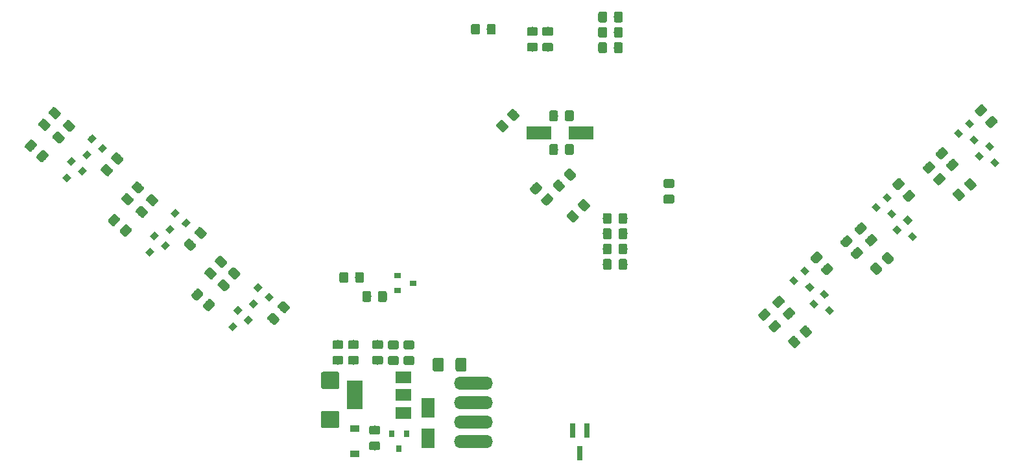
<source format=gbr>
G04 #@! TF.GenerationSoftware,KiCad,Pcbnew,5.1.4*
G04 #@! TF.CreationDate,2019-10-29T14:14:04-03:00*
G04 #@! TF.ProjectId,mswi,6d737769-2e6b-4696-9361-645f70636258,rev?*
G04 #@! TF.SameCoordinates,Original*
G04 #@! TF.FileFunction,Paste,Bot*
G04 #@! TF.FilePolarity,Positive*
%FSLAX46Y46*%
G04 Gerber Fmt 4.6, Leading zero omitted, Abs format (unit mm)*
G04 Created by KiCad (PCBNEW 5.1.4) date 2019-10-29 14:14:04*
%MOMM*%
%LPD*%
G04 APERTURE LIST*
%ADD10O,5.080000X1.700000*%
%ADD11R,2.000000X1.500000*%
%ADD12R,2.000000X3.800000*%
%ADD13C,0.100000*%
%ADD14C,1.150000*%
%ADD15C,2.250000*%
%ADD16R,1.800000X2.500000*%
%ADD17R,0.800000X0.900000*%
%ADD18C,0.800000*%
%ADD19R,0.900000X0.800000*%
%ADD20C,1.425000*%
%ADD21R,1.200000X0.900000*%
%ADD22R,3.300000X1.700000*%
%ADD23R,0.800000X1.900000*%
G04 APERTURE END LIST*
D10*
X139000000Y-104971997D03*
X138995981Y-107511997D03*
X138995981Y-110051997D03*
X138995981Y-112591997D03*
D11*
X129845981Y-104265197D03*
X129845981Y-108865197D03*
X129845981Y-106565197D03*
D12*
X123545981Y-106565197D03*
D13*
G36*
X131057686Y-99429201D02*
G01*
X131081954Y-99432801D01*
X131105753Y-99438762D01*
X131128852Y-99447027D01*
X131151031Y-99457517D01*
X131172074Y-99470129D01*
X131191780Y-99484744D01*
X131209958Y-99501220D01*
X131226434Y-99519398D01*
X131241049Y-99539104D01*
X131253661Y-99560147D01*
X131264151Y-99582326D01*
X131272416Y-99605425D01*
X131278377Y-99629224D01*
X131281977Y-99653492D01*
X131283181Y-99677996D01*
X131283181Y-100327998D01*
X131281977Y-100352502D01*
X131278377Y-100376770D01*
X131272416Y-100400569D01*
X131264151Y-100423668D01*
X131253661Y-100445847D01*
X131241049Y-100466890D01*
X131226434Y-100486596D01*
X131209958Y-100504774D01*
X131191780Y-100521250D01*
X131172074Y-100535865D01*
X131151031Y-100548477D01*
X131128852Y-100558967D01*
X131105753Y-100567232D01*
X131081954Y-100573193D01*
X131057686Y-100576793D01*
X131033182Y-100577997D01*
X130133180Y-100577997D01*
X130108676Y-100576793D01*
X130084408Y-100573193D01*
X130060609Y-100567232D01*
X130037510Y-100558967D01*
X130015331Y-100548477D01*
X129994288Y-100535865D01*
X129974582Y-100521250D01*
X129956404Y-100504774D01*
X129939928Y-100486596D01*
X129925313Y-100466890D01*
X129912701Y-100445847D01*
X129902211Y-100423668D01*
X129893946Y-100400569D01*
X129887985Y-100376770D01*
X129884385Y-100352502D01*
X129883181Y-100327998D01*
X129883181Y-99677996D01*
X129884385Y-99653492D01*
X129887985Y-99629224D01*
X129893946Y-99605425D01*
X129902211Y-99582326D01*
X129912701Y-99560147D01*
X129925313Y-99539104D01*
X129939928Y-99519398D01*
X129956404Y-99501220D01*
X129974582Y-99484744D01*
X129994288Y-99470129D01*
X130015331Y-99457517D01*
X130037510Y-99447027D01*
X130060609Y-99438762D01*
X130084408Y-99432801D01*
X130108676Y-99429201D01*
X130133180Y-99427997D01*
X131033182Y-99427997D01*
X131057686Y-99429201D01*
X131057686Y-99429201D01*
G37*
D14*
X130583181Y-100002997D03*
D13*
G36*
X131057686Y-101479201D02*
G01*
X131081954Y-101482801D01*
X131105753Y-101488762D01*
X131128852Y-101497027D01*
X131151031Y-101507517D01*
X131172074Y-101520129D01*
X131191780Y-101534744D01*
X131209958Y-101551220D01*
X131226434Y-101569398D01*
X131241049Y-101589104D01*
X131253661Y-101610147D01*
X131264151Y-101632326D01*
X131272416Y-101655425D01*
X131278377Y-101679224D01*
X131281977Y-101703492D01*
X131283181Y-101727996D01*
X131283181Y-102377998D01*
X131281977Y-102402502D01*
X131278377Y-102426770D01*
X131272416Y-102450569D01*
X131264151Y-102473668D01*
X131253661Y-102495847D01*
X131241049Y-102516890D01*
X131226434Y-102536596D01*
X131209958Y-102554774D01*
X131191780Y-102571250D01*
X131172074Y-102585865D01*
X131151031Y-102598477D01*
X131128852Y-102608967D01*
X131105753Y-102617232D01*
X131081954Y-102623193D01*
X131057686Y-102626793D01*
X131033182Y-102627997D01*
X130133180Y-102627997D01*
X130108676Y-102626793D01*
X130084408Y-102623193D01*
X130060609Y-102617232D01*
X130037510Y-102608967D01*
X130015331Y-102598477D01*
X129994288Y-102585865D01*
X129974582Y-102571250D01*
X129956404Y-102554774D01*
X129939928Y-102536596D01*
X129925313Y-102516890D01*
X129912701Y-102495847D01*
X129902211Y-102473668D01*
X129893946Y-102450569D01*
X129887985Y-102426770D01*
X129884385Y-102402502D01*
X129883181Y-102377998D01*
X129883181Y-101727996D01*
X129884385Y-101703492D01*
X129887985Y-101679224D01*
X129893946Y-101655425D01*
X129902211Y-101632326D01*
X129912701Y-101610147D01*
X129925313Y-101589104D01*
X129939928Y-101569398D01*
X129956404Y-101551220D01*
X129974582Y-101534744D01*
X129994288Y-101520129D01*
X130015331Y-101507517D01*
X130037510Y-101497027D01*
X130060609Y-101488762D01*
X130084408Y-101482801D01*
X130108676Y-101479201D01*
X130133180Y-101477997D01*
X131033182Y-101477997D01*
X131057686Y-101479201D01*
X131057686Y-101479201D01*
G37*
D14*
X130583181Y-102052997D03*
D13*
G36*
X121245486Y-103518201D02*
G01*
X121269754Y-103521801D01*
X121293553Y-103527762D01*
X121316652Y-103536027D01*
X121338831Y-103546517D01*
X121359874Y-103559129D01*
X121379580Y-103573744D01*
X121397758Y-103590220D01*
X121414234Y-103608398D01*
X121428849Y-103628104D01*
X121441461Y-103649147D01*
X121451951Y-103671326D01*
X121460216Y-103694425D01*
X121466177Y-103718224D01*
X121469777Y-103742492D01*
X121470981Y-103766996D01*
X121470981Y-105516998D01*
X121469777Y-105541502D01*
X121466177Y-105565770D01*
X121460216Y-105589569D01*
X121451951Y-105612668D01*
X121441461Y-105634847D01*
X121428849Y-105655890D01*
X121414234Y-105675596D01*
X121397758Y-105693774D01*
X121379580Y-105710250D01*
X121359874Y-105724865D01*
X121338831Y-105737477D01*
X121316652Y-105747967D01*
X121293553Y-105756232D01*
X121269754Y-105762193D01*
X121245486Y-105765793D01*
X121220982Y-105766997D01*
X119370980Y-105766997D01*
X119346476Y-105765793D01*
X119322208Y-105762193D01*
X119298409Y-105756232D01*
X119275310Y-105747967D01*
X119253131Y-105737477D01*
X119232088Y-105724865D01*
X119212382Y-105710250D01*
X119194204Y-105693774D01*
X119177728Y-105675596D01*
X119163113Y-105655890D01*
X119150501Y-105634847D01*
X119140011Y-105612668D01*
X119131746Y-105589569D01*
X119125785Y-105565770D01*
X119122185Y-105541502D01*
X119120981Y-105516998D01*
X119120981Y-103766996D01*
X119122185Y-103742492D01*
X119125785Y-103718224D01*
X119131746Y-103694425D01*
X119140011Y-103671326D01*
X119150501Y-103649147D01*
X119163113Y-103628104D01*
X119177728Y-103608398D01*
X119194204Y-103590220D01*
X119212382Y-103573744D01*
X119232088Y-103559129D01*
X119253131Y-103546517D01*
X119275310Y-103536027D01*
X119298409Y-103527762D01*
X119322208Y-103521801D01*
X119346476Y-103518201D01*
X119370980Y-103516997D01*
X121220982Y-103516997D01*
X121245486Y-103518201D01*
X121245486Y-103518201D01*
G37*
D15*
X120295981Y-104641997D03*
D13*
G36*
X121245486Y-108618201D02*
G01*
X121269754Y-108621801D01*
X121293553Y-108627762D01*
X121316652Y-108636027D01*
X121338831Y-108646517D01*
X121359874Y-108659129D01*
X121379580Y-108673744D01*
X121397758Y-108690220D01*
X121414234Y-108708398D01*
X121428849Y-108728104D01*
X121441461Y-108749147D01*
X121451951Y-108771326D01*
X121460216Y-108794425D01*
X121466177Y-108818224D01*
X121469777Y-108842492D01*
X121470981Y-108866996D01*
X121470981Y-110616998D01*
X121469777Y-110641502D01*
X121466177Y-110665770D01*
X121460216Y-110689569D01*
X121451951Y-110712668D01*
X121441461Y-110734847D01*
X121428849Y-110755890D01*
X121414234Y-110775596D01*
X121397758Y-110793774D01*
X121379580Y-110810250D01*
X121359874Y-110824865D01*
X121338831Y-110837477D01*
X121316652Y-110847967D01*
X121293553Y-110856232D01*
X121269754Y-110862193D01*
X121245486Y-110865793D01*
X121220982Y-110866997D01*
X119370980Y-110866997D01*
X119346476Y-110865793D01*
X119322208Y-110862193D01*
X119298409Y-110856232D01*
X119275310Y-110847967D01*
X119253131Y-110837477D01*
X119232088Y-110824865D01*
X119212382Y-110810250D01*
X119194204Y-110793774D01*
X119177728Y-110775596D01*
X119163113Y-110755890D01*
X119150501Y-110734847D01*
X119140011Y-110712668D01*
X119131746Y-110689569D01*
X119125785Y-110665770D01*
X119122185Y-110641502D01*
X119120981Y-110616998D01*
X119120981Y-108866996D01*
X119122185Y-108842492D01*
X119125785Y-108818224D01*
X119131746Y-108794425D01*
X119140011Y-108771326D01*
X119150501Y-108749147D01*
X119163113Y-108728104D01*
X119177728Y-108708398D01*
X119194204Y-108690220D01*
X119212382Y-108673744D01*
X119232088Y-108659129D01*
X119253131Y-108646517D01*
X119275310Y-108636027D01*
X119298409Y-108627762D01*
X119322208Y-108621801D01*
X119346476Y-108618201D01*
X119370980Y-108616997D01*
X121220982Y-108616997D01*
X121245486Y-108618201D01*
X121245486Y-108618201D01*
G37*
D15*
X120295981Y-109741997D03*
D16*
X133095981Y-112191997D03*
X133095981Y-108191997D03*
D13*
G36*
X126570486Y-112618201D02*
G01*
X126594754Y-112621801D01*
X126618553Y-112627762D01*
X126641652Y-112636027D01*
X126663831Y-112646517D01*
X126684874Y-112659129D01*
X126704580Y-112673744D01*
X126722758Y-112690220D01*
X126739234Y-112708398D01*
X126753849Y-112728104D01*
X126766461Y-112749147D01*
X126776951Y-112771326D01*
X126785216Y-112794425D01*
X126791177Y-112818224D01*
X126794777Y-112842492D01*
X126795981Y-112866996D01*
X126795981Y-113516998D01*
X126794777Y-113541502D01*
X126791177Y-113565770D01*
X126785216Y-113589569D01*
X126776951Y-113612668D01*
X126766461Y-113634847D01*
X126753849Y-113655890D01*
X126739234Y-113675596D01*
X126722758Y-113693774D01*
X126704580Y-113710250D01*
X126684874Y-113724865D01*
X126663831Y-113737477D01*
X126641652Y-113747967D01*
X126618553Y-113756232D01*
X126594754Y-113762193D01*
X126570486Y-113765793D01*
X126545982Y-113766997D01*
X125645980Y-113766997D01*
X125621476Y-113765793D01*
X125597208Y-113762193D01*
X125573409Y-113756232D01*
X125550310Y-113747967D01*
X125528131Y-113737477D01*
X125507088Y-113724865D01*
X125487382Y-113710250D01*
X125469204Y-113693774D01*
X125452728Y-113675596D01*
X125438113Y-113655890D01*
X125425501Y-113634847D01*
X125415011Y-113612668D01*
X125406746Y-113589569D01*
X125400785Y-113565770D01*
X125397185Y-113541502D01*
X125395981Y-113516998D01*
X125395981Y-112866996D01*
X125397185Y-112842492D01*
X125400785Y-112818224D01*
X125406746Y-112794425D01*
X125415011Y-112771326D01*
X125425501Y-112749147D01*
X125438113Y-112728104D01*
X125452728Y-112708398D01*
X125469204Y-112690220D01*
X125487382Y-112673744D01*
X125507088Y-112659129D01*
X125528131Y-112646517D01*
X125550310Y-112636027D01*
X125573409Y-112627762D01*
X125597208Y-112621801D01*
X125621476Y-112618201D01*
X125645980Y-112616997D01*
X126545982Y-112616997D01*
X126570486Y-112618201D01*
X126570486Y-112618201D01*
G37*
D14*
X126095981Y-113191997D03*
D13*
G36*
X126570486Y-110568201D02*
G01*
X126594754Y-110571801D01*
X126618553Y-110577762D01*
X126641652Y-110586027D01*
X126663831Y-110596517D01*
X126684874Y-110609129D01*
X126704580Y-110623744D01*
X126722758Y-110640220D01*
X126739234Y-110658398D01*
X126753849Y-110678104D01*
X126766461Y-110699147D01*
X126776951Y-110721326D01*
X126785216Y-110744425D01*
X126791177Y-110768224D01*
X126794777Y-110792492D01*
X126795981Y-110816996D01*
X126795981Y-111466998D01*
X126794777Y-111491502D01*
X126791177Y-111515770D01*
X126785216Y-111539569D01*
X126776951Y-111562668D01*
X126766461Y-111584847D01*
X126753849Y-111605890D01*
X126739234Y-111625596D01*
X126722758Y-111643774D01*
X126704580Y-111660250D01*
X126684874Y-111674865D01*
X126663831Y-111687477D01*
X126641652Y-111697967D01*
X126618553Y-111706232D01*
X126594754Y-111712193D01*
X126570486Y-111715793D01*
X126545982Y-111716997D01*
X125645980Y-111716997D01*
X125621476Y-111715793D01*
X125597208Y-111712193D01*
X125573409Y-111706232D01*
X125550310Y-111697967D01*
X125528131Y-111687477D01*
X125507088Y-111674865D01*
X125487382Y-111660250D01*
X125469204Y-111643774D01*
X125452728Y-111625596D01*
X125438113Y-111605890D01*
X125425501Y-111584847D01*
X125415011Y-111562668D01*
X125406746Y-111539569D01*
X125400785Y-111515770D01*
X125397185Y-111491502D01*
X125395981Y-111466998D01*
X125395981Y-110816996D01*
X125397185Y-110792492D01*
X125400785Y-110768224D01*
X125406746Y-110744425D01*
X125415011Y-110721326D01*
X125425501Y-110699147D01*
X125438113Y-110678104D01*
X125452728Y-110658398D01*
X125469204Y-110640220D01*
X125487382Y-110623744D01*
X125507088Y-110609129D01*
X125528131Y-110596517D01*
X125550310Y-110586027D01*
X125573409Y-110577762D01*
X125597208Y-110571801D01*
X125621476Y-110568201D01*
X125645980Y-110566997D01*
X126545982Y-110566997D01*
X126570486Y-110568201D01*
X126570486Y-110568201D01*
G37*
D14*
X126095981Y-111141997D03*
D13*
G36*
X104598519Y-89889209D02*
G01*
X104622613Y-89893833D01*
X104646138Y-89900796D01*
X104668868Y-89910031D01*
X104690582Y-89921449D01*
X104711073Y-89934941D01*
X104730143Y-89950377D01*
X105401073Y-90550258D01*
X105418537Y-90567488D01*
X105434229Y-90586347D01*
X105447997Y-90606654D01*
X105459708Y-90628212D01*
X105469250Y-90650814D01*
X105476530Y-90674243D01*
X105481479Y-90698272D01*
X105484049Y-90722671D01*
X105484215Y-90747204D01*
X105481976Y-90771635D01*
X105477352Y-90795729D01*
X105470389Y-90819254D01*
X105461154Y-90841984D01*
X105449736Y-90863698D01*
X105436244Y-90884189D01*
X105420808Y-90903259D01*
X104987560Y-91387820D01*
X104970330Y-91405284D01*
X104951471Y-91420976D01*
X104931164Y-91434744D01*
X104909606Y-91446455D01*
X104887004Y-91455997D01*
X104863575Y-91463278D01*
X104839546Y-91468226D01*
X104815147Y-91470796D01*
X104790614Y-91470962D01*
X104766183Y-91468723D01*
X104742089Y-91464099D01*
X104718564Y-91457136D01*
X104695834Y-91447901D01*
X104674120Y-91436483D01*
X104653629Y-91422991D01*
X104634559Y-91407555D01*
X103963629Y-90807674D01*
X103946165Y-90790444D01*
X103930473Y-90771585D01*
X103916705Y-90751278D01*
X103904994Y-90729720D01*
X103895452Y-90707118D01*
X103888172Y-90683689D01*
X103883223Y-90659660D01*
X103880653Y-90635261D01*
X103880487Y-90610728D01*
X103882726Y-90586297D01*
X103887350Y-90562203D01*
X103894313Y-90538678D01*
X103903548Y-90515948D01*
X103914966Y-90494234D01*
X103928458Y-90473743D01*
X103943894Y-90454673D01*
X104377142Y-89970112D01*
X104394372Y-89952648D01*
X104413231Y-89936956D01*
X104433538Y-89923188D01*
X104455096Y-89911477D01*
X104477698Y-89901935D01*
X104501127Y-89894654D01*
X104525156Y-89889706D01*
X104549555Y-89887136D01*
X104574088Y-89886970D01*
X104598519Y-89889209D01*
X104598519Y-89889209D01*
G37*
D14*
X104682351Y-90678966D03*
D13*
G36*
X105964911Y-88360983D02*
G01*
X105989005Y-88365607D01*
X106012530Y-88372570D01*
X106035260Y-88381805D01*
X106056974Y-88393223D01*
X106077465Y-88406715D01*
X106096535Y-88422151D01*
X106767465Y-89022032D01*
X106784929Y-89039262D01*
X106800621Y-89058121D01*
X106814389Y-89078428D01*
X106826100Y-89099986D01*
X106835642Y-89122588D01*
X106842922Y-89146017D01*
X106847871Y-89170046D01*
X106850441Y-89194445D01*
X106850607Y-89218978D01*
X106848368Y-89243409D01*
X106843744Y-89267503D01*
X106836781Y-89291028D01*
X106827546Y-89313758D01*
X106816128Y-89335472D01*
X106802636Y-89355963D01*
X106787200Y-89375033D01*
X106353952Y-89859594D01*
X106336722Y-89877058D01*
X106317863Y-89892750D01*
X106297556Y-89906518D01*
X106275998Y-89918229D01*
X106253396Y-89927771D01*
X106229967Y-89935052D01*
X106205938Y-89940000D01*
X106181539Y-89942570D01*
X106157006Y-89942736D01*
X106132575Y-89940497D01*
X106108481Y-89935873D01*
X106084956Y-89928910D01*
X106062226Y-89919675D01*
X106040512Y-89908257D01*
X106020021Y-89894765D01*
X106000951Y-89879329D01*
X105330021Y-89279448D01*
X105312557Y-89262218D01*
X105296865Y-89243359D01*
X105283097Y-89223052D01*
X105271386Y-89201494D01*
X105261844Y-89178892D01*
X105254564Y-89155463D01*
X105249615Y-89131434D01*
X105247045Y-89107035D01*
X105246879Y-89082502D01*
X105249118Y-89058071D01*
X105253742Y-89033977D01*
X105260705Y-89010452D01*
X105269940Y-88987722D01*
X105281358Y-88966008D01*
X105294850Y-88945517D01*
X105310286Y-88926447D01*
X105743534Y-88441886D01*
X105760764Y-88424422D01*
X105779623Y-88408730D01*
X105799930Y-88394962D01*
X105821488Y-88383251D01*
X105844090Y-88373709D01*
X105867519Y-88366428D01*
X105891548Y-88361480D01*
X105915947Y-88358910D01*
X105940480Y-88358744D01*
X105964911Y-88360983D01*
X105964911Y-88360983D01*
G37*
D14*
X106048743Y-89150740D03*
D13*
G36*
X189190285Y-87211032D02*
G01*
X189214684Y-87213602D01*
X189238713Y-87218551D01*
X189262142Y-87225831D01*
X189284744Y-87235373D01*
X189306302Y-87247084D01*
X189326609Y-87260852D01*
X189345468Y-87276544D01*
X189362698Y-87294008D01*
X189795946Y-87778569D01*
X189811382Y-87797639D01*
X189824874Y-87818130D01*
X189836292Y-87839844D01*
X189845527Y-87862574D01*
X189852490Y-87886099D01*
X189857114Y-87910193D01*
X189859353Y-87934624D01*
X189859187Y-87959157D01*
X189856617Y-87983556D01*
X189851669Y-88007585D01*
X189844388Y-88031014D01*
X189834846Y-88053616D01*
X189823135Y-88075174D01*
X189809367Y-88095481D01*
X189793675Y-88114340D01*
X189776211Y-88131570D01*
X189105281Y-88731451D01*
X189086211Y-88746887D01*
X189065720Y-88760379D01*
X189044006Y-88771797D01*
X189021276Y-88781032D01*
X188997751Y-88787995D01*
X188973657Y-88792619D01*
X188949226Y-88794858D01*
X188924693Y-88794692D01*
X188900294Y-88792122D01*
X188876265Y-88787173D01*
X188852836Y-88779893D01*
X188830234Y-88770351D01*
X188808676Y-88758640D01*
X188788369Y-88744872D01*
X188769510Y-88729180D01*
X188752280Y-88711716D01*
X188319032Y-88227155D01*
X188303596Y-88208085D01*
X188290104Y-88187594D01*
X188278686Y-88165880D01*
X188269451Y-88143150D01*
X188262488Y-88119625D01*
X188257864Y-88095531D01*
X188255625Y-88071100D01*
X188255791Y-88046567D01*
X188258361Y-88022168D01*
X188263309Y-87998139D01*
X188270590Y-87974710D01*
X188280132Y-87952108D01*
X188291843Y-87930550D01*
X188305611Y-87910243D01*
X188321303Y-87891384D01*
X188338767Y-87874154D01*
X189009697Y-87274273D01*
X189028767Y-87258837D01*
X189049258Y-87245345D01*
X189070972Y-87233927D01*
X189093702Y-87224692D01*
X189117227Y-87217729D01*
X189141321Y-87213105D01*
X189165752Y-87210866D01*
X189190285Y-87211032D01*
X189190285Y-87211032D01*
G37*
D14*
X189057489Y-88002862D03*
D13*
G36*
X187823893Y-85682806D02*
G01*
X187848292Y-85685376D01*
X187872321Y-85690325D01*
X187895750Y-85697605D01*
X187918352Y-85707147D01*
X187939910Y-85718858D01*
X187960217Y-85732626D01*
X187979076Y-85748318D01*
X187996306Y-85765782D01*
X188429554Y-86250343D01*
X188444990Y-86269413D01*
X188458482Y-86289904D01*
X188469900Y-86311618D01*
X188479135Y-86334348D01*
X188486098Y-86357873D01*
X188490722Y-86381967D01*
X188492961Y-86406398D01*
X188492795Y-86430931D01*
X188490225Y-86455330D01*
X188485277Y-86479359D01*
X188477996Y-86502788D01*
X188468454Y-86525390D01*
X188456743Y-86546948D01*
X188442975Y-86567255D01*
X188427283Y-86586114D01*
X188409819Y-86603344D01*
X187738889Y-87203225D01*
X187719819Y-87218661D01*
X187699328Y-87232153D01*
X187677614Y-87243571D01*
X187654884Y-87252806D01*
X187631359Y-87259769D01*
X187607265Y-87264393D01*
X187582834Y-87266632D01*
X187558301Y-87266466D01*
X187533902Y-87263896D01*
X187509873Y-87258947D01*
X187486444Y-87251667D01*
X187463842Y-87242125D01*
X187442284Y-87230414D01*
X187421977Y-87216646D01*
X187403118Y-87200954D01*
X187385888Y-87183490D01*
X186952640Y-86698929D01*
X186937204Y-86679859D01*
X186923712Y-86659368D01*
X186912294Y-86637654D01*
X186903059Y-86614924D01*
X186896096Y-86591399D01*
X186891472Y-86567305D01*
X186889233Y-86542874D01*
X186889399Y-86518341D01*
X186891969Y-86493942D01*
X186896917Y-86469913D01*
X186904198Y-86446484D01*
X186913740Y-86423882D01*
X186925451Y-86402324D01*
X186939219Y-86382017D01*
X186954911Y-86363158D01*
X186972375Y-86345928D01*
X187643305Y-85746047D01*
X187662375Y-85730611D01*
X187682866Y-85717119D01*
X187704580Y-85705701D01*
X187727310Y-85696466D01*
X187750835Y-85689503D01*
X187774929Y-85684879D01*
X187799360Y-85682640D01*
X187823893Y-85682806D01*
X187823893Y-85682806D01*
G37*
D14*
X187691097Y-86474636D03*
D13*
G36*
X82878885Y-70469615D02*
G01*
X82902979Y-70474239D01*
X82926504Y-70481202D01*
X82949234Y-70490437D01*
X82970948Y-70501855D01*
X82991439Y-70515347D01*
X83010509Y-70530783D01*
X83681439Y-71130664D01*
X83698903Y-71147894D01*
X83714595Y-71166753D01*
X83728363Y-71187060D01*
X83740074Y-71208618D01*
X83749616Y-71231220D01*
X83756896Y-71254649D01*
X83761845Y-71278678D01*
X83764415Y-71303077D01*
X83764581Y-71327610D01*
X83762342Y-71352041D01*
X83757718Y-71376135D01*
X83750755Y-71399660D01*
X83741520Y-71422390D01*
X83730102Y-71444104D01*
X83716610Y-71464595D01*
X83701174Y-71483665D01*
X83267926Y-71968226D01*
X83250696Y-71985690D01*
X83231837Y-72001382D01*
X83211530Y-72015150D01*
X83189972Y-72026861D01*
X83167370Y-72036403D01*
X83143941Y-72043684D01*
X83119912Y-72048632D01*
X83095513Y-72051202D01*
X83070980Y-72051368D01*
X83046549Y-72049129D01*
X83022455Y-72044505D01*
X82998930Y-72037542D01*
X82976200Y-72028307D01*
X82954486Y-72016889D01*
X82933995Y-72003397D01*
X82914925Y-71987961D01*
X82243995Y-71388080D01*
X82226531Y-71370850D01*
X82210839Y-71351991D01*
X82197071Y-71331684D01*
X82185360Y-71310126D01*
X82175818Y-71287524D01*
X82168538Y-71264095D01*
X82163589Y-71240066D01*
X82161019Y-71215667D01*
X82160853Y-71191134D01*
X82163092Y-71166703D01*
X82167716Y-71142609D01*
X82174679Y-71119084D01*
X82183914Y-71096354D01*
X82195332Y-71074640D01*
X82208824Y-71054149D01*
X82224260Y-71035079D01*
X82657508Y-70550518D01*
X82674738Y-70533054D01*
X82693597Y-70517362D01*
X82713904Y-70503594D01*
X82735462Y-70491883D01*
X82758064Y-70482341D01*
X82781493Y-70475060D01*
X82805522Y-70470112D01*
X82829921Y-70467542D01*
X82854454Y-70467376D01*
X82878885Y-70469615D01*
X82878885Y-70469615D01*
G37*
D14*
X82962717Y-71259372D03*
D13*
G36*
X84245277Y-68941389D02*
G01*
X84269371Y-68946013D01*
X84292896Y-68952976D01*
X84315626Y-68962211D01*
X84337340Y-68973629D01*
X84357831Y-68987121D01*
X84376901Y-69002557D01*
X85047831Y-69602438D01*
X85065295Y-69619668D01*
X85080987Y-69638527D01*
X85094755Y-69658834D01*
X85106466Y-69680392D01*
X85116008Y-69702994D01*
X85123288Y-69726423D01*
X85128237Y-69750452D01*
X85130807Y-69774851D01*
X85130973Y-69799384D01*
X85128734Y-69823815D01*
X85124110Y-69847909D01*
X85117147Y-69871434D01*
X85107912Y-69894164D01*
X85096494Y-69915878D01*
X85083002Y-69936369D01*
X85067566Y-69955439D01*
X84634318Y-70440000D01*
X84617088Y-70457464D01*
X84598229Y-70473156D01*
X84577922Y-70486924D01*
X84556364Y-70498635D01*
X84533762Y-70508177D01*
X84510333Y-70515458D01*
X84486304Y-70520406D01*
X84461905Y-70522976D01*
X84437372Y-70523142D01*
X84412941Y-70520903D01*
X84388847Y-70516279D01*
X84365322Y-70509316D01*
X84342592Y-70500081D01*
X84320878Y-70488663D01*
X84300387Y-70475171D01*
X84281317Y-70459735D01*
X83610387Y-69859854D01*
X83592923Y-69842624D01*
X83577231Y-69823765D01*
X83563463Y-69803458D01*
X83551752Y-69781900D01*
X83542210Y-69759298D01*
X83534930Y-69735869D01*
X83529981Y-69711840D01*
X83527411Y-69687441D01*
X83527245Y-69662908D01*
X83529484Y-69638477D01*
X83534108Y-69614383D01*
X83541071Y-69590858D01*
X83550306Y-69568128D01*
X83561724Y-69546414D01*
X83575216Y-69525923D01*
X83590652Y-69506853D01*
X84023900Y-69022292D01*
X84041130Y-69004828D01*
X84059989Y-68989136D01*
X84080296Y-68975368D01*
X84101854Y-68963657D01*
X84124456Y-68954115D01*
X84147885Y-68946834D01*
X84171914Y-68941886D01*
X84196313Y-68939316D01*
X84220846Y-68939150D01*
X84245277Y-68941389D01*
X84245277Y-68941389D01*
G37*
D14*
X84329109Y-69731146D03*
D13*
G36*
X103032792Y-92615576D02*
G01*
X103056886Y-92620200D01*
X103080411Y-92627163D01*
X103103141Y-92636398D01*
X103124855Y-92647816D01*
X103145346Y-92661308D01*
X103164416Y-92676744D01*
X103648977Y-93109992D01*
X103666441Y-93127222D01*
X103682133Y-93146081D01*
X103695901Y-93166388D01*
X103707612Y-93187946D01*
X103717154Y-93210548D01*
X103724435Y-93233977D01*
X103729383Y-93258006D01*
X103731953Y-93282405D01*
X103732119Y-93306938D01*
X103729880Y-93331369D01*
X103725256Y-93355463D01*
X103718293Y-93378988D01*
X103709058Y-93401718D01*
X103697640Y-93423432D01*
X103684148Y-93443923D01*
X103668712Y-93462993D01*
X103068831Y-94133923D01*
X103051601Y-94151387D01*
X103032742Y-94167079D01*
X103012435Y-94180847D01*
X102990877Y-94192558D01*
X102968275Y-94202100D01*
X102944846Y-94209380D01*
X102920817Y-94214329D01*
X102896418Y-94216899D01*
X102871885Y-94217065D01*
X102847454Y-94214826D01*
X102823360Y-94210202D01*
X102799835Y-94203239D01*
X102777105Y-94194004D01*
X102755391Y-94182586D01*
X102734900Y-94169094D01*
X102715830Y-94153658D01*
X102231269Y-93720410D01*
X102213805Y-93703180D01*
X102198113Y-93684321D01*
X102184345Y-93664014D01*
X102172634Y-93642456D01*
X102163092Y-93619854D01*
X102155811Y-93596425D01*
X102150863Y-93572396D01*
X102148293Y-93547997D01*
X102148127Y-93523464D01*
X102150366Y-93499033D01*
X102154990Y-93474939D01*
X102161953Y-93451414D01*
X102171188Y-93428684D01*
X102182606Y-93406970D01*
X102196098Y-93386479D01*
X102211534Y-93367409D01*
X102811415Y-92696479D01*
X102828645Y-92679015D01*
X102847504Y-92663323D01*
X102867811Y-92649555D01*
X102889369Y-92637844D01*
X102911971Y-92628302D01*
X102935400Y-92621022D01*
X102959429Y-92616073D01*
X102983828Y-92613503D01*
X103008361Y-92613337D01*
X103032792Y-92615576D01*
X103032792Y-92615576D01*
G37*
D14*
X102940123Y-93415201D03*
D13*
G36*
X104561018Y-93981968D02*
G01*
X104585112Y-93986592D01*
X104608637Y-93993555D01*
X104631367Y-94002790D01*
X104653081Y-94014208D01*
X104673572Y-94027700D01*
X104692642Y-94043136D01*
X105177203Y-94476384D01*
X105194667Y-94493614D01*
X105210359Y-94512473D01*
X105224127Y-94532780D01*
X105235838Y-94554338D01*
X105245380Y-94576940D01*
X105252661Y-94600369D01*
X105257609Y-94624398D01*
X105260179Y-94648797D01*
X105260345Y-94673330D01*
X105258106Y-94697761D01*
X105253482Y-94721855D01*
X105246519Y-94745380D01*
X105237284Y-94768110D01*
X105225866Y-94789824D01*
X105212374Y-94810315D01*
X105196938Y-94829385D01*
X104597057Y-95500315D01*
X104579827Y-95517779D01*
X104560968Y-95533471D01*
X104540661Y-95547239D01*
X104519103Y-95558950D01*
X104496501Y-95568492D01*
X104473072Y-95575772D01*
X104449043Y-95580721D01*
X104424644Y-95583291D01*
X104400111Y-95583457D01*
X104375680Y-95581218D01*
X104351586Y-95576594D01*
X104328061Y-95569631D01*
X104305331Y-95560396D01*
X104283617Y-95548978D01*
X104263126Y-95535486D01*
X104244056Y-95520050D01*
X103759495Y-95086802D01*
X103742031Y-95069572D01*
X103726339Y-95050713D01*
X103712571Y-95030406D01*
X103700860Y-95008848D01*
X103691318Y-94986246D01*
X103684037Y-94962817D01*
X103679089Y-94938788D01*
X103676519Y-94914389D01*
X103676353Y-94889856D01*
X103678592Y-94865425D01*
X103683216Y-94841331D01*
X103690179Y-94817806D01*
X103699414Y-94795076D01*
X103710832Y-94773362D01*
X103724324Y-94752871D01*
X103739760Y-94733801D01*
X104339641Y-94062871D01*
X104356871Y-94045407D01*
X104375730Y-94029715D01*
X104396037Y-94015947D01*
X104417595Y-94004236D01*
X104440197Y-93994694D01*
X104463626Y-93987414D01*
X104487655Y-93982465D01*
X104512054Y-93979895D01*
X104536587Y-93979729D01*
X104561018Y-93981968D01*
X104561018Y-93981968D01*
G37*
D14*
X104468349Y-94781593D03*
D13*
G36*
X191538762Y-89237540D02*
G01*
X191563161Y-89240110D01*
X191587190Y-89245058D01*
X191610619Y-89252339D01*
X191633221Y-89261881D01*
X191654779Y-89273592D01*
X191675086Y-89287360D01*
X191693945Y-89303052D01*
X191711175Y-89320516D01*
X192311056Y-89991446D01*
X192326492Y-90010516D01*
X192339984Y-90031007D01*
X192351402Y-90052721D01*
X192360637Y-90075451D01*
X192367600Y-90098976D01*
X192372224Y-90123070D01*
X192374463Y-90147501D01*
X192374297Y-90172034D01*
X192371727Y-90196433D01*
X192366778Y-90220462D01*
X192359498Y-90243891D01*
X192349956Y-90266493D01*
X192338245Y-90288051D01*
X192324477Y-90308358D01*
X192308785Y-90327217D01*
X192291321Y-90344447D01*
X191806760Y-90777695D01*
X191787690Y-90793131D01*
X191767199Y-90806623D01*
X191745485Y-90818041D01*
X191722755Y-90827276D01*
X191699230Y-90834239D01*
X191675136Y-90838863D01*
X191650705Y-90841102D01*
X191626172Y-90840936D01*
X191601773Y-90838366D01*
X191577744Y-90833418D01*
X191554315Y-90826137D01*
X191531713Y-90816595D01*
X191510155Y-90804884D01*
X191489848Y-90791116D01*
X191470989Y-90775424D01*
X191453759Y-90757960D01*
X190853878Y-90087030D01*
X190838442Y-90067960D01*
X190824950Y-90047469D01*
X190813532Y-90025755D01*
X190804297Y-90003025D01*
X190797334Y-89979500D01*
X190792710Y-89955406D01*
X190790471Y-89930975D01*
X190790637Y-89906442D01*
X190793207Y-89882043D01*
X190798156Y-89858014D01*
X190805436Y-89834585D01*
X190814978Y-89811983D01*
X190826689Y-89790425D01*
X190840457Y-89770118D01*
X190856149Y-89751259D01*
X190873613Y-89734029D01*
X191358174Y-89300781D01*
X191377244Y-89285345D01*
X191397735Y-89271853D01*
X191419449Y-89260435D01*
X191442179Y-89251200D01*
X191465704Y-89244237D01*
X191489798Y-89239613D01*
X191514229Y-89237374D01*
X191538762Y-89237540D01*
X191538762Y-89237540D01*
G37*
D14*
X191582467Y-90039238D03*
D13*
G36*
X193066988Y-87871148D02*
G01*
X193091387Y-87873718D01*
X193115416Y-87878666D01*
X193138845Y-87885947D01*
X193161447Y-87895489D01*
X193183005Y-87907200D01*
X193203312Y-87920968D01*
X193222171Y-87936660D01*
X193239401Y-87954124D01*
X193839282Y-88625054D01*
X193854718Y-88644124D01*
X193868210Y-88664615D01*
X193879628Y-88686329D01*
X193888863Y-88709059D01*
X193895826Y-88732584D01*
X193900450Y-88756678D01*
X193902689Y-88781109D01*
X193902523Y-88805642D01*
X193899953Y-88830041D01*
X193895004Y-88854070D01*
X193887724Y-88877499D01*
X193878182Y-88900101D01*
X193866471Y-88921659D01*
X193852703Y-88941966D01*
X193837011Y-88960825D01*
X193819547Y-88978055D01*
X193334986Y-89411303D01*
X193315916Y-89426739D01*
X193295425Y-89440231D01*
X193273711Y-89451649D01*
X193250981Y-89460884D01*
X193227456Y-89467847D01*
X193203362Y-89472471D01*
X193178931Y-89474710D01*
X193154398Y-89474544D01*
X193129999Y-89471974D01*
X193105970Y-89467026D01*
X193082541Y-89459745D01*
X193059939Y-89450203D01*
X193038381Y-89438492D01*
X193018074Y-89424724D01*
X192999215Y-89409032D01*
X192981985Y-89391568D01*
X192382104Y-88720638D01*
X192366668Y-88701568D01*
X192353176Y-88681077D01*
X192341758Y-88659363D01*
X192332523Y-88636633D01*
X192325560Y-88613108D01*
X192320936Y-88589014D01*
X192318697Y-88564583D01*
X192318863Y-88540050D01*
X192321433Y-88515651D01*
X192326382Y-88491622D01*
X192333662Y-88468193D01*
X192343204Y-88445591D01*
X192354915Y-88424033D01*
X192368683Y-88403726D01*
X192384375Y-88384867D01*
X192401839Y-88367637D01*
X192886400Y-87934389D01*
X192905470Y-87918953D01*
X192925961Y-87905461D01*
X192947675Y-87894043D01*
X192970405Y-87884808D01*
X192993930Y-87877845D01*
X193018024Y-87873221D01*
X193042455Y-87870982D01*
X193066988Y-87871148D01*
X193066988Y-87871148D01*
G37*
D14*
X193110693Y-88672846D03*
D13*
G36*
X81313158Y-73195982D02*
G01*
X81337252Y-73200606D01*
X81360777Y-73207569D01*
X81383507Y-73216804D01*
X81405221Y-73228222D01*
X81425712Y-73241714D01*
X81444782Y-73257150D01*
X81929343Y-73690398D01*
X81946807Y-73707628D01*
X81962499Y-73726487D01*
X81976267Y-73746794D01*
X81987978Y-73768352D01*
X81997520Y-73790954D01*
X82004801Y-73814383D01*
X82009749Y-73838412D01*
X82012319Y-73862811D01*
X82012485Y-73887344D01*
X82010246Y-73911775D01*
X82005622Y-73935869D01*
X81998659Y-73959394D01*
X81989424Y-73982124D01*
X81978006Y-74003838D01*
X81964514Y-74024329D01*
X81949078Y-74043399D01*
X81349197Y-74714329D01*
X81331967Y-74731793D01*
X81313108Y-74747485D01*
X81292801Y-74761253D01*
X81271243Y-74772964D01*
X81248641Y-74782506D01*
X81225212Y-74789786D01*
X81201183Y-74794735D01*
X81176784Y-74797305D01*
X81152251Y-74797471D01*
X81127820Y-74795232D01*
X81103726Y-74790608D01*
X81080201Y-74783645D01*
X81057471Y-74774410D01*
X81035757Y-74762992D01*
X81015266Y-74749500D01*
X80996196Y-74734064D01*
X80511635Y-74300816D01*
X80494171Y-74283586D01*
X80478479Y-74264727D01*
X80464711Y-74244420D01*
X80453000Y-74222862D01*
X80443458Y-74200260D01*
X80436177Y-74176831D01*
X80431229Y-74152802D01*
X80428659Y-74128403D01*
X80428493Y-74103870D01*
X80430732Y-74079439D01*
X80435356Y-74055345D01*
X80442319Y-74031820D01*
X80451554Y-74009090D01*
X80462972Y-73987376D01*
X80476464Y-73966885D01*
X80491900Y-73947815D01*
X81091781Y-73276885D01*
X81109011Y-73259421D01*
X81127870Y-73243729D01*
X81148177Y-73229961D01*
X81169735Y-73218250D01*
X81192337Y-73208708D01*
X81215766Y-73201428D01*
X81239795Y-73196479D01*
X81264194Y-73193909D01*
X81288727Y-73193743D01*
X81313158Y-73195982D01*
X81313158Y-73195982D01*
G37*
D14*
X81220489Y-73995607D03*
D13*
G36*
X82841384Y-74562374D02*
G01*
X82865478Y-74566998D01*
X82889003Y-74573961D01*
X82911733Y-74583196D01*
X82933447Y-74594614D01*
X82953938Y-74608106D01*
X82973008Y-74623542D01*
X83457569Y-75056790D01*
X83475033Y-75074020D01*
X83490725Y-75092879D01*
X83504493Y-75113186D01*
X83516204Y-75134744D01*
X83525746Y-75157346D01*
X83533027Y-75180775D01*
X83537975Y-75204804D01*
X83540545Y-75229203D01*
X83540711Y-75253736D01*
X83538472Y-75278167D01*
X83533848Y-75302261D01*
X83526885Y-75325786D01*
X83517650Y-75348516D01*
X83506232Y-75370230D01*
X83492740Y-75390721D01*
X83477304Y-75409791D01*
X82877423Y-76080721D01*
X82860193Y-76098185D01*
X82841334Y-76113877D01*
X82821027Y-76127645D01*
X82799469Y-76139356D01*
X82776867Y-76148898D01*
X82753438Y-76156178D01*
X82729409Y-76161127D01*
X82705010Y-76163697D01*
X82680477Y-76163863D01*
X82656046Y-76161624D01*
X82631952Y-76157000D01*
X82608427Y-76150037D01*
X82585697Y-76140802D01*
X82563983Y-76129384D01*
X82543492Y-76115892D01*
X82524422Y-76100456D01*
X82039861Y-75667208D01*
X82022397Y-75649978D01*
X82006705Y-75631119D01*
X81992937Y-75610812D01*
X81981226Y-75589254D01*
X81971684Y-75566652D01*
X81964403Y-75543223D01*
X81959455Y-75519194D01*
X81956885Y-75494795D01*
X81956719Y-75470262D01*
X81958958Y-75445831D01*
X81963582Y-75421737D01*
X81970545Y-75398212D01*
X81979780Y-75375482D01*
X81991198Y-75353768D01*
X82004690Y-75333277D01*
X82020126Y-75314207D01*
X82620007Y-74643277D01*
X82637237Y-74625813D01*
X82656096Y-74610121D01*
X82676403Y-74596353D01*
X82697961Y-74584642D01*
X82720563Y-74575100D01*
X82743992Y-74567820D01*
X82768021Y-74562871D01*
X82792420Y-74560301D01*
X82816953Y-74560135D01*
X82841384Y-74562374D01*
X82841384Y-74562374D01*
G37*
D14*
X82748715Y-75361999D03*
D13*
G36*
X112773050Y-95824530D02*
G01*
X112797144Y-95829154D01*
X112820669Y-95836117D01*
X112843399Y-95845352D01*
X112865113Y-95856770D01*
X112885604Y-95870262D01*
X112904674Y-95885698D01*
X113575604Y-96485579D01*
X113593068Y-96502809D01*
X113608760Y-96521668D01*
X113622528Y-96541975D01*
X113634239Y-96563533D01*
X113643781Y-96586135D01*
X113651061Y-96609564D01*
X113656010Y-96633593D01*
X113658580Y-96657992D01*
X113658746Y-96682525D01*
X113656507Y-96706956D01*
X113651883Y-96731050D01*
X113644920Y-96754575D01*
X113635685Y-96777305D01*
X113624267Y-96799019D01*
X113610775Y-96819510D01*
X113595339Y-96838580D01*
X113162091Y-97323141D01*
X113144861Y-97340605D01*
X113126002Y-97356297D01*
X113105695Y-97370065D01*
X113084137Y-97381776D01*
X113061535Y-97391318D01*
X113038106Y-97398599D01*
X113014077Y-97403547D01*
X112989678Y-97406117D01*
X112965145Y-97406283D01*
X112940714Y-97404044D01*
X112916620Y-97399420D01*
X112893095Y-97392457D01*
X112870365Y-97383222D01*
X112848651Y-97371804D01*
X112828160Y-97358312D01*
X112809090Y-97342876D01*
X112138160Y-96742995D01*
X112120696Y-96725765D01*
X112105004Y-96706906D01*
X112091236Y-96686599D01*
X112079525Y-96665041D01*
X112069983Y-96642439D01*
X112062703Y-96619010D01*
X112057754Y-96594981D01*
X112055184Y-96570582D01*
X112055018Y-96546049D01*
X112057257Y-96521618D01*
X112061881Y-96497524D01*
X112068844Y-96473999D01*
X112078079Y-96451269D01*
X112089497Y-96429555D01*
X112102989Y-96409064D01*
X112118425Y-96389994D01*
X112551673Y-95905433D01*
X112568903Y-95887969D01*
X112587762Y-95872277D01*
X112608069Y-95858509D01*
X112629627Y-95846798D01*
X112652229Y-95837256D01*
X112675658Y-95829975D01*
X112699687Y-95825027D01*
X112724086Y-95822457D01*
X112748619Y-95822291D01*
X112773050Y-95824530D01*
X112773050Y-95824530D01*
G37*
D14*
X112856882Y-96614287D03*
D13*
G36*
X114139442Y-94296304D02*
G01*
X114163536Y-94300928D01*
X114187061Y-94307891D01*
X114209791Y-94317126D01*
X114231505Y-94328544D01*
X114251996Y-94342036D01*
X114271066Y-94357472D01*
X114941996Y-94957353D01*
X114959460Y-94974583D01*
X114975152Y-94993442D01*
X114988920Y-95013749D01*
X115000631Y-95035307D01*
X115010173Y-95057909D01*
X115017453Y-95081338D01*
X115022402Y-95105367D01*
X115024972Y-95129766D01*
X115025138Y-95154299D01*
X115022899Y-95178730D01*
X115018275Y-95202824D01*
X115011312Y-95226349D01*
X115002077Y-95249079D01*
X114990659Y-95270793D01*
X114977167Y-95291284D01*
X114961731Y-95310354D01*
X114528483Y-95794915D01*
X114511253Y-95812379D01*
X114492394Y-95828071D01*
X114472087Y-95841839D01*
X114450529Y-95853550D01*
X114427927Y-95863092D01*
X114404498Y-95870373D01*
X114380469Y-95875321D01*
X114356070Y-95877891D01*
X114331537Y-95878057D01*
X114307106Y-95875818D01*
X114283012Y-95871194D01*
X114259487Y-95864231D01*
X114236757Y-95854996D01*
X114215043Y-95843578D01*
X114194552Y-95830086D01*
X114175482Y-95814650D01*
X113504552Y-95214769D01*
X113487088Y-95197539D01*
X113471396Y-95178680D01*
X113457628Y-95158373D01*
X113445917Y-95136815D01*
X113436375Y-95114213D01*
X113429095Y-95090784D01*
X113424146Y-95066755D01*
X113421576Y-95042356D01*
X113421410Y-95017823D01*
X113423649Y-94993392D01*
X113428273Y-94969298D01*
X113435236Y-94945773D01*
X113444471Y-94923043D01*
X113455889Y-94901329D01*
X113469381Y-94880838D01*
X113484817Y-94861768D01*
X113918065Y-94377207D01*
X113935295Y-94359743D01*
X113954154Y-94344051D01*
X113974461Y-94330283D01*
X113996019Y-94318572D01*
X114018621Y-94309030D01*
X114042050Y-94301749D01*
X114066079Y-94296801D01*
X114090478Y-94294231D01*
X114115011Y-94294065D01*
X114139442Y-94296304D01*
X114139442Y-94296304D01*
G37*
D14*
X114223274Y-95086061D03*
D13*
G36*
X195999822Y-79749050D02*
G01*
X196024221Y-79751620D01*
X196048250Y-79756569D01*
X196071679Y-79763849D01*
X196094281Y-79773391D01*
X196115839Y-79785102D01*
X196136146Y-79798870D01*
X196155005Y-79814562D01*
X196172235Y-79832026D01*
X196605483Y-80316587D01*
X196620919Y-80335657D01*
X196634411Y-80356148D01*
X196645829Y-80377862D01*
X196655064Y-80400592D01*
X196662027Y-80424117D01*
X196666651Y-80448211D01*
X196668890Y-80472642D01*
X196668724Y-80497175D01*
X196666154Y-80521574D01*
X196661206Y-80545603D01*
X196653925Y-80569032D01*
X196644383Y-80591634D01*
X196632672Y-80613192D01*
X196618904Y-80633499D01*
X196603212Y-80652358D01*
X196585748Y-80669588D01*
X195914818Y-81269469D01*
X195895748Y-81284905D01*
X195875257Y-81298397D01*
X195853543Y-81309815D01*
X195830813Y-81319050D01*
X195807288Y-81326013D01*
X195783194Y-81330637D01*
X195758763Y-81332876D01*
X195734230Y-81332710D01*
X195709831Y-81330140D01*
X195685802Y-81325191D01*
X195662373Y-81317911D01*
X195639771Y-81308369D01*
X195618213Y-81296658D01*
X195597906Y-81282890D01*
X195579047Y-81267198D01*
X195561817Y-81249734D01*
X195128569Y-80765173D01*
X195113133Y-80746103D01*
X195099641Y-80725612D01*
X195088223Y-80703898D01*
X195078988Y-80681168D01*
X195072025Y-80657643D01*
X195067401Y-80633549D01*
X195065162Y-80609118D01*
X195065328Y-80584585D01*
X195067898Y-80560186D01*
X195072846Y-80536157D01*
X195080127Y-80512728D01*
X195089669Y-80490126D01*
X195101380Y-80468568D01*
X195115148Y-80448261D01*
X195130840Y-80429402D01*
X195148304Y-80412172D01*
X195819234Y-79812291D01*
X195838304Y-79796855D01*
X195858795Y-79783363D01*
X195880509Y-79771945D01*
X195903239Y-79762710D01*
X195926764Y-79755747D01*
X195950858Y-79751123D01*
X195975289Y-79748884D01*
X195999822Y-79749050D01*
X195999822Y-79749050D01*
G37*
D14*
X195867026Y-80540880D03*
D13*
G36*
X194633430Y-78220824D02*
G01*
X194657829Y-78223394D01*
X194681858Y-78228343D01*
X194705287Y-78235623D01*
X194727889Y-78245165D01*
X194749447Y-78256876D01*
X194769754Y-78270644D01*
X194788613Y-78286336D01*
X194805843Y-78303800D01*
X195239091Y-78788361D01*
X195254527Y-78807431D01*
X195268019Y-78827922D01*
X195279437Y-78849636D01*
X195288672Y-78872366D01*
X195295635Y-78895891D01*
X195300259Y-78919985D01*
X195302498Y-78944416D01*
X195302332Y-78968949D01*
X195299762Y-78993348D01*
X195294814Y-79017377D01*
X195287533Y-79040806D01*
X195277991Y-79063408D01*
X195266280Y-79084966D01*
X195252512Y-79105273D01*
X195236820Y-79124132D01*
X195219356Y-79141362D01*
X194548426Y-79741243D01*
X194529356Y-79756679D01*
X194508865Y-79770171D01*
X194487151Y-79781589D01*
X194464421Y-79790824D01*
X194440896Y-79797787D01*
X194416802Y-79802411D01*
X194392371Y-79804650D01*
X194367838Y-79804484D01*
X194343439Y-79801914D01*
X194319410Y-79796965D01*
X194295981Y-79789685D01*
X194273379Y-79780143D01*
X194251821Y-79768432D01*
X194231514Y-79754664D01*
X194212655Y-79738972D01*
X194195425Y-79721508D01*
X193762177Y-79236947D01*
X193746741Y-79217877D01*
X193733249Y-79197386D01*
X193721831Y-79175672D01*
X193712596Y-79152942D01*
X193705633Y-79129417D01*
X193701009Y-79105323D01*
X193698770Y-79080892D01*
X193698936Y-79056359D01*
X193701506Y-79031960D01*
X193706454Y-79007931D01*
X193713735Y-78984502D01*
X193723277Y-78961900D01*
X193734988Y-78940342D01*
X193748756Y-78920035D01*
X193764448Y-78901176D01*
X193781912Y-78883946D01*
X194452842Y-78284065D01*
X194471912Y-78268629D01*
X194492403Y-78255137D01*
X194514117Y-78243719D01*
X194536847Y-78234484D01*
X194560372Y-78227521D01*
X194584466Y-78222897D01*
X194608897Y-78220658D01*
X194633430Y-78220824D01*
X194633430Y-78220824D01*
G37*
D14*
X194500634Y-79012654D03*
D13*
G36*
X91053416Y-76404936D02*
G01*
X91077510Y-76409560D01*
X91101035Y-76416523D01*
X91123765Y-76425758D01*
X91145479Y-76437176D01*
X91165970Y-76450668D01*
X91185040Y-76466104D01*
X91855970Y-77065985D01*
X91873434Y-77083215D01*
X91889126Y-77102074D01*
X91902894Y-77122381D01*
X91914605Y-77143939D01*
X91924147Y-77166541D01*
X91931427Y-77189970D01*
X91936376Y-77213999D01*
X91938946Y-77238398D01*
X91939112Y-77262931D01*
X91936873Y-77287362D01*
X91932249Y-77311456D01*
X91925286Y-77334981D01*
X91916051Y-77357711D01*
X91904633Y-77379425D01*
X91891141Y-77399916D01*
X91875705Y-77418986D01*
X91442457Y-77903547D01*
X91425227Y-77921011D01*
X91406368Y-77936703D01*
X91386061Y-77950471D01*
X91364503Y-77962182D01*
X91341901Y-77971724D01*
X91318472Y-77979005D01*
X91294443Y-77983953D01*
X91270044Y-77986523D01*
X91245511Y-77986689D01*
X91221080Y-77984450D01*
X91196986Y-77979826D01*
X91173461Y-77972863D01*
X91150731Y-77963628D01*
X91129017Y-77952210D01*
X91108526Y-77938718D01*
X91089456Y-77923282D01*
X90418526Y-77323401D01*
X90401062Y-77306171D01*
X90385370Y-77287312D01*
X90371602Y-77267005D01*
X90359891Y-77245447D01*
X90350349Y-77222845D01*
X90343069Y-77199416D01*
X90338120Y-77175387D01*
X90335550Y-77150988D01*
X90335384Y-77126455D01*
X90337623Y-77102024D01*
X90342247Y-77077930D01*
X90349210Y-77054405D01*
X90358445Y-77031675D01*
X90369863Y-77009961D01*
X90383355Y-76989470D01*
X90398791Y-76970400D01*
X90832039Y-76485839D01*
X90849269Y-76468375D01*
X90868128Y-76452683D01*
X90888435Y-76438915D01*
X90909993Y-76427204D01*
X90932595Y-76417662D01*
X90956024Y-76410381D01*
X90980053Y-76405433D01*
X91004452Y-76402863D01*
X91028985Y-76402697D01*
X91053416Y-76404936D01*
X91053416Y-76404936D01*
G37*
D14*
X91137248Y-77194693D03*
D13*
G36*
X92419808Y-74876710D02*
G01*
X92443902Y-74881334D01*
X92467427Y-74888297D01*
X92490157Y-74897532D01*
X92511871Y-74908950D01*
X92532362Y-74922442D01*
X92551432Y-74937878D01*
X93222362Y-75537759D01*
X93239826Y-75554989D01*
X93255518Y-75573848D01*
X93269286Y-75594155D01*
X93280997Y-75615713D01*
X93290539Y-75638315D01*
X93297819Y-75661744D01*
X93302768Y-75685773D01*
X93305338Y-75710172D01*
X93305504Y-75734705D01*
X93303265Y-75759136D01*
X93298641Y-75783230D01*
X93291678Y-75806755D01*
X93282443Y-75829485D01*
X93271025Y-75851199D01*
X93257533Y-75871690D01*
X93242097Y-75890760D01*
X92808849Y-76375321D01*
X92791619Y-76392785D01*
X92772760Y-76408477D01*
X92752453Y-76422245D01*
X92730895Y-76433956D01*
X92708293Y-76443498D01*
X92684864Y-76450779D01*
X92660835Y-76455727D01*
X92636436Y-76458297D01*
X92611903Y-76458463D01*
X92587472Y-76456224D01*
X92563378Y-76451600D01*
X92539853Y-76444637D01*
X92517123Y-76435402D01*
X92495409Y-76423984D01*
X92474918Y-76410492D01*
X92455848Y-76395056D01*
X91784918Y-75795175D01*
X91767454Y-75777945D01*
X91751762Y-75759086D01*
X91737994Y-75738779D01*
X91726283Y-75717221D01*
X91716741Y-75694619D01*
X91709461Y-75671190D01*
X91704512Y-75647161D01*
X91701942Y-75622762D01*
X91701776Y-75598229D01*
X91704015Y-75573798D01*
X91708639Y-75549704D01*
X91715602Y-75526179D01*
X91724837Y-75503449D01*
X91736255Y-75481735D01*
X91749747Y-75461244D01*
X91765183Y-75442174D01*
X92198431Y-74957613D01*
X92215661Y-74940149D01*
X92234520Y-74924457D01*
X92254827Y-74910689D01*
X92276385Y-74898978D01*
X92298987Y-74889436D01*
X92322416Y-74882155D01*
X92346445Y-74877207D01*
X92370844Y-74874637D01*
X92395377Y-74874471D01*
X92419808Y-74876710D01*
X92419808Y-74876710D01*
G37*
D14*
X92503640Y-75666467D03*
D13*
G36*
X178483949Y-96783602D02*
G01*
X178508348Y-96786172D01*
X178532377Y-96791121D01*
X178555806Y-96798401D01*
X178578408Y-96807943D01*
X178599966Y-96819654D01*
X178620273Y-96833422D01*
X178639132Y-96849114D01*
X178656362Y-96866578D01*
X179089610Y-97351139D01*
X179105046Y-97370209D01*
X179118538Y-97390700D01*
X179129956Y-97412414D01*
X179139191Y-97435144D01*
X179146154Y-97458669D01*
X179150778Y-97482763D01*
X179153017Y-97507194D01*
X179152851Y-97531727D01*
X179150281Y-97556126D01*
X179145333Y-97580155D01*
X179138052Y-97603584D01*
X179128510Y-97626186D01*
X179116799Y-97647744D01*
X179103031Y-97668051D01*
X179087339Y-97686910D01*
X179069875Y-97704140D01*
X178398945Y-98304021D01*
X178379875Y-98319457D01*
X178359384Y-98332949D01*
X178337670Y-98344367D01*
X178314940Y-98353602D01*
X178291415Y-98360565D01*
X178267321Y-98365189D01*
X178242890Y-98367428D01*
X178218357Y-98367262D01*
X178193958Y-98364692D01*
X178169929Y-98359743D01*
X178146500Y-98352463D01*
X178123898Y-98342921D01*
X178102340Y-98331210D01*
X178082033Y-98317442D01*
X178063174Y-98301750D01*
X178045944Y-98284286D01*
X177612696Y-97799725D01*
X177597260Y-97780655D01*
X177583768Y-97760164D01*
X177572350Y-97738450D01*
X177563115Y-97715720D01*
X177556152Y-97692195D01*
X177551528Y-97668101D01*
X177549289Y-97643670D01*
X177549455Y-97619137D01*
X177552025Y-97594738D01*
X177556973Y-97570709D01*
X177564254Y-97547280D01*
X177573796Y-97524678D01*
X177585507Y-97503120D01*
X177599275Y-97482813D01*
X177614967Y-97463954D01*
X177632431Y-97446724D01*
X178303361Y-96846843D01*
X178322431Y-96831407D01*
X178342922Y-96817915D01*
X178364636Y-96806497D01*
X178387366Y-96797262D01*
X178410891Y-96790299D01*
X178434985Y-96785675D01*
X178459416Y-96783436D01*
X178483949Y-96783602D01*
X178483949Y-96783602D01*
G37*
D14*
X178351153Y-97575432D03*
D13*
G36*
X177117557Y-95255376D02*
G01*
X177141956Y-95257946D01*
X177165985Y-95262895D01*
X177189414Y-95270175D01*
X177212016Y-95279717D01*
X177233574Y-95291428D01*
X177253881Y-95305196D01*
X177272740Y-95320888D01*
X177289970Y-95338352D01*
X177723218Y-95822913D01*
X177738654Y-95841983D01*
X177752146Y-95862474D01*
X177763564Y-95884188D01*
X177772799Y-95906918D01*
X177779762Y-95930443D01*
X177784386Y-95954537D01*
X177786625Y-95978968D01*
X177786459Y-96003501D01*
X177783889Y-96027900D01*
X177778941Y-96051929D01*
X177771660Y-96075358D01*
X177762118Y-96097960D01*
X177750407Y-96119518D01*
X177736639Y-96139825D01*
X177720947Y-96158684D01*
X177703483Y-96175914D01*
X177032553Y-96775795D01*
X177013483Y-96791231D01*
X176992992Y-96804723D01*
X176971278Y-96816141D01*
X176948548Y-96825376D01*
X176925023Y-96832339D01*
X176900929Y-96836963D01*
X176876498Y-96839202D01*
X176851965Y-96839036D01*
X176827566Y-96836466D01*
X176803537Y-96831517D01*
X176780108Y-96824237D01*
X176757506Y-96814695D01*
X176735948Y-96802984D01*
X176715641Y-96789216D01*
X176696782Y-96773524D01*
X176679552Y-96756060D01*
X176246304Y-96271499D01*
X176230868Y-96252429D01*
X176217376Y-96231938D01*
X176205958Y-96210224D01*
X176196723Y-96187494D01*
X176189760Y-96163969D01*
X176185136Y-96139875D01*
X176182897Y-96115444D01*
X176183063Y-96090911D01*
X176185633Y-96066512D01*
X176190581Y-96042483D01*
X176197862Y-96019054D01*
X176207404Y-95996452D01*
X176219115Y-95974894D01*
X176232883Y-95954587D01*
X176248575Y-95935728D01*
X176266039Y-95918498D01*
X176936969Y-95318617D01*
X176956039Y-95303181D01*
X176976530Y-95289689D01*
X176998244Y-95278271D01*
X177020974Y-95269036D01*
X177044499Y-95262073D01*
X177068593Y-95257449D01*
X177093024Y-95255210D01*
X177117557Y-95255376D01*
X177117557Y-95255376D01*
G37*
D14*
X176984761Y-96047206D03*
D13*
G36*
X199967687Y-77574923D02*
G01*
X199992086Y-77577493D01*
X200016115Y-77582442D01*
X200039544Y-77589722D01*
X200062146Y-77599264D01*
X200083704Y-77610975D01*
X200104011Y-77624743D01*
X200122870Y-77640435D01*
X200140100Y-77657899D01*
X200573348Y-78142460D01*
X200588784Y-78161530D01*
X200602276Y-78182021D01*
X200613694Y-78203735D01*
X200622929Y-78226465D01*
X200629892Y-78249990D01*
X200634516Y-78274084D01*
X200636755Y-78298515D01*
X200636589Y-78323048D01*
X200634019Y-78347447D01*
X200629071Y-78371476D01*
X200621790Y-78394905D01*
X200612248Y-78417507D01*
X200600537Y-78439065D01*
X200586769Y-78459372D01*
X200571077Y-78478231D01*
X200553613Y-78495461D01*
X199882683Y-79095342D01*
X199863613Y-79110778D01*
X199843122Y-79124270D01*
X199821408Y-79135688D01*
X199798678Y-79144923D01*
X199775153Y-79151886D01*
X199751059Y-79156510D01*
X199726628Y-79158749D01*
X199702095Y-79158583D01*
X199677696Y-79156013D01*
X199653667Y-79151064D01*
X199630238Y-79143784D01*
X199607636Y-79134242D01*
X199586078Y-79122531D01*
X199565771Y-79108763D01*
X199546912Y-79093071D01*
X199529682Y-79075607D01*
X199096434Y-78591046D01*
X199080998Y-78571976D01*
X199067506Y-78551485D01*
X199056088Y-78529771D01*
X199046853Y-78507041D01*
X199039890Y-78483516D01*
X199035266Y-78459422D01*
X199033027Y-78434991D01*
X199033193Y-78410458D01*
X199035763Y-78386059D01*
X199040711Y-78362030D01*
X199047992Y-78338601D01*
X199057534Y-78315999D01*
X199069245Y-78294441D01*
X199083013Y-78274134D01*
X199098705Y-78255275D01*
X199116169Y-78238045D01*
X199787099Y-77638164D01*
X199806169Y-77622728D01*
X199826660Y-77609236D01*
X199848374Y-77597818D01*
X199871104Y-77588583D01*
X199894629Y-77581620D01*
X199918723Y-77576996D01*
X199943154Y-77574757D01*
X199967687Y-77574923D01*
X199967687Y-77574923D01*
G37*
D14*
X199834891Y-78366753D03*
D13*
G36*
X198601295Y-76046697D02*
G01*
X198625694Y-76049267D01*
X198649723Y-76054216D01*
X198673152Y-76061496D01*
X198695754Y-76071038D01*
X198717312Y-76082749D01*
X198737619Y-76096517D01*
X198756478Y-76112209D01*
X198773708Y-76129673D01*
X199206956Y-76614234D01*
X199222392Y-76633304D01*
X199235884Y-76653795D01*
X199247302Y-76675509D01*
X199256537Y-76698239D01*
X199263500Y-76721764D01*
X199268124Y-76745858D01*
X199270363Y-76770289D01*
X199270197Y-76794822D01*
X199267627Y-76819221D01*
X199262679Y-76843250D01*
X199255398Y-76866679D01*
X199245856Y-76889281D01*
X199234145Y-76910839D01*
X199220377Y-76931146D01*
X199204685Y-76950005D01*
X199187221Y-76967235D01*
X198516291Y-77567116D01*
X198497221Y-77582552D01*
X198476730Y-77596044D01*
X198455016Y-77607462D01*
X198432286Y-77616697D01*
X198408761Y-77623660D01*
X198384667Y-77628284D01*
X198360236Y-77630523D01*
X198335703Y-77630357D01*
X198311304Y-77627787D01*
X198287275Y-77622838D01*
X198263846Y-77615558D01*
X198241244Y-77606016D01*
X198219686Y-77594305D01*
X198199379Y-77580537D01*
X198180520Y-77564845D01*
X198163290Y-77547381D01*
X197730042Y-77062820D01*
X197714606Y-77043750D01*
X197701114Y-77023259D01*
X197689696Y-77001545D01*
X197680461Y-76978815D01*
X197673498Y-76955290D01*
X197668874Y-76931196D01*
X197666635Y-76906765D01*
X197666801Y-76882232D01*
X197669371Y-76857833D01*
X197674319Y-76833804D01*
X197681600Y-76810375D01*
X197691142Y-76787773D01*
X197702853Y-76766215D01*
X197716621Y-76745908D01*
X197732313Y-76727049D01*
X197749777Y-76709819D01*
X198420707Y-76109938D01*
X198439777Y-76094502D01*
X198460268Y-76081010D01*
X198481982Y-76069592D01*
X198504712Y-76060357D01*
X198528237Y-76053394D01*
X198552331Y-76048770D01*
X198576762Y-76046531D01*
X198601295Y-76046697D01*
X198601295Y-76046697D01*
G37*
D14*
X198468499Y-76838527D03*
D13*
G36*
X93744535Y-80184627D02*
G01*
X93768629Y-80189251D01*
X93792154Y-80196214D01*
X93814884Y-80205449D01*
X93836598Y-80216867D01*
X93857089Y-80230359D01*
X93876159Y-80245795D01*
X94547089Y-80845676D01*
X94564553Y-80862906D01*
X94580245Y-80881765D01*
X94594013Y-80902072D01*
X94605724Y-80923630D01*
X94615266Y-80946232D01*
X94622546Y-80969661D01*
X94627495Y-80993690D01*
X94630065Y-81018089D01*
X94630231Y-81042622D01*
X94627992Y-81067053D01*
X94623368Y-81091147D01*
X94616405Y-81114672D01*
X94607170Y-81137402D01*
X94595752Y-81159116D01*
X94582260Y-81179607D01*
X94566824Y-81198677D01*
X94133576Y-81683238D01*
X94116346Y-81700702D01*
X94097487Y-81716394D01*
X94077180Y-81730162D01*
X94055622Y-81741873D01*
X94033020Y-81751415D01*
X94009591Y-81758696D01*
X93985562Y-81763644D01*
X93961163Y-81766214D01*
X93936630Y-81766380D01*
X93912199Y-81764141D01*
X93888105Y-81759517D01*
X93864580Y-81752554D01*
X93841850Y-81743319D01*
X93820136Y-81731901D01*
X93799645Y-81718409D01*
X93780575Y-81702973D01*
X93109645Y-81103092D01*
X93092181Y-81085862D01*
X93076489Y-81067003D01*
X93062721Y-81046696D01*
X93051010Y-81025138D01*
X93041468Y-81002536D01*
X93034188Y-80979107D01*
X93029239Y-80955078D01*
X93026669Y-80930679D01*
X93026503Y-80906146D01*
X93028742Y-80881715D01*
X93033366Y-80857621D01*
X93040329Y-80834096D01*
X93049564Y-80811366D01*
X93060982Y-80789652D01*
X93074474Y-80769161D01*
X93089910Y-80750091D01*
X93523158Y-80265530D01*
X93540388Y-80248066D01*
X93559247Y-80232374D01*
X93579554Y-80218606D01*
X93601112Y-80206895D01*
X93623714Y-80197353D01*
X93647143Y-80190072D01*
X93671172Y-80185124D01*
X93695571Y-80182554D01*
X93720104Y-80182388D01*
X93744535Y-80184627D01*
X93744535Y-80184627D01*
G37*
D14*
X93828367Y-80974384D03*
D13*
G36*
X95110927Y-78656401D02*
G01*
X95135021Y-78661025D01*
X95158546Y-78667988D01*
X95181276Y-78677223D01*
X95202990Y-78688641D01*
X95223481Y-78702133D01*
X95242551Y-78717569D01*
X95913481Y-79317450D01*
X95930945Y-79334680D01*
X95946637Y-79353539D01*
X95960405Y-79373846D01*
X95972116Y-79395404D01*
X95981658Y-79418006D01*
X95988938Y-79441435D01*
X95993887Y-79465464D01*
X95996457Y-79489863D01*
X95996623Y-79514396D01*
X95994384Y-79538827D01*
X95989760Y-79562921D01*
X95982797Y-79586446D01*
X95973562Y-79609176D01*
X95962144Y-79630890D01*
X95948652Y-79651381D01*
X95933216Y-79670451D01*
X95499968Y-80155012D01*
X95482738Y-80172476D01*
X95463879Y-80188168D01*
X95443572Y-80201936D01*
X95422014Y-80213647D01*
X95399412Y-80223189D01*
X95375983Y-80230470D01*
X95351954Y-80235418D01*
X95327555Y-80237988D01*
X95303022Y-80238154D01*
X95278591Y-80235915D01*
X95254497Y-80231291D01*
X95230972Y-80224328D01*
X95208242Y-80215093D01*
X95186528Y-80203675D01*
X95166037Y-80190183D01*
X95146967Y-80174747D01*
X94476037Y-79574866D01*
X94458573Y-79557636D01*
X94442881Y-79538777D01*
X94429113Y-79518470D01*
X94417402Y-79496912D01*
X94407860Y-79474310D01*
X94400580Y-79450881D01*
X94395631Y-79426852D01*
X94393061Y-79402453D01*
X94392895Y-79377920D01*
X94395134Y-79353489D01*
X94399758Y-79329395D01*
X94406721Y-79305870D01*
X94415956Y-79283140D01*
X94427374Y-79261426D01*
X94440866Y-79240935D01*
X94456302Y-79221865D01*
X94889550Y-78737304D01*
X94906780Y-78719840D01*
X94925639Y-78704148D01*
X94945946Y-78690380D01*
X94967504Y-78678669D01*
X94990106Y-78669127D01*
X95013535Y-78661846D01*
X95037564Y-78656898D01*
X95061963Y-78654328D01*
X95086496Y-78654162D01*
X95110927Y-78656401D01*
X95110927Y-78656401D01*
G37*
D14*
X95194759Y-79446158D03*
D13*
G36*
X180832426Y-98810110D02*
G01*
X180856825Y-98812680D01*
X180880854Y-98817628D01*
X180904283Y-98824909D01*
X180926885Y-98834451D01*
X180948443Y-98846162D01*
X180968750Y-98859930D01*
X180987609Y-98875622D01*
X181004839Y-98893086D01*
X181604720Y-99564016D01*
X181620156Y-99583086D01*
X181633648Y-99603577D01*
X181645066Y-99625291D01*
X181654301Y-99648021D01*
X181661264Y-99671546D01*
X181665888Y-99695640D01*
X181668127Y-99720071D01*
X181667961Y-99744604D01*
X181665391Y-99769003D01*
X181660442Y-99793032D01*
X181653162Y-99816461D01*
X181643620Y-99839063D01*
X181631909Y-99860621D01*
X181618141Y-99880928D01*
X181602449Y-99899787D01*
X181584985Y-99917017D01*
X181100424Y-100350265D01*
X181081354Y-100365701D01*
X181060863Y-100379193D01*
X181039149Y-100390611D01*
X181016419Y-100399846D01*
X180992894Y-100406809D01*
X180968800Y-100411433D01*
X180944369Y-100413672D01*
X180919836Y-100413506D01*
X180895437Y-100410936D01*
X180871408Y-100405988D01*
X180847979Y-100398707D01*
X180825377Y-100389165D01*
X180803819Y-100377454D01*
X180783512Y-100363686D01*
X180764653Y-100347994D01*
X180747423Y-100330530D01*
X180147542Y-99659600D01*
X180132106Y-99640530D01*
X180118614Y-99620039D01*
X180107196Y-99598325D01*
X180097961Y-99575595D01*
X180090998Y-99552070D01*
X180086374Y-99527976D01*
X180084135Y-99503545D01*
X180084301Y-99479012D01*
X180086871Y-99454613D01*
X180091820Y-99430584D01*
X180099100Y-99407155D01*
X180108642Y-99384553D01*
X180120353Y-99362995D01*
X180134121Y-99342688D01*
X180149813Y-99323829D01*
X180167277Y-99306599D01*
X180651838Y-98873351D01*
X180670908Y-98857915D01*
X180691399Y-98844423D01*
X180713113Y-98833005D01*
X180735843Y-98823770D01*
X180759368Y-98816807D01*
X180783462Y-98812183D01*
X180807893Y-98809944D01*
X180832426Y-98810110D01*
X180832426Y-98810110D01*
G37*
D14*
X180876131Y-99611808D03*
D13*
G36*
X182360652Y-97443718D02*
G01*
X182385051Y-97446288D01*
X182409080Y-97451236D01*
X182432509Y-97458517D01*
X182455111Y-97468059D01*
X182476669Y-97479770D01*
X182496976Y-97493538D01*
X182515835Y-97509230D01*
X182533065Y-97526694D01*
X183132946Y-98197624D01*
X183148382Y-98216694D01*
X183161874Y-98237185D01*
X183173292Y-98258899D01*
X183182527Y-98281629D01*
X183189490Y-98305154D01*
X183194114Y-98329248D01*
X183196353Y-98353679D01*
X183196187Y-98378212D01*
X183193617Y-98402611D01*
X183188668Y-98426640D01*
X183181388Y-98450069D01*
X183171846Y-98472671D01*
X183160135Y-98494229D01*
X183146367Y-98514536D01*
X183130675Y-98533395D01*
X183113211Y-98550625D01*
X182628650Y-98983873D01*
X182609580Y-98999309D01*
X182589089Y-99012801D01*
X182567375Y-99024219D01*
X182544645Y-99033454D01*
X182521120Y-99040417D01*
X182497026Y-99045041D01*
X182472595Y-99047280D01*
X182448062Y-99047114D01*
X182423663Y-99044544D01*
X182399634Y-99039596D01*
X182376205Y-99032315D01*
X182353603Y-99022773D01*
X182332045Y-99011062D01*
X182311738Y-98997294D01*
X182292879Y-98981602D01*
X182275649Y-98964138D01*
X181675768Y-98293208D01*
X181660332Y-98274138D01*
X181646840Y-98253647D01*
X181635422Y-98231933D01*
X181626187Y-98209203D01*
X181619224Y-98185678D01*
X181614600Y-98161584D01*
X181612361Y-98137153D01*
X181612527Y-98112620D01*
X181615097Y-98088221D01*
X181620046Y-98064192D01*
X181627326Y-98040763D01*
X181636868Y-98018161D01*
X181648579Y-97996603D01*
X181662347Y-97976296D01*
X181678039Y-97957437D01*
X181695503Y-97940207D01*
X182180064Y-97506959D01*
X182199134Y-97491523D01*
X182219625Y-97478031D01*
X182241339Y-97466613D01*
X182264069Y-97457378D01*
X182287594Y-97450415D01*
X182311688Y-97445791D01*
X182336119Y-97443552D01*
X182360652Y-97443718D01*
X182360652Y-97443718D01*
G37*
D14*
X182404357Y-98245416D03*
D13*
G36*
X202316163Y-79601431D02*
G01*
X202340562Y-79604001D01*
X202364591Y-79608949D01*
X202388020Y-79616230D01*
X202410622Y-79625772D01*
X202432180Y-79637483D01*
X202452487Y-79651251D01*
X202471346Y-79666943D01*
X202488576Y-79684407D01*
X203088457Y-80355337D01*
X203103893Y-80374407D01*
X203117385Y-80394898D01*
X203128803Y-80416612D01*
X203138038Y-80439342D01*
X203145001Y-80462867D01*
X203149625Y-80486961D01*
X203151864Y-80511392D01*
X203151698Y-80535925D01*
X203149128Y-80560324D01*
X203144179Y-80584353D01*
X203136899Y-80607782D01*
X203127357Y-80630384D01*
X203115646Y-80651942D01*
X203101878Y-80672249D01*
X203086186Y-80691108D01*
X203068722Y-80708338D01*
X202584161Y-81141586D01*
X202565091Y-81157022D01*
X202544600Y-81170514D01*
X202522886Y-81181932D01*
X202500156Y-81191167D01*
X202476631Y-81198130D01*
X202452537Y-81202754D01*
X202428106Y-81204993D01*
X202403573Y-81204827D01*
X202379174Y-81202257D01*
X202355145Y-81197309D01*
X202331716Y-81190028D01*
X202309114Y-81180486D01*
X202287556Y-81168775D01*
X202267249Y-81155007D01*
X202248390Y-81139315D01*
X202231160Y-81121851D01*
X201631279Y-80450921D01*
X201615843Y-80431851D01*
X201602351Y-80411360D01*
X201590933Y-80389646D01*
X201581698Y-80366916D01*
X201574735Y-80343391D01*
X201570111Y-80319297D01*
X201567872Y-80294866D01*
X201568038Y-80270333D01*
X201570608Y-80245934D01*
X201575557Y-80221905D01*
X201582837Y-80198476D01*
X201592379Y-80175874D01*
X201604090Y-80154316D01*
X201617858Y-80134009D01*
X201633550Y-80115150D01*
X201651014Y-80097920D01*
X202135575Y-79664672D01*
X202154645Y-79649236D01*
X202175136Y-79635744D01*
X202196850Y-79624326D01*
X202219580Y-79615091D01*
X202243105Y-79608128D01*
X202267199Y-79603504D01*
X202291630Y-79601265D01*
X202316163Y-79601431D01*
X202316163Y-79601431D01*
G37*
D14*
X202359868Y-80403129D03*
D13*
G36*
X203844389Y-78235039D02*
G01*
X203868788Y-78237609D01*
X203892817Y-78242557D01*
X203916246Y-78249838D01*
X203938848Y-78259380D01*
X203960406Y-78271091D01*
X203980713Y-78284859D01*
X203999572Y-78300551D01*
X204016802Y-78318015D01*
X204616683Y-78988945D01*
X204632119Y-79008015D01*
X204645611Y-79028506D01*
X204657029Y-79050220D01*
X204666264Y-79072950D01*
X204673227Y-79096475D01*
X204677851Y-79120569D01*
X204680090Y-79145000D01*
X204679924Y-79169533D01*
X204677354Y-79193932D01*
X204672405Y-79217961D01*
X204665125Y-79241390D01*
X204655583Y-79263992D01*
X204643872Y-79285550D01*
X204630104Y-79305857D01*
X204614412Y-79324716D01*
X204596948Y-79341946D01*
X204112387Y-79775194D01*
X204093317Y-79790630D01*
X204072826Y-79804122D01*
X204051112Y-79815540D01*
X204028382Y-79824775D01*
X204004857Y-79831738D01*
X203980763Y-79836362D01*
X203956332Y-79838601D01*
X203931799Y-79838435D01*
X203907400Y-79835865D01*
X203883371Y-79830917D01*
X203859942Y-79823636D01*
X203837340Y-79814094D01*
X203815782Y-79802383D01*
X203795475Y-79788615D01*
X203776616Y-79772923D01*
X203759386Y-79755459D01*
X203159505Y-79084529D01*
X203144069Y-79065459D01*
X203130577Y-79044968D01*
X203119159Y-79023254D01*
X203109924Y-79000524D01*
X203102961Y-78976999D01*
X203098337Y-78952905D01*
X203096098Y-78928474D01*
X203096264Y-78903941D01*
X203098834Y-78879542D01*
X203103783Y-78855513D01*
X203111063Y-78832084D01*
X203120605Y-78809482D01*
X203132316Y-78787924D01*
X203146084Y-78767617D01*
X203161776Y-78748758D01*
X203179240Y-78731528D01*
X203663801Y-78298280D01*
X203682871Y-78282844D01*
X203703362Y-78269352D01*
X203725076Y-78257934D01*
X203747806Y-78248699D01*
X203771331Y-78241736D01*
X203795425Y-78237112D01*
X203819856Y-78234873D01*
X203844389Y-78235039D01*
X203844389Y-78235039D01*
G37*
D14*
X203888094Y-79036737D03*
D13*
G36*
X92178808Y-82910994D02*
G01*
X92202902Y-82915618D01*
X92226427Y-82922581D01*
X92249157Y-82931816D01*
X92270871Y-82943234D01*
X92291362Y-82956726D01*
X92310432Y-82972162D01*
X92794993Y-83405410D01*
X92812457Y-83422640D01*
X92828149Y-83441499D01*
X92841917Y-83461806D01*
X92853628Y-83483364D01*
X92863170Y-83505966D01*
X92870451Y-83529395D01*
X92875399Y-83553424D01*
X92877969Y-83577823D01*
X92878135Y-83602356D01*
X92875896Y-83626787D01*
X92871272Y-83650881D01*
X92864309Y-83674406D01*
X92855074Y-83697136D01*
X92843656Y-83718850D01*
X92830164Y-83739341D01*
X92814728Y-83758411D01*
X92214847Y-84429341D01*
X92197617Y-84446805D01*
X92178758Y-84462497D01*
X92158451Y-84476265D01*
X92136893Y-84487976D01*
X92114291Y-84497518D01*
X92090862Y-84504798D01*
X92066833Y-84509747D01*
X92042434Y-84512317D01*
X92017901Y-84512483D01*
X91993470Y-84510244D01*
X91969376Y-84505620D01*
X91945851Y-84498657D01*
X91923121Y-84489422D01*
X91901407Y-84478004D01*
X91880916Y-84464512D01*
X91861846Y-84449076D01*
X91377285Y-84015828D01*
X91359821Y-83998598D01*
X91344129Y-83979739D01*
X91330361Y-83959432D01*
X91318650Y-83937874D01*
X91309108Y-83915272D01*
X91301827Y-83891843D01*
X91296879Y-83867814D01*
X91294309Y-83843415D01*
X91294143Y-83818882D01*
X91296382Y-83794451D01*
X91301006Y-83770357D01*
X91307969Y-83746832D01*
X91317204Y-83724102D01*
X91328622Y-83702388D01*
X91342114Y-83681897D01*
X91357550Y-83662827D01*
X91957431Y-82991897D01*
X91974661Y-82974433D01*
X91993520Y-82958741D01*
X92013827Y-82944973D01*
X92035385Y-82933262D01*
X92057987Y-82923720D01*
X92081416Y-82916440D01*
X92105445Y-82911491D01*
X92129844Y-82908921D01*
X92154377Y-82908755D01*
X92178808Y-82910994D01*
X92178808Y-82910994D01*
G37*
D14*
X92086139Y-83710619D03*
D13*
G36*
X93707034Y-84277386D02*
G01*
X93731128Y-84282010D01*
X93754653Y-84288973D01*
X93777383Y-84298208D01*
X93799097Y-84309626D01*
X93819588Y-84323118D01*
X93838658Y-84338554D01*
X94323219Y-84771802D01*
X94340683Y-84789032D01*
X94356375Y-84807891D01*
X94370143Y-84828198D01*
X94381854Y-84849756D01*
X94391396Y-84872358D01*
X94398677Y-84895787D01*
X94403625Y-84919816D01*
X94406195Y-84944215D01*
X94406361Y-84968748D01*
X94404122Y-84993179D01*
X94399498Y-85017273D01*
X94392535Y-85040798D01*
X94383300Y-85063528D01*
X94371882Y-85085242D01*
X94358390Y-85105733D01*
X94342954Y-85124803D01*
X93743073Y-85795733D01*
X93725843Y-85813197D01*
X93706984Y-85828889D01*
X93686677Y-85842657D01*
X93665119Y-85854368D01*
X93642517Y-85863910D01*
X93619088Y-85871190D01*
X93595059Y-85876139D01*
X93570660Y-85878709D01*
X93546127Y-85878875D01*
X93521696Y-85876636D01*
X93497602Y-85872012D01*
X93474077Y-85865049D01*
X93451347Y-85855814D01*
X93429633Y-85844396D01*
X93409142Y-85830904D01*
X93390072Y-85815468D01*
X92905511Y-85382220D01*
X92888047Y-85364990D01*
X92872355Y-85346131D01*
X92858587Y-85325824D01*
X92846876Y-85304266D01*
X92837334Y-85281664D01*
X92830053Y-85258235D01*
X92825105Y-85234206D01*
X92822535Y-85209807D01*
X92822369Y-85185274D01*
X92824608Y-85160843D01*
X92829232Y-85136749D01*
X92836195Y-85113224D01*
X92845430Y-85090494D01*
X92856848Y-85068780D01*
X92870340Y-85048289D01*
X92885776Y-85029219D01*
X93485657Y-84358289D01*
X93502887Y-84340825D01*
X93521746Y-84325133D01*
X93542053Y-84311365D01*
X93563611Y-84299654D01*
X93586213Y-84290112D01*
X93609642Y-84282832D01*
X93633671Y-84277883D01*
X93658070Y-84275313D01*
X93682603Y-84275147D01*
X93707034Y-84277386D01*
X93707034Y-84277386D01*
G37*
D14*
X93614365Y-85077011D03*
D13*
G36*
X185293486Y-89321620D02*
G01*
X185317885Y-89324190D01*
X185341914Y-89329139D01*
X185365343Y-89336419D01*
X185387945Y-89345961D01*
X185409503Y-89357672D01*
X185429810Y-89371440D01*
X185448669Y-89387132D01*
X185465899Y-89404596D01*
X185899147Y-89889157D01*
X185914583Y-89908227D01*
X185928075Y-89928718D01*
X185939493Y-89950432D01*
X185948728Y-89973162D01*
X185955691Y-89996687D01*
X185960315Y-90020781D01*
X185962554Y-90045212D01*
X185962388Y-90069745D01*
X185959818Y-90094144D01*
X185954870Y-90118173D01*
X185947589Y-90141602D01*
X185938047Y-90164204D01*
X185926336Y-90185762D01*
X185912568Y-90206069D01*
X185896876Y-90224928D01*
X185879412Y-90242158D01*
X185208482Y-90842039D01*
X185189412Y-90857475D01*
X185168921Y-90870967D01*
X185147207Y-90882385D01*
X185124477Y-90891620D01*
X185100952Y-90898583D01*
X185076858Y-90903207D01*
X185052427Y-90905446D01*
X185027894Y-90905280D01*
X185003495Y-90902710D01*
X184979466Y-90897761D01*
X184956037Y-90890481D01*
X184933435Y-90880939D01*
X184911877Y-90869228D01*
X184891570Y-90855460D01*
X184872711Y-90839768D01*
X184855481Y-90822304D01*
X184422233Y-90337743D01*
X184406797Y-90318673D01*
X184393305Y-90298182D01*
X184381887Y-90276468D01*
X184372652Y-90253738D01*
X184365689Y-90230213D01*
X184361065Y-90206119D01*
X184358826Y-90181688D01*
X184358992Y-90157155D01*
X184361562Y-90132756D01*
X184366510Y-90108727D01*
X184373791Y-90085298D01*
X184383333Y-90062696D01*
X184395044Y-90041138D01*
X184408812Y-90020831D01*
X184424504Y-90001972D01*
X184441968Y-89984742D01*
X185112898Y-89384861D01*
X185131968Y-89369425D01*
X185152459Y-89355933D01*
X185174173Y-89344515D01*
X185196903Y-89335280D01*
X185220428Y-89328317D01*
X185244522Y-89323693D01*
X185268953Y-89321454D01*
X185293486Y-89321620D01*
X185293486Y-89321620D01*
G37*
D14*
X185160690Y-90113450D03*
D13*
G36*
X183927094Y-87793394D02*
G01*
X183951493Y-87795964D01*
X183975522Y-87800913D01*
X183998951Y-87808193D01*
X184021553Y-87817735D01*
X184043111Y-87829446D01*
X184063418Y-87843214D01*
X184082277Y-87858906D01*
X184099507Y-87876370D01*
X184532755Y-88360931D01*
X184548191Y-88380001D01*
X184561683Y-88400492D01*
X184573101Y-88422206D01*
X184582336Y-88444936D01*
X184589299Y-88468461D01*
X184593923Y-88492555D01*
X184596162Y-88516986D01*
X184595996Y-88541519D01*
X184593426Y-88565918D01*
X184588478Y-88589947D01*
X184581197Y-88613376D01*
X184571655Y-88635978D01*
X184559944Y-88657536D01*
X184546176Y-88677843D01*
X184530484Y-88696702D01*
X184513020Y-88713932D01*
X183842090Y-89313813D01*
X183823020Y-89329249D01*
X183802529Y-89342741D01*
X183780815Y-89354159D01*
X183758085Y-89363394D01*
X183734560Y-89370357D01*
X183710466Y-89374981D01*
X183686035Y-89377220D01*
X183661502Y-89377054D01*
X183637103Y-89374484D01*
X183613074Y-89369535D01*
X183589645Y-89362255D01*
X183567043Y-89352713D01*
X183545485Y-89341002D01*
X183525178Y-89327234D01*
X183506319Y-89311542D01*
X183489089Y-89294078D01*
X183055841Y-88809517D01*
X183040405Y-88790447D01*
X183026913Y-88769956D01*
X183015495Y-88748242D01*
X183006260Y-88725512D01*
X182999297Y-88701987D01*
X182994673Y-88677893D01*
X182992434Y-88653462D01*
X182992600Y-88628929D01*
X182995170Y-88604530D01*
X183000118Y-88580501D01*
X183007399Y-88557072D01*
X183016941Y-88534470D01*
X183028652Y-88512912D01*
X183042420Y-88492605D01*
X183058112Y-88473746D01*
X183075576Y-88456516D01*
X183746506Y-87856635D01*
X183765576Y-87841199D01*
X183786067Y-87827707D01*
X183807781Y-87816289D01*
X183830511Y-87807054D01*
X183854036Y-87800091D01*
X183878130Y-87795467D01*
X183902561Y-87793228D01*
X183927094Y-87793394D01*
X183927094Y-87793394D01*
G37*
D14*
X183794298Y-88585224D03*
D13*
G36*
X206777224Y-70112941D02*
G01*
X206801623Y-70115511D01*
X206825652Y-70120460D01*
X206849081Y-70127740D01*
X206871683Y-70137282D01*
X206893241Y-70148993D01*
X206913548Y-70162761D01*
X206932407Y-70178453D01*
X206949637Y-70195917D01*
X207382885Y-70680478D01*
X207398321Y-70699548D01*
X207411813Y-70720039D01*
X207423231Y-70741753D01*
X207432466Y-70764483D01*
X207439429Y-70788008D01*
X207444053Y-70812102D01*
X207446292Y-70836533D01*
X207446126Y-70861066D01*
X207443556Y-70885465D01*
X207438608Y-70909494D01*
X207431327Y-70932923D01*
X207421785Y-70955525D01*
X207410074Y-70977083D01*
X207396306Y-70997390D01*
X207380614Y-71016249D01*
X207363150Y-71033479D01*
X206692220Y-71633360D01*
X206673150Y-71648796D01*
X206652659Y-71662288D01*
X206630945Y-71673706D01*
X206608215Y-71682941D01*
X206584690Y-71689904D01*
X206560596Y-71694528D01*
X206536165Y-71696767D01*
X206511632Y-71696601D01*
X206487233Y-71694031D01*
X206463204Y-71689082D01*
X206439775Y-71681802D01*
X206417173Y-71672260D01*
X206395615Y-71660549D01*
X206375308Y-71646781D01*
X206356449Y-71631089D01*
X206339219Y-71613625D01*
X205905971Y-71129064D01*
X205890535Y-71109994D01*
X205877043Y-71089503D01*
X205865625Y-71067789D01*
X205856390Y-71045059D01*
X205849427Y-71021534D01*
X205844803Y-70997440D01*
X205842564Y-70973009D01*
X205842730Y-70948476D01*
X205845300Y-70924077D01*
X205850248Y-70900048D01*
X205857529Y-70876619D01*
X205867071Y-70854017D01*
X205878782Y-70832459D01*
X205892550Y-70812152D01*
X205908242Y-70793293D01*
X205925706Y-70776063D01*
X206596636Y-70176182D01*
X206615706Y-70160746D01*
X206636197Y-70147254D01*
X206657911Y-70135836D01*
X206680641Y-70126601D01*
X206704166Y-70119638D01*
X206728260Y-70115014D01*
X206752691Y-70112775D01*
X206777224Y-70112941D01*
X206777224Y-70112941D01*
G37*
D14*
X206644428Y-70904771D03*
D13*
G36*
X205410832Y-68584715D02*
G01*
X205435231Y-68587285D01*
X205459260Y-68592234D01*
X205482689Y-68599514D01*
X205505291Y-68609056D01*
X205526849Y-68620767D01*
X205547156Y-68634535D01*
X205566015Y-68650227D01*
X205583245Y-68667691D01*
X206016493Y-69152252D01*
X206031929Y-69171322D01*
X206045421Y-69191813D01*
X206056839Y-69213527D01*
X206066074Y-69236257D01*
X206073037Y-69259782D01*
X206077661Y-69283876D01*
X206079900Y-69308307D01*
X206079734Y-69332840D01*
X206077164Y-69357239D01*
X206072216Y-69381268D01*
X206064935Y-69404697D01*
X206055393Y-69427299D01*
X206043682Y-69448857D01*
X206029914Y-69469164D01*
X206014222Y-69488023D01*
X205996758Y-69505253D01*
X205325828Y-70105134D01*
X205306758Y-70120570D01*
X205286267Y-70134062D01*
X205264553Y-70145480D01*
X205241823Y-70154715D01*
X205218298Y-70161678D01*
X205194204Y-70166302D01*
X205169773Y-70168541D01*
X205145240Y-70168375D01*
X205120841Y-70165805D01*
X205096812Y-70160856D01*
X205073383Y-70153576D01*
X205050781Y-70144034D01*
X205029223Y-70132323D01*
X205008916Y-70118555D01*
X204990057Y-70102863D01*
X204972827Y-70085399D01*
X204539579Y-69600838D01*
X204524143Y-69581768D01*
X204510651Y-69561277D01*
X204499233Y-69539563D01*
X204489998Y-69516833D01*
X204483035Y-69493308D01*
X204478411Y-69469214D01*
X204476172Y-69444783D01*
X204476338Y-69420250D01*
X204478908Y-69395851D01*
X204483856Y-69371822D01*
X204491137Y-69348393D01*
X204500679Y-69325791D01*
X204512390Y-69304233D01*
X204526158Y-69283926D01*
X204541850Y-69265067D01*
X204559314Y-69247837D01*
X205230244Y-68647956D01*
X205249314Y-68632520D01*
X205269805Y-68619028D01*
X205291519Y-68607610D01*
X205314249Y-68598375D01*
X205337774Y-68591412D01*
X205361868Y-68586788D01*
X205386299Y-68584549D01*
X205410832Y-68584715D01*
X205410832Y-68584715D01*
G37*
D14*
X205278036Y-69376545D03*
D13*
G36*
X101919065Y-86119948D02*
G01*
X101943159Y-86124572D01*
X101966684Y-86131535D01*
X101989414Y-86140770D01*
X102011128Y-86152188D01*
X102031619Y-86165680D01*
X102050689Y-86181116D01*
X102721619Y-86780997D01*
X102739083Y-86798227D01*
X102754775Y-86817086D01*
X102768543Y-86837393D01*
X102780254Y-86858951D01*
X102789796Y-86881553D01*
X102797076Y-86904982D01*
X102802025Y-86929011D01*
X102804595Y-86953410D01*
X102804761Y-86977943D01*
X102802522Y-87002374D01*
X102797898Y-87026468D01*
X102790935Y-87049993D01*
X102781700Y-87072723D01*
X102770282Y-87094437D01*
X102756790Y-87114928D01*
X102741354Y-87133998D01*
X102308106Y-87618559D01*
X102290876Y-87636023D01*
X102272017Y-87651715D01*
X102251710Y-87665483D01*
X102230152Y-87677194D01*
X102207550Y-87686736D01*
X102184121Y-87694017D01*
X102160092Y-87698965D01*
X102135693Y-87701535D01*
X102111160Y-87701701D01*
X102086729Y-87699462D01*
X102062635Y-87694838D01*
X102039110Y-87687875D01*
X102016380Y-87678640D01*
X101994666Y-87667222D01*
X101974175Y-87653730D01*
X101955105Y-87638294D01*
X101284175Y-87038413D01*
X101266711Y-87021183D01*
X101251019Y-87002324D01*
X101237251Y-86982017D01*
X101225540Y-86960459D01*
X101215998Y-86937857D01*
X101208718Y-86914428D01*
X101203769Y-86890399D01*
X101201199Y-86866000D01*
X101201033Y-86841467D01*
X101203272Y-86817036D01*
X101207896Y-86792942D01*
X101214859Y-86769417D01*
X101224094Y-86746687D01*
X101235512Y-86724973D01*
X101249004Y-86704482D01*
X101264440Y-86685412D01*
X101697688Y-86200851D01*
X101714918Y-86183387D01*
X101733777Y-86167695D01*
X101754084Y-86153927D01*
X101775642Y-86142216D01*
X101798244Y-86132674D01*
X101821673Y-86125393D01*
X101845702Y-86120445D01*
X101870101Y-86117875D01*
X101894634Y-86117709D01*
X101919065Y-86119948D01*
X101919065Y-86119948D01*
G37*
D14*
X102002897Y-86909705D03*
D13*
G36*
X103285457Y-84591722D02*
G01*
X103309551Y-84596346D01*
X103333076Y-84603309D01*
X103355806Y-84612544D01*
X103377520Y-84623962D01*
X103398011Y-84637454D01*
X103417081Y-84652890D01*
X104088011Y-85252771D01*
X104105475Y-85270001D01*
X104121167Y-85288860D01*
X104134935Y-85309167D01*
X104146646Y-85330725D01*
X104156188Y-85353327D01*
X104163468Y-85376756D01*
X104168417Y-85400785D01*
X104170987Y-85425184D01*
X104171153Y-85449717D01*
X104168914Y-85474148D01*
X104164290Y-85498242D01*
X104157327Y-85521767D01*
X104148092Y-85544497D01*
X104136674Y-85566211D01*
X104123182Y-85586702D01*
X104107746Y-85605772D01*
X103674498Y-86090333D01*
X103657268Y-86107797D01*
X103638409Y-86123489D01*
X103618102Y-86137257D01*
X103596544Y-86148968D01*
X103573942Y-86158510D01*
X103550513Y-86165791D01*
X103526484Y-86170739D01*
X103502085Y-86173309D01*
X103477552Y-86173475D01*
X103453121Y-86171236D01*
X103429027Y-86166612D01*
X103405502Y-86159649D01*
X103382772Y-86150414D01*
X103361058Y-86138996D01*
X103340567Y-86125504D01*
X103321497Y-86110068D01*
X102650567Y-85510187D01*
X102633103Y-85492957D01*
X102617411Y-85474098D01*
X102603643Y-85453791D01*
X102591932Y-85432233D01*
X102582390Y-85409631D01*
X102575110Y-85386202D01*
X102570161Y-85362173D01*
X102567591Y-85337774D01*
X102567425Y-85313241D01*
X102569664Y-85288810D01*
X102574288Y-85264716D01*
X102581251Y-85241191D01*
X102590486Y-85218461D01*
X102601904Y-85196747D01*
X102615396Y-85176256D01*
X102630832Y-85157186D01*
X103064080Y-84672625D01*
X103081310Y-84655161D01*
X103100169Y-84639469D01*
X103120476Y-84625701D01*
X103142034Y-84613990D01*
X103164636Y-84604448D01*
X103188065Y-84597167D01*
X103212094Y-84592219D01*
X103236493Y-84589649D01*
X103261026Y-84589483D01*
X103285457Y-84591722D01*
X103285457Y-84591722D01*
G37*
D14*
X103369289Y-85381479D03*
D13*
G36*
X127474470Y-92993201D02*
G01*
X127498738Y-92996801D01*
X127522537Y-93002762D01*
X127545636Y-93011027D01*
X127567815Y-93021517D01*
X127588858Y-93034129D01*
X127608564Y-93048744D01*
X127626742Y-93065220D01*
X127643218Y-93083398D01*
X127657833Y-93103104D01*
X127670445Y-93124147D01*
X127680935Y-93146326D01*
X127689200Y-93169425D01*
X127695161Y-93193224D01*
X127698761Y-93217492D01*
X127699965Y-93241996D01*
X127699965Y-94141998D01*
X127698761Y-94166502D01*
X127695161Y-94190770D01*
X127689200Y-94214569D01*
X127680935Y-94237668D01*
X127670445Y-94259847D01*
X127657833Y-94280890D01*
X127643218Y-94300596D01*
X127626742Y-94318774D01*
X127608564Y-94335250D01*
X127588858Y-94349865D01*
X127567815Y-94362477D01*
X127545636Y-94372967D01*
X127522537Y-94381232D01*
X127498738Y-94387193D01*
X127474470Y-94390793D01*
X127449966Y-94391997D01*
X126799964Y-94391997D01*
X126775460Y-94390793D01*
X126751192Y-94387193D01*
X126727393Y-94381232D01*
X126704294Y-94372967D01*
X126682115Y-94362477D01*
X126661072Y-94349865D01*
X126641366Y-94335250D01*
X126623188Y-94318774D01*
X126606712Y-94300596D01*
X126592097Y-94280890D01*
X126579485Y-94259847D01*
X126568995Y-94237668D01*
X126560730Y-94214569D01*
X126554769Y-94190770D01*
X126551169Y-94166502D01*
X126549965Y-94141998D01*
X126549965Y-93241996D01*
X126551169Y-93217492D01*
X126554769Y-93193224D01*
X126560730Y-93169425D01*
X126568995Y-93146326D01*
X126579485Y-93124147D01*
X126592097Y-93103104D01*
X126606712Y-93083398D01*
X126623188Y-93065220D01*
X126641366Y-93048744D01*
X126661072Y-93034129D01*
X126682115Y-93021517D01*
X126704294Y-93011027D01*
X126727393Y-93002762D01*
X126751192Y-92996801D01*
X126775460Y-92993201D01*
X126799964Y-92991997D01*
X127449966Y-92991997D01*
X127474470Y-92993201D01*
X127474470Y-92993201D01*
G37*
D14*
X127124965Y-93691997D03*
D13*
G36*
X125424470Y-92993201D02*
G01*
X125448738Y-92996801D01*
X125472537Y-93002762D01*
X125495636Y-93011027D01*
X125517815Y-93021517D01*
X125538858Y-93034129D01*
X125558564Y-93048744D01*
X125576742Y-93065220D01*
X125593218Y-93083398D01*
X125607833Y-93103104D01*
X125620445Y-93124147D01*
X125630935Y-93146326D01*
X125639200Y-93169425D01*
X125645161Y-93193224D01*
X125648761Y-93217492D01*
X125649965Y-93241996D01*
X125649965Y-94141998D01*
X125648761Y-94166502D01*
X125645161Y-94190770D01*
X125639200Y-94214569D01*
X125630935Y-94237668D01*
X125620445Y-94259847D01*
X125607833Y-94280890D01*
X125593218Y-94300596D01*
X125576742Y-94318774D01*
X125558564Y-94335250D01*
X125538858Y-94349865D01*
X125517815Y-94362477D01*
X125495636Y-94372967D01*
X125472537Y-94381232D01*
X125448738Y-94387193D01*
X125424470Y-94390793D01*
X125399966Y-94391997D01*
X124749964Y-94391997D01*
X124725460Y-94390793D01*
X124701192Y-94387193D01*
X124677393Y-94381232D01*
X124654294Y-94372967D01*
X124632115Y-94362477D01*
X124611072Y-94349865D01*
X124591366Y-94335250D01*
X124573188Y-94318774D01*
X124556712Y-94300596D01*
X124542097Y-94280890D01*
X124529485Y-94259847D01*
X124518995Y-94237668D01*
X124510730Y-94214569D01*
X124504769Y-94190770D01*
X124501169Y-94166502D01*
X124499965Y-94141998D01*
X124499965Y-93241996D01*
X124501169Y-93217492D01*
X124504769Y-93193224D01*
X124510730Y-93169425D01*
X124518995Y-93146326D01*
X124529485Y-93124147D01*
X124542097Y-93103104D01*
X124556712Y-93083398D01*
X124573188Y-93065220D01*
X124591366Y-93048744D01*
X124611072Y-93034129D01*
X124632115Y-93021517D01*
X124654294Y-93011027D01*
X124677393Y-93002762D01*
X124701192Y-92996801D01*
X124725460Y-92993201D01*
X124749964Y-92991997D01*
X125399966Y-92991997D01*
X125424470Y-92993201D01*
X125424470Y-92993201D01*
G37*
D14*
X125074965Y-93691997D03*
D13*
G36*
X124474470Y-90493201D02*
G01*
X124498738Y-90496801D01*
X124522537Y-90502762D01*
X124545636Y-90511027D01*
X124567815Y-90521517D01*
X124588858Y-90534129D01*
X124608564Y-90548744D01*
X124626742Y-90565220D01*
X124643218Y-90583398D01*
X124657833Y-90603104D01*
X124670445Y-90624147D01*
X124680935Y-90646326D01*
X124689200Y-90669425D01*
X124695161Y-90693224D01*
X124698761Y-90717492D01*
X124699965Y-90741996D01*
X124699965Y-91641998D01*
X124698761Y-91666502D01*
X124695161Y-91690770D01*
X124689200Y-91714569D01*
X124680935Y-91737668D01*
X124670445Y-91759847D01*
X124657833Y-91780890D01*
X124643218Y-91800596D01*
X124626742Y-91818774D01*
X124608564Y-91835250D01*
X124588858Y-91849865D01*
X124567815Y-91862477D01*
X124545636Y-91872967D01*
X124522537Y-91881232D01*
X124498738Y-91887193D01*
X124474470Y-91890793D01*
X124449966Y-91891997D01*
X123799964Y-91891997D01*
X123775460Y-91890793D01*
X123751192Y-91887193D01*
X123727393Y-91881232D01*
X123704294Y-91872967D01*
X123682115Y-91862477D01*
X123661072Y-91849865D01*
X123641366Y-91835250D01*
X123623188Y-91818774D01*
X123606712Y-91800596D01*
X123592097Y-91780890D01*
X123579485Y-91759847D01*
X123568995Y-91737668D01*
X123560730Y-91714569D01*
X123554769Y-91690770D01*
X123551169Y-91666502D01*
X123549965Y-91641998D01*
X123549965Y-90741996D01*
X123551169Y-90717492D01*
X123554769Y-90693224D01*
X123560730Y-90669425D01*
X123568995Y-90646326D01*
X123579485Y-90624147D01*
X123592097Y-90603104D01*
X123606712Y-90583398D01*
X123623188Y-90565220D01*
X123641366Y-90548744D01*
X123661072Y-90534129D01*
X123682115Y-90521517D01*
X123704294Y-90511027D01*
X123727393Y-90502762D01*
X123751192Y-90496801D01*
X123775460Y-90493201D01*
X123799964Y-90491997D01*
X124449966Y-90491997D01*
X124474470Y-90493201D01*
X124474470Y-90493201D01*
G37*
D14*
X124124965Y-91191997D03*
D13*
G36*
X122424470Y-90493201D02*
G01*
X122448738Y-90496801D01*
X122472537Y-90502762D01*
X122495636Y-90511027D01*
X122517815Y-90521517D01*
X122538858Y-90534129D01*
X122558564Y-90548744D01*
X122576742Y-90565220D01*
X122593218Y-90583398D01*
X122607833Y-90603104D01*
X122620445Y-90624147D01*
X122630935Y-90646326D01*
X122639200Y-90669425D01*
X122645161Y-90693224D01*
X122648761Y-90717492D01*
X122649965Y-90741996D01*
X122649965Y-91641998D01*
X122648761Y-91666502D01*
X122645161Y-91690770D01*
X122639200Y-91714569D01*
X122630935Y-91737668D01*
X122620445Y-91759847D01*
X122607833Y-91780890D01*
X122593218Y-91800596D01*
X122576742Y-91818774D01*
X122558564Y-91835250D01*
X122538858Y-91849865D01*
X122517815Y-91862477D01*
X122495636Y-91872967D01*
X122472537Y-91881232D01*
X122448738Y-91887193D01*
X122424470Y-91890793D01*
X122399966Y-91891997D01*
X121749964Y-91891997D01*
X121725460Y-91890793D01*
X121701192Y-91887193D01*
X121677393Y-91881232D01*
X121654294Y-91872967D01*
X121632115Y-91862477D01*
X121611072Y-91849865D01*
X121591366Y-91835250D01*
X121573188Y-91818774D01*
X121556712Y-91800596D01*
X121542097Y-91780890D01*
X121529485Y-91759847D01*
X121518995Y-91737668D01*
X121510730Y-91714569D01*
X121504769Y-91690770D01*
X121501169Y-91666502D01*
X121499965Y-91641998D01*
X121499965Y-90741996D01*
X121501169Y-90717492D01*
X121504769Y-90693224D01*
X121510730Y-90669425D01*
X121518995Y-90646326D01*
X121529485Y-90624147D01*
X121542097Y-90603104D01*
X121556712Y-90583398D01*
X121573188Y-90565220D01*
X121591366Y-90548744D01*
X121611072Y-90534129D01*
X121632115Y-90521517D01*
X121654294Y-90511027D01*
X121677393Y-90502762D01*
X121701192Y-90496801D01*
X121725460Y-90493201D01*
X121749964Y-90491997D01*
X122399966Y-90491997D01*
X122424470Y-90493201D01*
X122424470Y-90493201D01*
G37*
D14*
X122074965Y-91191997D03*
D13*
G36*
X147170486Y-58497220D02*
G01*
X147194754Y-58500820D01*
X147218553Y-58506781D01*
X147241652Y-58515046D01*
X147263831Y-58525536D01*
X147284874Y-58538148D01*
X147304580Y-58552763D01*
X147322758Y-58569239D01*
X147339234Y-58587417D01*
X147353849Y-58607123D01*
X147366461Y-58628166D01*
X147376951Y-58650345D01*
X147385216Y-58673444D01*
X147391177Y-58697243D01*
X147394777Y-58721511D01*
X147395981Y-58746015D01*
X147395981Y-59396017D01*
X147394777Y-59420521D01*
X147391177Y-59444789D01*
X147385216Y-59468588D01*
X147376951Y-59491687D01*
X147366461Y-59513866D01*
X147353849Y-59534909D01*
X147339234Y-59554615D01*
X147322758Y-59572793D01*
X147304580Y-59589269D01*
X147284874Y-59603884D01*
X147263831Y-59616496D01*
X147241652Y-59626986D01*
X147218553Y-59635251D01*
X147194754Y-59641212D01*
X147170486Y-59644812D01*
X147145982Y-59646016D01*
X146245980Y-59646016D01*
X146221476Y-59644812D01*
X146197208Y-59641212D01*
X146173409Y-59635251D01*
X146150310Y-59626986D01*
X146128131Y-59616496D01*
X146107088Y-59603884D01*
X146087382Y-59589269D01*
X146069204Y-59572793D01*
X146052728Y-59554615D01*
X146038113Y-59534909D01*
X146025501Y-59513866D01*
X146015011Y-59491687D01*
X146006746Y-59468588D01*
X146000785Y-59444789D01*
X145997185Y-59420521D01*
X145995981Y-59396017D01*
X145995981Y-58746015D01*
X145997185Y-58721511D01*
X146000785Y-58697243D01*
X146006746Y-58673444D01*
X146015011Y-58650345D01*
X146025501Y-58628166D01*
X146038113Y-58607123D01*
X146052728Y-58587417D01*
X146069204Y-58569239D01*
X146087382Y-58552763D01*
X146107088Y-58538148D01*
X146128131Y-58525536D01*
X146150310Y-58515046D01*
X146173409Y-58506781D01*
X146197208Y-58500820D01*
X146221476Y-58497220D01*
X146245980Y-58496016D01*
X147145982Y-58496016D01*
X147170486Y-58497220D01*
X147170486Y-58497220D01*
G37*
D14*
X146695981Y-59071016D03*
D13*
G36*
X147170486Y-60547220D02*
G01*
X147194754Y-60550820D01*
X147218553Y-60556781D01*
X147241652Y-60565046D01*
X147263831Y-60575536D01*
X147284874Y-60588148D01*
X147304580Y-60602763D01*
X147322758Y-60619239D01*
X147339234Y-60637417D01*
X147353849Y-60657123D01*
X147366461Y-60678166D01*
X147376951Y-60700345D01*
X147385216Y-60723444D01*
X147391177Y-60747243D01*
X147394777Y-60771511D01*
X147395981Y-60796015D01*
X147395981Y-61446017D01*
X147394777Y-61470521D01*
X147391177Y-61494789D01*
X147385216Y-61518588D01*
X147376951Y-61541687D01*
X147366461Y-61563866D01*
X147353849Y-61584909D01*
X147339234Y-61604615D01*
X147322758Y-61622793D01*
X147304580Y-61639269D01*
X147284874Y-61653884D01*
X147263831Y-61666496D01*
X147241652Y-61676986D01*
X147218553Y-61685251D01*
X147194754Y-61691212D01*
X147170486Y-61694812D01*
X147145982Y-61696016D01*
X146245980Y-61696016D01*
X146221476Y-61694812D01*
X146197208Y-61691212D01*
X146173409Y-61685251D01*
X146150310Y-61676986D01*
X146128131Y-61666496D01*
X146107088Y-61653884D01*
X146087382Y-61639269D01*
X146069204Y-61622793D01*
X146052728Y-61604615D01*
X146038113Y-61584909D01*
X146025501Y-61563866D01*
X146015011Y-61541687D01*
X146006746Y-61518588D01*
X146000785Y-61494789D01*
X145997185Y-61470521D01*
X145995981Y-61446017D01*
X145995981Y-60796015D01*
X145997185Y-60771511D01*
X146000785Y-60747243D01*
X146006746Y-60723444D01*
X146015011Y-60700345D01*
X146025501Y-60678166D01*
X146038113Y-60657123D01*
X146052728Y-60637417D01*
X146069204Y-60619239D01*
X146087382Y-60602763D01*
X146107088Y-60588148D01*
X146128131Y-60575536D01*
X146150310Y-60565046D01*
X146173409Y-60556781D01*
X146197208Y-60550820D01*
X146221476Y-60547220D01*
X146245980Y-60546016D01*
X147145982Y-60546016D01*
X147170486Y-60547220D01*
X147170486Y-60547220D01*
G37*
D14*
X146695981Y-61121016D03*
D13*
G36*
X149170486Y-58497220D02*
G01*
X149194754Y-58500820D01*
X149218553Y-58506781D01*
X149241652Y-58515046D01*
X149263831Y-58525536D01*
X149284874Y-58538148D01*
X149304580Y-58552763D01*
X149322758Y-58569239D01*
X149339234Y-58587417D01*
X149353849Y-58607123D01*
X149366461Y-58628166D01*
X149376951Y-58650345D01*
X149385216Y-58673444D01*
X149391177Y-58697243D01*
X149394777Y-58721511D01*
X149395981Y-58746015D01*
X149395981Y-59396017D01*
X149394777Y-59420521D01*
X149391177Y-59444789D01*
X149385216Y-59468588D01*
X149376951Y-59491687D01*
X149366461Y-59513866D01*
X149353849Y-59534909D01*
X149339234Y-59554615D01*
X149322758Y-59572793D01*
X149304580Y-59589269D01*
X149284874Y-59603884D01*
X149263831Y-59616496D01*
X149241652Y-59626986D01*
X149218553Y-59635251D01*
X149194754Y-59641212D01*
X149170486Y-59644812D01*
X149145982Y-59646016D01*
X148245980Y-59646016D01*
X148221476Y-59644812D01*
X148197208Y-59641212D01*
X148173409Y-59635251D01*
X148150310Y-59626986D01*
X148128131Y-59616496D01*
X148107088Y-59603884D01*
X148087382Y-59589269D01*
X148069204Y-59572793D01*
X148052728Y-59554615D01*
X148038113Y-59534909D01*
X148025501Y-59513866D01*
X148015011Y-59491687D01*
X148006746Y-59468588D01*
X148000785Y-59444789D01*
X147997185Y-59420521D01*
X147995981Y-59396017D01*
X147995981Y-58746015D01*
X147997185Y-58721511D01*
X148000785Y-58697243D01*
X148006746Y-58673444D01*
X148015011Y-58650345D01*
X148025501Y-58628166D01*
X148038113Y-58607123D01*
X148052728Y-58587417D01*
X148069204Y-58569239D01*
X148087382Y-58552763D01*
X148107088Y-58538148D01*
X148128131Y-58525536D01*
X148150310Y-58515046D01*
X148173409Y-58506781D01*
X148197208Y-58500820D01*
X148221476Y-58497220D01*
X148245980Y-58496016D01*
X149145982Y-58496016D01*
X149170486Y-58497220D01*
X149170486Y-58497220D01*
G37*
D14*
X148695981Y-59071016D03*
D13*
G36*
X149170486Y-60547220D02*
G01*
X149194754Y-60550820D01*
X149218553Y-60556781D01*
X149241652Y-60565046D01*
X149263831Y-60575536D01*
X149284874Y-60588148D01*
X149304580Y-60602763D01*
X149322758Y-60619239D01*
X149339234Y-60637417D01*
X149353849Y-60657123D01*
X149366461Y-60678166D01*
X149376951Y-60700345D01*
X149385216Y-60723444D01*
X149391177Y-60747243D01*
X149394777Y-60771511D01*
X149395981Y-60796015D01*
X149395981Y-61446017D01*
X149394777Y-61470521D01*
X149391177Y-61494789D01*
X149385216Y-61518588D01*
X149376951Y-61541687D01*
X149366461Y-61563866D01*
X149353849Y-61584909D01*
X149339234Y-61604615D01*
X149322758Y-61622793D01*
X149304580Y-61639269D01*
X149284874Y-61653884D01*
X149263831Y-61666496D01*
X149241652Y-61676986D01*
X149218553Y-61685251D01*
X149194754Y-61691212D01*
X149170486Y-61694812D01*
X149145982Y-61696016D01*
X148245980Y-61696016D01*
X148221476Y-61694812D01*
X148197208Y-61691212D01*
X148173409Y-61685251D01*
X148150310Y-61676986D01*
X148128131Y-61666496D01*
X148107088Y-61653884D01*
X148087382Y-61639269D01*
X148069204Y-61622793D01*
X148052728Y-61604615D01*
X148038113Y-61584909D01*
X148025501Y-61563866D01*
X148015011Y-61541687D01*
X148006746Y-61518588D01*
X148000785Y-61494789D01*
X147997185Y-61470521D01*
X147995981Y-61446017D01*
X147995981Y-60796015D01*
X147997185Y-60771511D01*
X148000785Y-60747243D01*
X148006746Y-60723444D01*
X148015011Y-60700345D01*
X148025501Y-60678166D01*
X148038113Y-60657123D01*
X148052728Y-60637417D01*
X148069204Y-60619239D01*
X148087382Y-60602763D01*
X148107088Y-60588148D01*
X148128131Y-60575536D01*
X148150310Y-60565046D01*
X148173409Y-60556781D01*
X148197208Y-60550820D01*
X148221476Y-60547220D01*
X148245980Y-60546016D01*
X149145982Y-60546016D01*
X149170486Y-60547220D01*
X149170486Y-60547220D01*
G37*
D14*
X148695981Y-61121016D03*
D13*
G36*
X151870486Y-69389182D02*
G01*
X151894754Y-69392782D01*
X151918553Y-69398743D01*
X151941652Y-69407008D01*
X151963831Y-69417498D01*
X151984874Y-69430110D01*
X152004580Y-69444725D01*
X152022758Y-69461201D01*
X152039234Y-69479379D01*
X152053849Y-69499085D01*
X152066461Y-69520128D01*
X152076951Y-69542307D01*
X152085216Y-69565406D01*
X152091177Y-69589205D01*
X152094777Y-69613473D01*
X152095981Y-69637977D01*
X152095981Y-70537979D01*
X152094777Y-70562483D01*
X152091177Y-70586751D01*
X152085216Y-70610550D01*
X152076951Y-70633649D01*
X152066461Y-70655828D01*
X152053849Y-70676871D01*
X152039234Y-70696577D01*
X152022758Y-70714755D01*
X152004580Y-70731231D01*
X151984874Y-70745846D01*
X151963831Y-70758458D01*
X151941652Y-70768948D01*
X151918553Y-70777213D01*
X151894754Y-70783174D01*
X151870486Y-70786774D01*
X151845982Y-70787978D01*
X151195980Y-70787978D01*
X151171476Y-70786774D01*
X151147208Y-70783174D01*
X151123409Y-70777213D01*
X151100310Y-70768948D01*
X151078131Y-70758458D01*
X151057088Y-70745846D01*
X151037382Y-70731231D01*
X151019204Y-70714755D01*
X151002728Y-70696577D01*
X150988113Y-70676871D01*
X150975501Y-70655828D01*
X150965011Y-70633649D01*
X150956746Y-70610550D01*
X150950785Y-70586751D01*
X150947185Y-70562483D01*
X150945981Y-70537979D01*
X150945981Y-69637977D01*
X150947185Y-69613473D01*
X150950785Y-69589205D01*
X150956746Y-69565406D01*
X150965011Y-69542307D01*
X150975501Y-69520128D01*
X150988113Y-69499085D01*
X151002728Y-69479379D01*
X151019204Y-69461201D01*
X151037382Y-69444725D01*
X151057088Y-69430110D01*
X151078131Y-69417498D01*
X151100310Y-69407008D01*
X151123409Y-69398743D01*
X151147208Y-69392782D01*
X151171476Y-69389182D01*
X151195980Y-69387978D01*
X151845982Y-69387978D01*
X151870486Y-69389182D01*
X151870486Y-69389182D01*
G37*
D14*
X151520981Y-70087978D03*
D13*
G36*
X149820486Y-69389182D02*
G01*
X149844754Y-69392782D01*
X149868553Y-69398743D01*
X149891652Y-69407008D01*
X149913831Y-69417498D01*
X149934874Y-69430110D01*
X149954580Y-69444725D01*
X149972758Y-69461201D01*
X149989234Y-69479379D01*
X150003849Y-69499085D01*
X150016461Y-69520128D01*
X150026951Y-69542307D01*
X150035216Y-69565406D01*
X150041177Y-69589205D01*
X150044777Y-69613473D01*
X150045981Y-69637977D01*
X150045981Y-70537979D01*
X150044777Y-70562483D01*
X150041177Y-70586751D01*
X150035216Y-70610550D01*
X150026951Y-70633649D01*
X150016461Y-70655828D01*
X150003849Y-70676871D01*
X149989234Y-70696577D01*
X149972758Y-70714755D01*
X149954580Y-70731231D01*
X149934874Y-70745846D01*
X149913831Y-70758458D01*
X149891652Y-70768948D01*
X149868553Y-70777213D01*
X149844754Y-70783174D01*
X149820486Y-70786774D01*
X149795982Y-70787978D01*
X149145980Y-70787978D01*
X149121476Y-70786774D01*
X149097208Y-70783174D01*
X149073409Y-70777213D01*
X149050310Y-70768948D01*
X149028131Y-70758458D01*
X149007088Y-70745846D01*
X148987382Y-70731231D01*
X148969204Y-70714755D01*
X148952728Y-70696577D01*
X148938113Y-70676871D01*
X148925501Y-70655828D01*
X148915011Y-70633649D01*
X148906746Y-70610550D01*
X148900785Y-70586751D01*
X148897185Y-70562483D01*
X148895981Y-70537979D01*
X148895981Y-69637977D01*
X148897185Y-69613473D01*
X148900785Y-69589205D01*
X148906746Y-69565406D01*
X148915011Y-69542307D01*
X148925501Y-69520128D01*
X148938113Y-69499085D01*
X148952728Y-69479379D01*
X148969204Y-69461201D01*
X148987382Y-69444725D01*
X149007088Y-69430110D01*
X149028131Y-69417498D01*
X149050310Y-69407008D01*
X149073409Y-69398743D01*
X149097208Y-69392782D01*
X149121476Y-69389182D01*
X149145980Y-69387978D01*
X149795982Y-69387978D01*
X149820486Y-69389182D01*
X149820486Y-69389182D01*
G37*
D14*
X149470981Y-70087978D03*
D13*
G36*
X156220486Y-56493201D02*
G01*
X156244754Y-56496801D01*
X156268553Y-56502762D01*
X156291652Y-56511027D01*
X156313831Y-56521517D01*
X156334874Y-56534129D01*
X156354580Y-56548744D01*
X156372758Y-56565220D01*
X156389234Y-56583398D01*
X156403849Y-56603104D01*
X156416461Y-56624147D01*
X156426951Y-56646326D01*
X156435216Y-56669425D01*
X156441177Y-56693224D01*
X156444777Y-56717492D01*
X156445981Y-56741996D01*
X156445981Y-57641998D01*
X156444777Y-57666502D01*
X156441177Y-57690770D01*
X156435216Y-57714569D01*
X156426951Y-57737668D01*
X156416461Y-57759847D01*
X156403849Y-57780890D01*
X156389234Y-57800596D01*
X156372758Y-57818774D01*
X156354580Y-57835250D01*
X156334874Y-57849865D01*
X156313831Y-57862477D01*
X156291652Y-57872967D01*
X156268553Y-57881232D01*
X156244754Y-57887193D01*
X156220486Y-57890793D01*
X156195982Y-57891997D01*
X155545980Y-57891997D01*
X155521476Y-57890793D01*
X155497208Y-57887193D01*
X155473409Y-57881232D01*
X155450310Y-57872967D01*
X155428131Y-57862477D01*
X155407088Y-57849865D01*
X155387382Y-57835250D01*
X155369204Y-57818774D01*
X155352728Y-57800596D01*
X155338113Y-57780890D01*
X155325501Y-57759847D01*
X155315011Y-57737668D01*
X155306746Y-57714569D01*
X155300785Y-57690770D01*
X155297185Y-57666502D01*
X155295981Y-57641998D01*
X155295981Y-56741996D01*
X155297185Y-56717492D01*
X155300785Y-56693224D01*
X155306746Y-56669425D01*
X155315011Y-56646326D01*
X155325501Y-56624147D01*
X155338113Y-56603104D01*
X155352728Y-56583398D01*
X155369204Y-56565220D01*
X155387382Y-56548744D01*
X155407088Y-56534129D01*
X155428131Y-56521517D01*
X155450310Y-56511027D01*
X155473409Y-56502762D01*
X155497208Y-56496801D01*
X155521476Y-56493201D01*
X155545980Y-56491997D01*
X156195982Y-56491997D01*
X156220486Y-56493201D01*
X156220486Y-56493201D01*
G37*
D14*
X155870981Y-57191997D03*
D13*
G36*
X158270486Y-56493201D02*
G01*
X158294754Y-56496801D01*
X158318553Y-56502762D01*
X158341652Y-56511027D01*
X158363831Y-56521517D01*
X158384874Y-56534129D01*
X158404580Y-56548744D01*
X158422758Y-56565220D01*
X158439234Y-56583398D01*
X158453849Y-56603104D01*
X158466461Y-56624147D01*
X158476951Y-56646326D01*
X158485216Y-56669425D01*
X158491177Y-56693224D01*
X158494777Y-56717492D01*
X158495981Y-56741996D01*
X158495981Y-57641998D01*
X158494777Y-57666502D01*
X158491177Y-57690770D01*
X158485216Y-57714569D01*
X158476951Y-57737668D01*
X158466461Y-57759847D01*
X158453849Y-57780890D01*
X158439234Y-57800596D01*
X158422758Y-57818774D01*
X158404580Y-57835250D01*
X158384874Y-57849865D01*
X158363831Y-57862477D01*
X158341652Y-57872967D01*
X158318553Y-57881232D01*
X158294754Y-57887193D01*
X158270486Y-57890793D01*
X158245982Y-57891997D01*
X157595980Y-57891997D01*
X157571476Y-57890793D01*
X157547208Y-57887193D01*
X157523409Y-57881232D01*
X157500310Y-57872967D01*
X157478131Y-57862477D01*
X157457088Y-57849865D01*
X157437382Y-57835250D01*
X157419204Y-57818774D01*
X157402728Y-57800596D01*
X157388113Y-57780890D01*
X157375501Y-57759847D01*
X157365011Y-57737668D01*
X157356746Y-57714569D01*
X157350785Y-57690770D01*
X157347185Y-57666502D01*
X157345981Y-57641998D01*
X157345981Y-56741996D01*
X157347185Y-56717492D01*
X157350785Y-56693224D01*
X157356746Y-56669425D01*
X157365011Y-56646326D01*
X157375501Y-56624147D01*
X157388113Y-56603104D01*
X157402728Y-56583398D01*
X157419204Y-56565220D01*
X157437382Y-56548744D01*
X157457088Y-56534129D01*
X157478131Y-56521517D01*
X157500310Y-56511027D01*
X157523409Y-56502762D01*
X157547208Y-56496801D01*
X157571476Y-56493201D01*
X157595980Y-56491997D01*
X158245982Y-56491997D01*
X158270486Y-56493201D01*
X158270486Y-56493201D01*
G37*
D14*
X157920981Y-57191997D03*
D13*
G36*
X156220486Y-58493201D02*
G01*
X156244754Y-58496801D01*
X156268553Y-58502762D01*
X156291652Y-58511027D01*
X156313831Y-58521517D01*
X156334874Y-58534129D01*
X156354580Y-58548744D01*
X156372758Y-58565220D01*
X156389234Y-58583398D01*
X156403849Y-58603104D01*
X156416461Y-58624147D01*
X156426951Y-58646326D01*
X156435216Y-58669425D01*
X156441177Y-58693224D01*
X156444777Y-58717492D01*
X156445981Y-58741996D01*
X156445981Y-59641998D01*
X156444777Y-59666502D01*
X156441177Y-59690770D01*
X156435216Y-59714569D01*
X156426951Y-59737668D01*
X156416461Y-59759847D01*
X156403849Y-59780890D01*
X156389234Y-59800596D01*
X156372758Y-59818774D01*
X156354580Y-59835250D01*
X156334874Y-59849865D01*
X156313831Y-59862477D01*
X156291652Y-59872967D01*
X156268553Y-59881232D01*
X156244754Y-59887193D01*
X156220486Y-59890793D01*
X156195982Y-59891997D01*
X155545980Y-59891997D01*
X155521476Y-59890793D01*
X155497208Y-59887193D01*
X155473409Y-59881232D01*
X155450310Y-59872967D01*
X155428131Y-59862477D01*
X155407088Y-59849865D01*
X155387382Y-59835250D01*
X155369204Y-59818774D01*
X155352728Y-59800596D01*
X155338113Y-59780890D01*
X155325501Y-59759847D01*
X155315011Y-59737668D01*
X155306746Y-59714569D01*
X155300785Y-59690770D01*
X155297185Y-59666502D01*
X155295981Y-59641998D01*
X155295981Y-58741996D01*
X155297185Y-58717492D01*
X155300785Y-58693224D01*
X155306746Y-58669425D01*
X155315011Y-58646326D01*
X155325501Y-58624147D01*
X155338113Y-58603104D01*
X155352728Y-58583398D01*
X155369204Y-58565220D01*
X155387382Y-58548744D01*
X155407088Y-58534129D01*
X155428131Y-58521517D01*
X155450310Y-58511027D01*
X155473409Y-58502762D01*
X155497208Y-58496801D01*
X155521476Y-58493201D01*
X155545980Y-58491997D01*
X156195982Y-58491997D01*
X156220486Y-58493201D01*
X156220486Y-58493201D01*
G37*
D14*
X155870981Y-59191997D03*
D13*
G36*
X158270486Y-58493201D02*
G01*
X158294754Y-58496801D01*
X158318553Y-58502762D01*
X158341652Y-58511027D01*
X158363831Y-58521517D01*
X158384874Y-58534129D01*
X158404580Y-58548744D01*
X158422758Y-58565220D01*
X158439234Y-58583398D01*
X158453849Y-58603104D01*
X158466461Y-58624147D01*
X158476951Y-58646326D01*
X158485216Y-58669425D01*
X158491177Y-58693224D01*
X158494777Y-58717492D01*
X158495981Y-58741996D01*
X158495981Y-59641998D01*
X158494777Y-59666502D01*
X158491177Y-59690770D01*
X158485216Y-59714569D01*
X158476951Y-59737668D01*
X158466461Y-59759847D01*
X158453849Y-59780890D01*
X158439234Y-59800596D01*
X158422758Y-59818774D01*
X158404580Y-59835250D01*
X158384874Y-59849865D01*
X158363831Y-59862477D01*
X158341652Y-59872967D01*
X158318553Y-59881232D01*
X158294754Y-59887193D01*
X158270486Y-59890793D01*
X158245982Y-59891997D01*
X157595980Y-59891997D01*
X157571476Y-59890793D01*
X157547208Y-59887193D01*
X157523409Y-59881232D01*
X157500310Y-59872967D01*
X157478131Y-59862477D01*
X157457088Y-59849865D01*
X157437382Y-59835250D01*
X157419204Y-59818774D01*
X157402728Y-59800596D01*
X157388113Y-59780890D01*
X157375501Y-59759847D01*
X157365011Y-59737668D01*
X157356746Y-59714569D01*
X157350785Y-59690770D01*
X157347185Y-59666502D01*
X157345981Y-59641998D01*
X157345981Y-58741996D01*
X157347185Y-58717492D01*
X157350785Y-58693224D01*
X157356746Y-58669425D01*
X157365011Y-58646326D01*
X157375501Y-58624147D01*
X157388113Y-58603104D01*
X157402728Y-58583398D01*
X157419204Y-58565220D01*
X157437382Y-58548744D01*
X157457088Y-58534129D01*
X157478131Y-58521517D01*
X157500310Y-58511027D01*
X157523409Y-58502762D01*
X157547208Y-58496801D01*
X157571476Y-58493201D01*
X157595980Y-58491997D01*
X158245982Y-58491997D01*
X158270486Y-58493201D01*
X158270486Y-58493201D01*
G37*
D14*
X157920981Y-59191997D03*
D13*
G36*
X158270486Y-60493201D02*
G01*
X158294754Y-60496801D01*
X158318553Y-60502762D01*
X158341652Y-60511027D01*
X158363831Y-60521517D01*
X158384874Y-60534129D01*
X158404580Y-60548744D01*
X158422758Y-60565220D01*
X158439234Y-60583398D01*
X158453849Y-60603104D01*
X158466461Y-60624147D01*
X158476951Y-60646326D01*
X158485216Y-60669425D01*
X158491177Y-60693224D01*
X158494777Y-60717492D01*
X158495981Y-60741996D01*
X158495981Y-61641998D01*
X158494777Y-61666502D01*
X158491177Y-61690770D01*
X158485216Y-61714569D01*
X158476951Y-61737668D01*
X158466461Y-61759847D01*
X158453849Y-61780890D01*
X158439234Y-61800596D01*
X158422758Y-61818774D01*
X158404580Y-61835250D01*
X158384874Y-61849865D01*
X158363831Y-61862477D01*
X158341652Y-61872967D01*
X158318553Y-61881232D01*
X158294754Y-61887193D01*
X158270486Y-61890793D01*
X158245982Y-61891997D01*
X157595980Y-61891997D01*
X157571476Y-61890793D01*
X157547208Y-61887193D01*
X157523409Y-61881232D01*
X157500310Y-61872967D01*
X157478131Y-61862477D01*
X157457088Y-61849865D01*
X157437382Y-61835250D01*
X157419204Y-61818774D01*
X157402728Y-61800596D01*
X157388113Y-61780890D01*
X157375501Y-61759847D01*
X157365011Y-61737668D01*
X157356746Y-61714569D01*
X157350785Y-61690770D01*
X157347185Y-61666502D01*
X157345981Y-61641998D01*
X157345981Y-60741996D01*
X157347185Y-60717492D01*
X157350785Y-60693224D01*
X157356746Y-60669425D01*
X157365011Y-60646326D01*
X157375501Y-60624147D01*
X157388113Y-60603104D01*
X157402728Y-60583398D01*
X157419204Y-60565220D01*
X157437382Y-60548744D01*
X157457088Y-60534129D01*
X157478131Y-60521517D01*
X157500310Y-60511027D01*
X157523409Y-60502762D01*
X157547208Y-60496801D01*
X157571476Y-60493201D01*
X157595980Y-60491997D01*
X158245982Y-60491997D01*
X158270486Y-60493201D01*
X158270486Y-60493201D01*
G37*
D14*
X157920981Y-61191997D03*
D13*
G36*
X156220486Y-60493201D02*
G01*
X156244754Y-60496801D01*
X156268553Y-60502762D01*
X156291652Y-60511027D01*
X156313831Y-60521517D01*
X156334874Y-60534129D01*
X156354580Y-60548744D01*
X156372758Y-60565220D01*
X156389234Y-60583398D01*
X156403849Y-60603104D01*
X156416461Y-60624147D01*
X156426951Y-60646326D01*
X156435216Y-60669425D01*
X156441177Y-60693224D01*
X156444777Y-60717492D01*
X156445981Y-60741996D01*
X156445981Y-61641998D01*
X156444777Y-61666502D01*
X156441177Y-61690770D01*
X156435216Y-61714569D01*
X156426951Y-61737668D01*
X156416461Y-61759847D01*
X156403849Y-61780890D01*
X156389234Y-61800596D01*
X156372758Y-61818774D01*
X156354580Y-61835250D01*
X156334874Y-61849865D01*
X156313831Y-61862477D01*
X156291652Y-61872967D01*
X156268553Y-61881232D01*
X156244754Y-61887193D01*
X156220486Y-61890793D01*
X156195982Y-61891997D01*
X155545980Y-61891997D01*
X155521476Y-61890793D01*
X155497208Y-61887193D01*
X155473409Y-61881232D01*
X155450310Y-61872967D01*
X155428131Y-61862477D01*
X155407088Y-61849865D01*
X155387382Y-61835250D01*
X155369204Y-61818774D01*
X155352728Y-61800596D01*
X155338113Y-61780890D01*
X155325501Y-61759847D01*
X155315011Y-61737668D01*
X155306746Y-61714569D01*
X155300785Y-61690770D01*
X155297185Y-61666502D01*
X155295981Y-61641998D01*
X155295981Y-60741996D01*
X155297185Y-60717492D01*
X155300785Y-60693224D01*
X155306746Y-60669425D01*
X155315011Y-60646326D01*
X155325501Y-60624147D01*
X155338113Y-60603104D01*
X155352728Y-60583398D01*
X155369204Y-60565220D01*
X155387382Y-60548744D01*
X155407088Y-60534129D01*
X155428131Y-60521517D01*
X155450310Y-60511027D01*
X155473409Y-60502762D01*
X155497208Y-60496801D01*
X155521476Y-60493201D01*
X155545980Y-60491997D01*
X156195982Y-60491997D01*
X156220486Y-60493201D01*
X156220486Y-60493201D01*
G37*
D14*
X155870981Y-61191997D03*
D13*
G36*
X158870486Y-82789182D02*
G01*
X158894754Y-82792782D01*
X158918553Y-82798743D01*
X158941652Y-82807008D01*
X158963831Y-82817498D01*
X158984874Y-82830110D01*
X159004580Y-82844725D01*
X159022758Y-82861201D01*
X159039234Y-82879379D01*
X159053849Y-82899085D01*
X159066461Y-82920128D01*
X159076951Y-82942307D01*
X159085216Y-82965406D01*
X159091177Y-82989205D01*
X159094777Y-83013473D01*
X159095981Y-83037977D01*
X159095981Y-83937979D01*
X159094777Y-83962483D01*
X159091177Y-83986751D01*
X159085216Y-84010550D01*
X159076951Y-84033649D01*
X159066461Y-84055828D01*
X159053849Y-84076871D01*
X159039234Y-84096577D01*
X159022758Y-84114755D01*
X159004580Y-84131231D01*
X158984874Y-84145846D01*
X158963831Y-84158458D01*
X158941652Y-84168948D01*
X158918553Y-84177213D01*
X158894754Y-84183174D01*
X158870486Y-84186774D01*
X158845982Y-84187978D01*
X158195980Y-84187978D01*
X158171476Y-84186774D01*
X158147208Y-84183174D01*
X158123409Y-84177213D01*
X158100310Y-84168948D01*
X158078131Y-84158458D01*
X158057088Y-84145846D01*
X158037382Y-84131231D01*
X158019204Y-84114755D01*
X158002728Y-84096577D01*
X157988113Y-84076871D01*
X157975501Y-84055828D01*
X157965011Y-84033649D01*
X157956746Y-84010550D01*
X157950785Y-83986751D01*
X157947185Y-83962483D01*
X157945981Y-83937979D01*
X157945981Y-83037977D01*
X157947185Y-83013473D01*
X157950785Y-82989205D01*
X157956746Y-82965406D01*
X157965011Y-82942307D01*
X157975501Y-82920128D01*
X157988113Y-82899085D01*
X158002728Y-82879379D01*
X158019204Y-82861201D01*
X158037382Y-82844725D01*
X158057088Y-82830110D01*
X158078131Y-82817498D01*
X158100310Y-82807008D01*
X158123409Y-82798743D01*
X158147208Y-82792782D01*
X158171476Y-82789182D01*
X158195980Y-82787978D01*
X158845982Y-82787978D01*
X158870486Y-82789182D01*
X158870486Y-82789182D01*
G37*
D14*
X158520981Y-83487978D03*
D13*
G36*
X156820486Y-82789182D02*
G01*
X156844754Y-82792782D01*
X156868553Y-82798743D01*
X156891652Y-82807008D01*
X156913831Y-82817498D01*
X156934874Y-82830110D01*
X156954580Y-82844725D01*
X156972758Y-82861201D01*
X156989234Y-82879379D01*
X157003849Y-82899085D01*
X157016461Y-82920128D01*
X157026951Y-82942307D01*
X157035216Y-82965406D01*
X157041177Y-82989205D01*
X157044777Y-83013473D01*
X157045981Y-83037977D01*
X157045981Y-83937979D01*
X157044777Y-83962483D01*
X157041177Y-83986751D01*
X157035216Y-84010550D01*
X157026951Y-84033649D01*
X157016461Y-84055828D01*
X157003849Y-84076871D01*
X156989234Y-84096577D01*
X156972758Y-84114755D01*
X156954580Y-84131231D01*
X156934874Y-84145846D01*
X156913831Y-84158458D01*
X156891652Y-84168948D01*
X156868553Y-84177213D01*
X156844754Y-84183174D01*
X156820486Y-84186774D01*
X156795982Y-84187978D01*
X156145980Y-84187978D01*
X156121476Y-84186774D01*
X156097208Y-84183174D01*
X156073409Y-84177213D01*
X156050310Y-84168948D01*
X156028131Y-84158458D01*
X156007088Y-84145846D01*
X155987382Y-84131231D01*
X155969204Y-84114755D01*
X155952728Y-84096577D01*
X155938113Y-84076871D01*
X155925501Y-84055828D01*
X155915011Y-84033649D01*
X155906746Y-84010550D01*
X155900785Y-83986751D01*
X155897185Y-83962483D01*
X155895981Y-83937979D01*
X155895981Y-83037977D01*
X155897185Y-83013473D01*
X155900785Y-82989205D01*
X155906746Y-82965406D01*
X155915011Y-82942307D01*
X155925501Y-82920128D01*
X155938113Y-82899085D01*
X155952728Y-82879379D01*
X155969204Y-82861201D01*
X155987382Y-82844725D01*
X156007088Y-82830110D01*
X156028131Y-82817498D01*
X156050310Y-82807008D01*
X156073409Y-82798743D01*
X156097208Y-82792782D01*
X156121476Y-82789182D01*
X156145980Y-82787978D01*
X156795982Y-82787978D01*
X156820486Y-82789182D01*
X156820486Y-82789182D01*
G37*
D14*
X156470981Y-83487978D03*
D13*
G36*
X158870486Y-84789182D02*
G01*
X158894754Y-84792782D01*
X158918553Y-84798743D01*
X158941652Y-84807008D01*
X158963831Y-84817498D01*
X158984874Y-84830110D01*
X159004580Y-84844725D01*
X159022758Y-84861201D01*
X159039234Y-84879379D01*
X159053849Y-84899085D01*
X159066461Y-84920128D01*
X159076951Y-84942307D01*
X159085216Y-84965406D01*
X159091177Y-84989205D01*
X159094777Y-85013473D01*
X159095981Y-85037977D01*
X159095981Y-85937979D01*
X159094777Y-85962483D01*
X159091177Y-85986751D01*
X159085216Y-86010550D01*
X159076951Y-86033649D01*
X159066461Y-86055828D01*
X159053849Y-86076871D01*
X159039234Y-86096577D01*
X159022758Y-86114755D01*
X159004580Y-86131231D01*
X158984874Y-86145846D01*
X158963831Y-86158458D01*
X158941652Y-86168948D01*
X158918553Y-86177213D01*
X158894754Y-86183174D01*
X158870486Y-86186774D01*
X158845982Y-86187978D01*
X158195980Y-86187978D01*
X158171476Y-86186774D01*
X158147208Y-86183174D01*
X158123409Y-86177213D01*
X158100310Y-86168948D01*
X158078131Y-86158458D01*
X158057088Y-86145846D01*
X158037382Y-86131231D01*
X158019204Y-86114755D01*
X158002728Y-86096577D01*
X157988113Y-86076871D01*
X157975501Y-86055828D01*
X157965011Y-86033649D01*
X157956746Y-86010550D01*
X157950785Y-85986751D01*
X157947185Y-85962483D01*
X157945981Y-85937979D01*
X157945981Y-85037977D01*
X157947185Y-85013473D01*
X157950785Y-84989205D01*
X157956746Y-84965406D01*
X157965011Y-84942307D01*
X157975501Y-84920128D01*
X157988113Y-84899085D01*
X158002728Y-84879379D01*
X158019204Y-84861201D01*
X158037382Y-84844725D01*
X158057088Y-84830110D01*
X158078131Y-84817498D01*
X158100310Y-84807008D01*
X158123409Y-84798743D01*
X158147208Y-84792782D01*
X158171476Y-84789182D01*
X158195980Y-84787978D01*
X158845982Y-84787978D01*
X158870486Y-84789182D01*
X158870486Y-84789182D01*
G37*
D14*
X158520981Y-85487978D03*
D13*
G36*
X156820486Y-84789182D02*
G01*
X156844754Y-84792782D01*
X156868553Y-84798743D01*
X156891652Y-84807008D01*
X156913831Y-84817498D01*
X156934874Y-84830110D01*
X156954580Y-84844725D01*
X156972758Y-84861201D01*
X156989234Y-84879379D01*
X157003849Y-84899085D01*
X157016461Y-84920128D01*
X157026951Y-84942307D01*
X157035216Y-84965406D01*
X157041177Y-84989205D01*
X157044777Y-85013473D01*
X157045981Y-85037977D01*
X157045981Y-85937979D01*
X157044777Y-85962483D01*
X157041177Y-85986751D01*
X157035216Y-86010550D01*
X157026951Y-86033649D01*
X157016461Y-86055828D01*
X157003849Y-86076871D01*
X156989234Y-86096577D01*
X156972758Y-86114755D01*
X156954580Y-86131231D01*
X156934874Y-86145846D01*
X156913831Y-86158458D01*
X156891652Y-86168948D01*
X156868553Y-86177213D01*
X156844754Y-86183174D01*
X156820486Y-86186774D01*
X156795982Y-86187978D01*
X156145980Y-86187978D01*
X156121476Y-86186774D01*
X156097208Y-86183174D01*
X156073409Y-86177213D01*
X156050310Y-86168948D01*
X156028131Y-86158458D01*
X156007088Y-86145846D01*
X155987382Y-86131231D01*
X155969204Y-86114755D01*
X155952728Y-86096577D01*
X155938113Y-86076871D01*
X155925501Y-86055828D01*
X155915011Y-86033649D01*
X155906746Y-86010550D01*
X155900785Y-85986751D01*
X155897185Y-85962483D01*
X155895981Y-85937979D01*
X155895981Y-85037977D01*
X155897185Y-85013473D01*
X155900785Y-84989205D01*
X155906746Y-84965406D01*
X155915011Y-84942307D01*
X155925501Y-84920128D01*
X155938113Y-84899085D01*
X155952728Y-84879379D01*
X155969204Y-84861201D01*
X155987382Y-84844725D01*
X156007088Y-84830110D01*
X156028131Y-84817498D01*
X156050310Y-84807008D01*
X156073409Y-84798743D01*
X156097208Y-84792782D01*
X156121476Y-84789182D01*
X156145980Y-84787978D01*
X156795982Y-84787978D01*
X156820486Y-84789182D01*
X156820486Y-84789182D01*
G37*
D14*
X156470981Y-85487978D03*
D13*
G36*
X158870486Y-86789182D02*
G01*
X158894754Y-86792782D01*
X158918553Y-86798743D01*
X158941652Y-86807008D01*
X158963831Y-86817498D01*
X158984874Y-86830110D01*
X159004580Y-86844725D01*
X159022758Y-86861201D01*
X159039234Y-86879379D01*
X159053849Y-86899085D01*
X159066461Y-86920128D01*
X159076951Y-86942307D01*
X159085216Y-86965406D01*
X159091177Y-86989205D01*
X159094777Y-87013473D01*
X159095981Y-87037977D01*
X159095981Y-87937979D01*
X159094777Y-87962483D01*
X159091177Y-87986751D01*
X159085216Y-88010550D01*
X159076951Y-88033649D01*
X159066461Y-88055828D01*
X159053849Y-88076871D01*
X159039234Y-88096577D01*
X159022758Y-88114755D01*
X159004580Y-88131231D01*
X158984874Y-88145846D01*
X158963831Y-88158458D01*
X158941652Y-88168948D01*
X158918553Y-88177213D01*
X158894754Y-88183174D01*
X158870486Y-88186774D01*
X158845982Y-88187978D01*
X158195980Y-88187978D01*
X158171476Y-88186774D01*
X158147208Y-88183174D01*
X158123409Y-88177213D01*
X158100310Y-88168948D01*
X158078131Y-88158458D01*
X158057088Y-88145846D01*
X158037382Y-88131231D01*
X158019204Y-88114755D01*
X158002728Y-88096577D01*
X157988113Y-88076871D01*
X157975501Y-88055828D01*
X157965011Y-88033649D01*
X157956746Y-88010550D01*
X157950785Y-87986751D01*
X157947185Y-87962483D01*
X157945981Y-87937979D01*
X157945981Y-87037977D01*
X157947185Y-87013473D01*
X157950785Y-86989205D01*
X157956746Y-86965406D01*
X157965011Y-86942307D01*
X157975501Y-86920128D01*
X157988113Y-86899085D01*
X158002728Y-86879379D01*
X158019204Y-86861201D01*
X158037382Y-86844725D01*
X158057088Y-86830110D01*
X158078131Y-86817498D01*
X158100310Y-86807008D01*
X158123409Y-86798743D01*
X158147208Y-86792782D01*
X158171476Y-86789182D01*
X158195980Y-86787978D01*
X158845982Y-86787978D01*
X158870486Y-86789182D01*
X158870486Y-86789182D01*
G37*
D14*
X158520981Y-87487978D03*
D13*
G36*
X156820486Y-86789182D02*
G01*
X156844754Y-86792782D01*
X156868553Y-86798743D01*
X156891652Y-86807008D01*
X156913831Y-86817498D01*
X156934874Y-86830110D01*
X156954580Y-86844725D01*
X156972758Y-86861201D01*
X156989234Y-86879379D01*
X157003849Y-86899085D01*
X157016461Y-86920128D01*
X157026951Y-86942307D01*
X157035216Y-86965406D01*
X157041177Y-86989205D01*
X157044777Y-87013473D01*
X157045981Y-87037977D01*
X157045981Y-87937979D01*
X157044777Y-87962483D01*
X157041177Y-87986751D01*
X157035216Y-88010550D01*
X157026951Y-88033649D01*
X157016461Y-88055828D01*
X157003849Y-88076871D01*
X156989234Y-88096577D01*
X156972758Y-88114755D01*
X156954580Y-88131231D01*
X156934874Y-88145846D01*
X156913831Y-88158458D01*
X156891652Y-88168948D01*
X156868553Y-88177213D01*
X156844754Y-88183174D01*
X156820486Y-88186774D01*
X156795982Y-88187978D01*
X156145980Y-88187978D01*
X156121476Y-88186774D01*
X156097208Y-88183174D01*
X156073409Y-88177213D01*
X156050310Y-88168948D01*
X156028131Y-88158458D01*
X156007088Y-88145846D01*
X155987382Y-88131231D01*
X155969204Y-88114755D01*
X155952728Y-88096577D01*
X155938113Y-88076871D01*
X155925501Y-88055828D01*
X155915011Y-88033649D01*
X155906746Y-88010550D01*
X155900785Y-87986751D01*
X155897185Y-87962483D01*
X155895981Y-87937979D01*
X155895981Y-87037977D01*
X155897185Y-87013473D01*
X155900785Y-86989205D01*
X155906746Y-86965406D01*
X155915011Y-86942307D01*
X155925501Y-86920128D01*
X155938113Y-86899085D01*
X155952728Y-86879379D01*
X155969204Y-86861201D01*
X155987382Y-86844725D01*
X156007088Y-86830110D01*
X156028131Y-86817498D01*
X156050310Y-86807008D01*
X156073409Y-86798743D01*
X156097208Y-86792782D01*
X156121476Y-86789182D01*
X156145980Y-86787978D01*
X156795982Y-86787978D01*
X156820486Y-86789182D01*
X156820486Y-86789182D01*
G37*
D14*
X156470981Y-87487978D03*
D13*
G36*
X158870486Y-88789182D02*
G01*
X158894754Y-88792782D01*
X158918553Y-88798743D01*
X158941652Y-88807008D01*
X158963831Y-88817498D01*
X158984874Y-88830110D01*
X159004580Y-88844725D01*
X159022758Y-88861201D01*
X159039234Y-88879379D01*
X159053849Y-88899085D01*
X159066461Y-88920128D01*
X159076951Y-88942307D01*
X159085216Y-88965406D01*
X159091177Y-88989205D01*
X159094777Y-89013473D01*
X159095981Y-89037977D01*
X159095981Y-89937979D01*
X159094777Y-89962483D01*
X159091177Y-89986751D01*
X159085216Y-90010550D01*
X159076951Y-90033649D01*
X159066461Y-90055828D01*
X159053849Y-90076871D01*
X159039234Y-90096577D01*
X159022758Y-90114755D01*
X159004580Y-90131231D01*
X158984874Y-90145846D01*
X158963831Y-90158458D01*
X158941652Y-90168948D01*
X158918553Y-90177213D01*
X158894754Y-90183174D01*
X158870486Y-90186774D01*
X158845982Y-90187978D01*
X158195980Y-90187978D01*
X158171476Y-90186774D01*
X158147208Y-90183174D01*
X158123409Y-90177213D01*
X158100310Y-90168948D01*
X158078131Y-90158458D01*
X158057088Y-90145846D01*
X158037382Y-90131231D01*
X158019204Y-90114755D01*
X158002728Y-90096577D01*
X157988113Y-90076871D01*
X157975501Y-90055828D01*
X157965011Y-90033649D01*
X157956746Y-90010550D01*
X157950785Y-89986751D01*
X157947185Y-89962483D01*
X157945981Y-89937979D01*
X157945981Y-89037977D01*
X157947185Y-89013473D01*
X157950785Y-88989205D01*
X157956746Y-88965406D01*
X157965011Y-88942307D01*
X157975501Y-88920128D01*
X157988113Y-88899085D01*
X158002728Y-88879379D01*
X158019204Y-88861201D01*
X158037382Y-88844725D01*
X158057088Y-88830110D01*
X158078131Y-88817498D01*
X158100310Y-88807008D01*
X158123409Y-88798743D01*
X158147208Y-88792782D01*
X158171476Y-88789182D01*
X158195980Y-88787978D01*
X158845982Y-88787978D01*
X158870486Y-88789182D01*
X158870486Y-88789182D01*
G37*
D14*
X158520981Y-89487978D03*
D13*
G36*
X156820486Y-88789182D02*
G01*
X156844754Y-88792782D01*
X156868553Y-88798743D01*
X156891652Y-88807008D01*
X156913831Y-88817498D01*
X156934874Y-88830110D01*
X156954580Y-88844725D01*
X156972758Y-88861201D01*
X156989234Y-88879379D01*
X157003849Y-88899085D01*
X157016461Y-88920128D01*
X157026951Y-88942307D01*
X157035216Y-88965406D01*
X157041177Y-88989205D01*
X157044777Y-89013473D01*
X157045981Y-89037977D01*
X157045981Y-89937979D01*
X157044777Y-89962483D01*
X157041177Y-89986751D01*
X157035216Y-90010550D01*
X157026951Y-90033649D01*
X157016461Y-90055828D01*
X157003849Y-90076871D01*
X156989234Y-90096577D01*
X156972758Y-90114755D01*
X156954580Y-90131231D01*
X156934874Y-90145846D01*
X156913831Y-90158458D01*
X156891652Y-90168948D01*
X156868553Y-90177213D01*
X156844754Y-90183174D01*
X156820486Y-90186774D01*
X156795982Y-90187978D01*
X156145980Y-90187978D01*
X156121476Y-90186774D01*
X156097208Y-90183174D01*
X156073409Y-90177213D01*
X156050310Y-90168948D01*
X156028131Y-90158458D01*
X156007088Y-90145846D01*
X155987382Y-90131231D01*
X155969204Y-90114755D01*
X155952728Y-90096577D01*
X155938113Y-90076871D01*
X155925501Y-90055828D01*
X155915011Y-90033649D01*
X155906746Y-90010550D01*
X155900785Y-89986751D01*
X155897185Y-89962483D01*
X155895981Y-89937979D01*
X155895981Y-89037977D01*
X155897185Y-89013473D01*
X155900785Y-88989205D01*
X155906746Y-88965406D01*
X155915011Y-88942307D01*
X155925501Y-88920128D01*
X155938113Y-88899085D01*
X155952728Y-88879379D01*
X155969204Y-88861201D01*
X155987382Y-88844725D01*
X156007088Y-88830110D01*
X156028131Y-88817498D01*
X156050310Y-88807008D01*
X156073409Y-88798743D01*
X156097208Y-88792782D01*
X156121476Y-88789182D01*
X156145980Y-88787978D01*
X156795982Y-88787978D01*
X156820486Y-88789182D01*
X156820486Y-88789182D01*
G37*
D14*
X156470981Y-89487978D03*
D17*
X129295981Y-113591997D03*
X130245981Y-111591997D03*
X128345981Y-111591997D03*
D18*
X110268151Y-94633643D03*
D13*
G36*
X110269900Y-94031566D02*
G01*
X110866281Y-94564792D01*
X110266402Y-95235720D01*
X109670021Y-94702494D01*
X110269900Y-94031566D01*
X110269900Y-94031566D01*
G37*
D18*
X112309418Y-93775897D03*
D13*
G36*
X112311167Y-93173820D02*
G01*
X112907548Y-93707046D01*
X112307669Y-94377974D01*
X111711288Y-93844748D01*
X112311167Y-93173820D01*
X112311167Y-93173820D01*
G37*
D18*
X110893013Y-92509485D03*
D13*
G36*
X110894762Y-91907408D02*
G01*
X111491143Y-92440634D01*
X110891264Y-93111562D01*
X110294883Y-92578336D01*
X110894762Y-91907408D01*
X110894762Y-91907408D01*
G37*
D18*
X193610163Y-82892698D03*
D13*
G36*
X193012033Y-82823847D02*
G01*
X193608414Y-82290621D01*
X194208293Y-82961549D01*
X193611912Y-83494775D01*
X193012033Y-82823847D01*
X193012033Y-82823847D01*
G37*
D18*
X192985301Y-80768540D03*
D13*
G36*
X192387171Y-80699689D02*
G01*
X192983552Y-80166463D01*
X193583431Y-80837391D01*
X192987050Y-81370617D01*
X192387171Y-80699689D01*
X192387171Y-80699689D01*
G37*
D18*
X191568896Y-82034952D03*
D13*
G36*
X190970766Y-81966101D02*
G01*
X191567147Y-81432875D01*
X192167026Y-82103803D01*
X191570645Y-82637029D01*
X190970766Y-81966101D01*
X190970766Y-81966101D01*
G37*
D18*
X88548517Y-75214049D03*
D13*
G36*
X88550266Y-74611972D02*
G01*
X89146647Y-75145198D01*
X88546768Y-75816126D01*
X87950387Y-75282900D01*
X88550266Y-74611972D01*
X88550266Y-74611972D01*
G37*
D18*
X90589784Y-74356303D03*
D13*
G36*
X90591533Y-73754226D02*
G01*
X91187914Y-74287452D01*
X90588035Y-74958380D01*
X89991654Y-74425154D01*
X90591533Y-73754226D01*
X90591533Y-73754226D01*
G37*
D18*
X89173379Y-73089891D03*
D13*
G36*
X89175128Y-72487814D02*
G01*
X89771509Y-73021040D01*
X89171630Y-73691968D01*
X88575249Y-73158742D01*
X89175128Y-72487814D01*
X89175128Y-72487814D01*
G37*
D18*
X107602021Y-97615547D03*
D13*
G36*
X107603770Y-97013470D02*
G01*
X108200151Y-97546696D01*
X107600272Y-98217624D01*
X107003891Y-97684398D01*
X107603770Y-97013470D01*
X107603770Y-97013470D01*
G37*
D18*
X109643288Y-96757801D03*
D13*
G36*
X109645037Y-96155724D02*
G01*
X110241418Y-96688950D01*
X109641539Y-97359878D01*
X109045158Y-96826652D01*
X109645037Y-96155724D01*
X109645037Y-96155724D01*
G37*
D18*
X108226883Y-95491389D03*
D13*
G36*
X108228632Y-94889312D02*
G01*
X108825013Y-95422538D01*
X108225134Y-96093466D01*
X107628753Y-95560240D01*
X108228632Y-94889312D01*
X108228632Y-94889312D01*
G37*
D18*
X196313566Y-85841275D03*
D13*
G36*
X195715436Y-85772424D02*
G01*
X196311817Y-85239198D01*
X196911696Y-85910126D01*
X196315315Y-86443352D01*
X195715436Y-85772424D01*
X195715436Y-85772424D01*
G37*
D18*
X195688704Y-83717117D03*
D13*
G36*
X195090574Y-83648266D02*
G01*
X195686955Y-83115040D01*
X196286834Y-83785968D01*
X195690453Y-84319194D01*
X195090574Y-83648266D01*
X195090574Y-83648266D01*
G37*
D18*
X194272299Y-84983529D03*
D13*
G36*
X193674169Y-84914678D02*
G01*
X194270550Y-84381452D01*
X194870429Y-85052380D01*
X194274048Y-85585606D01*
X193674169Y-84914678D01*
X193674169Y-84914678D01*
G37*
D18*
X85882387Y-78195953D03*
D13*
G36*
X85884136Y-77593876D02*
G01*
X86480517Y-78127102D01*
X85880638Y-78798030D01*
X85284257Y-78264804D01*
X85884136Y-77593876D01*
X85884136Y-77593876D01*
G37*
D18*
X87923654Y-77338207D03*
D13*
G36*
X87925403Y-76736130D02*
G01*
X88521784Y-77269356D01*
X87921905Y-77940284D01*
X87325524Y-77407058D01*
X87925403Y-76736130D01*
X87925403Y-76736130D01*
G37*
D18*
X86507249Y-76071795D03*
D13*
G36*
X86508998Y-75469718D02*
G01*
X87105379Y-76002944D01*
X86505500Y-76673872D01*
X85909119Y-76140646D01*
X86508998Y-75469718D01*
X86508998Y-75469718D01*
G37*
D18*
X182903826Y-92465267D03*
D13*
G36*
X182305696Y-92396416D02*
G01*
X182902077Y-91863190D01*
X183501956Y-92534118D01*
X182905575Y-93067344D01*
X182305696Y-92396416D01*
X182305696Y-92396416D01*
G37*
D18*
X182278964Y-90341109D03*
D13*
G36*
X181680834Y-90272258D02*
G01*
X182277215Y-89739032D01*
X182877094Y-90409960D01*
X182280713Y-90943186D01*
X181680834Y-90272258D01*
X181680834Y-90272258D01*
G37*
D18*
X180862559Y-91607521D03*
D13*
G36*
X180264429Y-91538670D02*
G01*
X180860810Y-91005444D01*
X181460689Y-91676372D01*
X180864308Y-92209598D01*
X180264429Y-91538670D01*
X180264429Y-91538670D01*
G37*
D18*
X204387564Y-73256588D03*
D13*
G36*
X203789434Y-73187737D02*
G01*
X204385815Y-72654511D01*
X204985694Y-73325439D01*
X204389313Y-73858665D01*
X203789434Y-73187737D01*
X203789434Y-73187737D01*
G37*
D18*
X203762702Y-71132430D03*
D13*
G36*
X203164572Y-71063579D02*
G01*
X203760953Y-70530353D01*
X204360832Y-71201281D01*
X203764451Y-71734507D01*
X203164572Y-71063579D01*
X203164572Y-71063579D01*
G37*
D18*
X202346297Y-72398842D03*
D13*
G36*
X201748167Y-72329991D02*
G01*
X202344548Y-71796765D01*
X202944427Y-72467693D01*
X202348046Y-73000919D01*
X201748167Y-72329991D01*
X201748167Y-72329991D01*
G37*
D18*
X99414167Y-84929061D03*
D13*
G36*
X99415916Y-84326984D02*
G01*
X100012297Y-84860210D01*
X99412418Y-85531138D01*
X98816037Y-84997912D01*
X99415916Y-84326984D01*
X99415916Y-84326984D01*
G37*
D18*
X101455434Y-84071315D03*
D13*
G36*
X101457183Y-83469238D02*
G01*
X102053564Y-84002464D01*
X101453685Y-84673392D01*
X100857304Y-84140166D01*
X101457183Y-83469238D01*
X101457183Y-83469238D01*
G37*
D18*
X100039029Y-82804903D03*
D13*
G36*
X100040778Y-82202826D02*
G01*
X100637159Y-82736052D01*
X100037280Y-83406980D01*
X99440899Y-82873754D01*
X100040778Y-82202826D01*
X100040778Y-82202826D01*
G37*
D18*
X185469928Y-95536606D03*
D13*
G36*
X184871798Y-95467755D02*
G01*
X185468179Y-94934529D01*
X186068058Y-95605457D01*
X185471677Y-96138683D01*
X184871798Y-95467755D01*
X184871798Y-95467755D01*
G37*
D18*
X184845066Y-93412448D03*
D13*
G36*
X184246936Y-93343597D02*
G01*
X184843317Y-92810371D01*
X185443196Y-93481299D01*
X184846815Y-94014525D01*
X184246936Y-93343597D01*
X184246936Y-93343597D01*
G37*
D18*
X183428661Y-94678860D03*
D13*
G36*
X182830531Y-94610009D02*
G01*
X183426912Y-94076783D01*
X184026791Y-94747711D01*
X183430410Y-95280937D01*
X182830531Y-94610009D01*
X182830531Y-94610009D01*
G37*
D18*
X207053694Y-76238492D03*
D13*
G36*
X206455564Y-76169641D02*
G01*
X207051945Y-75636415D01*
X207651824Y-76307343D01*
X207055443Y-76840569D01*
X206455564Y-76169641D01*
X206455564Y-76169641D01*
G37*
D18*
X206428832Y-74114334D03*
D13*
G36*
X205830702Y-74045483D02*
G01*
X206427083Y-73512257D01*
X207026962Y-74183185D01*
X206430581Y-74716411D01*
X205830702Y-74045483D01*
X205830702Y-74045483D01*
G37*
D18*
X205012427Y-75380746D03*
D13*
G36*
X204414297Y-75311895D02*
G01*
X205010678Y-74778669D01*
X205610557Y-75449597D01*
X205014176Y-75982823D01*
X204414297Y-75311895D01*
X204414297Y-75311895D01*
G37*
D18*
X96748037Y-87910965D03*
D13*
G36*
X96749786Y-87308888D02*
G01*
X97346167Y-87842114D01*
X96746288Y-88513042D01*
X96149907Y-87979816D01*
X96749786Y-87308888D01*
X96749786Y-87308888D01*
G37*
D18*
X98789304Y-87053219D03*
D13*
G36*
X98791053Y-86451142D02*
G01*
X99387434Y-86984368D01*
X98787555Y-87655296D01*
X98191174Y-87122070D01*
X98791053Y-86451142D01*
X98791053Y-86451142D01*
G37*
D18*
X97372899Y-85786807D03*
D13*
G36*
X97374648Y-85184730D02*
G01*
X97971029Y-85717956D01*
X97371150Y-86388884D01*
X96774769Y-85855658D01*
X97374648Y-85184730D01*
X97374648Y-85184730D01*
G37*
D19*
X131099965Y-91941997D03*
X129099965Y-90991997D03*
X129099965Y-92891997D03*
D13*
G36*
X148733657Y-80215958D02*
G01*
X148757925Y-80219558D01*
X148781724Y-80225519D01*
X148804823Y-80233784D01*
X148827002Y-80244274D01*
X148848045Y-80256886D01*
X148867751Y-80271501D01*
X148885929Y-80287977D01*
X149345550Y-80747598D01*
X149362026Y-80765776D01*
X149376641Y-80785482D01*
X149389253Y-80806525D01*
X149399743Y-80828704D01*
X149408008Y-80851803D01*
X149413969Y-80875602D01*
X149417569Y-80899870D01*
X149418773Y-80924374D01*
X149417569Y-80948878D01*
X149413969Y-80973146D01*
X149408008Y-80996945D01*
X149399743Y-81020044D01*
X149389253Y-81042223D01*
X149376641Y-81063266D01*
X149362026Y-81082972D01*
X149345550Y-81101150D01*
X148709153Y-81737547D01*
X148690975Y-81754023D01*
X148671269Y-81768638D01*
X148650226Y-81781250D01*
X148628047Y-81791740D01*
X148604948Y-81800005D01*
X148581149Y-81805966D01*
X148556881Y-81809566D01*
X148532377Y-81810770D01*
X148507873Y-81809566D01*
X148483605Y-81805966D01*
X148459806Y-81800005D01*
X148436707Y-81791740D01*
X148414528Y-81781250D01*
X148393485Y-81768638D01*
X148373779Y-81754023D01*
X148355601Y-81737547D01*
X147895980Y-81277926D01*
X147879504Y-81259748D01*
X147864889Y-81240042D01*
X147852277Y-81218999D01*
X147841787Y-81196820D01*
X147833522Y-81173721D01*
X147827561Y-81149922D01*
X147823961Y-81125654D01*
X147822757Y-81101150D01*
X147823961Y-81076646D01*
X147827561Y-81052378D01*
X147833522Y-81028579D01*
X147841787Y-81005480D01*
X147852277Y-80983301D01*
X147864889Y-80962258D01*
X147879504Y-80942552D01*
X147895980Y-80924374D01*
X148532377Y-80287977D01*
X148550555Y-80271501D01*
X148570261Y-80256886D01*
X148591304Y-80244274D01*
X148613483Y-80233784D01*
X148636582Y-80225519D01*
X148660381Y-80219558D01*
X148684649Y-80215958D01*
X148709153Y-80214754D01*
X148733657Y-80215958D01*
X148733657Y-80215958D01*
G37*
D14*
X148620765Y-81012762D03*
D13*
G36*
X147284089Y-78766390D02*
G01*
X147308357Y-78769990D01*
X147332156Y-78775951D01*
X147355255Y-78784216D01*
X147377434Y-78794706D01*
X147398477Y-78807318D01*
X147418183Y-78821933D01*
X147436361Y-78838409D01*
X147895982Y-79298030D01*
X147912458Y-79316208D01*
X147927073Y-79335914D01*
X147939685Y-79356957D01*
X147950175Y-79379136D01*
X147958440Y-79402235D01*
X147964401Y-79426034D01*
X147968001Y-79450302D01*
X147969205Y-79474806D01*
X147968001Y-79499310D01*
X147964401Y-79523578D01*
X147958440Y-79547377D01*
X147950175Y-79570476D01*
X147939685Y-79592655D01*
X147927073Y-79613698D01*
X147912458Y-79633404D01*
X147895982Y-79651582D01*
X147259585Y-80287979D01*
X147241407Y-80304455D01*
X147221701Y-80319070D01*
X147200658Y-80331682D01*
X147178479Y-80342172D01*
X147155380Y-80350437D01*
X147131581Y-80356398D01*
X147107313Y-80359998D01*
X147082809Y-80361202D01*
X147058305Y-80359998D01*
X147034037Y-80356398D01*
X147010238Y-80350437D01*
X146987139Y-80342172D01*
X146964960Y-80331682D01*
X146943917Y-80319070D01*
X146924211Y-80304455D01*
X146906033Y-80287979D01*
X146446412Y-79828358D01*
X146429936Y-79810180D01*
X146415321Y-79790474D01*
X146402709Y-79769431D01*
X146392219Y-79747252D01*
X146383954Y-79724153D01*
X146377993Y-79700354D01*
X146374393Y-79676086D01*
X146373189Y-79651582D01*
X146374393Y-79627078D01*
X146377993Y-79602810D01*
X146383954Y-79579011D01*
X146392219Y-79555912D01*
X146402709Y-79533733D01*
X146415321Y-79512690D01*
X146429936Y-79492984D01*
X146446412Y-79474806D01*
X147082809Y-78838409D01*
X147100987Y-78821933D01*
X147120693Y-78807318D01*
X147141736Y-78794706D01*
X147163915Y-78784216D01*
X147187014Y-78775951D01*
X147210813Y-78769990D01*
X147235081Y-78766390D01*
X147259585Y-78765186D01*
X147284089Y-78766390D01*
X147284089Y-78766390D01*
G37*
D14*
X147171197Y-79563194D03*
D13*
G36*
X134895485Y-101718201D02*
G01*
X134919754Y-101721801D01*
X134943552Y-101727762D01*
X134966652Y-101736027D01*
X134988830Y-101746517D01*
X135009874Y-101759130D01*
X135029579Y-101773744D01*
X135047758Y-101790220D01*
X135064234Y-101808399D01*
X135078848Y-101828104D01*
X135091461Y-101849148D01*
X135101951Y-101871326D01*
X135110216Y-101894426D01*
X135116177Y-101918224D01*
X135119777Y-101942493D01*
X135120981Y-101966997D01*
X135120981Y-103216997D01*
X135119777Y-103241501D01*
X135116177Y-103265770D01*
X135110216Y-103289568D01*
X135101951Y-103312668D01*
X135091461Y-103334846D01*
X135078848Y-103355890D01*
X135064234Y-103375595D01*
X135047758Y-103393774D01*
X135029579Y-103410250D01*
X135009874Y-103424864D01*
X134988830Y-103437477D01*
X134966652Y-103447967D01*
X134943552Y-103456232D01*
X134919754Y-103462193D01*
X134895485Y-103465793D01*
X134870981Y-103466997D01*
X133945981Y-103466997D01*
X133921477Y-103465793D01*
X133897208Y-103462193D01*
X133873410Y-103456232D01*
X133850310Y-103447967D01*
X133828132Y-103437477D01*
X133807088Y-103424864D01*
X133787383Y-103410250D01*
X133769204Y-103393774D01*
X133752728Y-103375595D01*
X133738114Y-103355890D01*
X133725501Y-103334846D01*
X133715011Y-103312668D01*
X133706746Y-103289568D01*
X133700785Y-103265770D01*
X133697185Y-103241501D01*
X133695981Y-103216997D01*
X133695981Y-101966997D01*
X133697185Y-101942493D01*
X133700785Y-101918224D01*
X133706746Y-101894426D01*
X133715011Y-101871326D01*
X133725501Y-101849148D01*
X133738114Y-101828104D01*
X133752728Y-101808399D01*
X133769204Y-101790220D01*
X133787383Y-101773744D01*
X133807088Y-101759130D01*
X133828132Y-101746517D01*
X133850310Y-101736027D01*
X133873410Y-101727762D01*
X133897208Y-101721801D01*
X133921477Y-101718201D01*
X133945981Y-101716997D01*
X134870981Y-101716997D01*
X134895485Y-101718201D01*
X134895485Y-101718201D01*
G37*
D20*
X134408481Y-102591997D03*
D13*
G36*
X137870485Y-101718201D02*
G01*
X137894754Y-101721801D01*
X137918552Y-101727762D01*
X137941652Y-101736027D01*
X137963830Y-101746517D01*
X137984874Y-101759130D01*
X138004579Y-101773744D01*
X138022758Y-101790220D01*
X138039234Y-101808399D01*
X138053848Y-101828104D01*
X138066461Y-101849148D01*
X138076951Y-101871326D01*
X138085216Y-101894426D01*
X138091177Y-101918224D01*
X138094777Y-101942493D01*
X138095981Y-101966997D01*
X138095981Y-103216997D01*
X138094777Y-103241501D01*
X138091177Y-103265770D01*
X138085216Y-103289568D01*
X138076951Y-103312668D01*
X138066461Y-103334846D01*
X138053848Y-103355890D01*
X138039234Y-103375595D01*
X138022758Y-103393774D01*
X138004579Y-103410250D01*
X137984874Y-103424864D01*
X137963830Y-103437477D01*
X137941652Y-103447967D01*
X137918552Y-103456232D01*
X137894754Y-103462193D01*
X137870485Y-103465793D01*
X137845981Y-103466997D01*
X136920981Y-103466997D01*
X136896477Y-103465793D01*
X136872208Y-103462193D01*
X136848410Y-103456232D01*
X136825310Y-103447967D01*
X136803132Y-103437477D01*
X136782088Y-103424864D01*
X136762383Y-103410250D01*
X136744204Y-103393774D01*
X136727728Y-103375595D01*
X136713114Y-103355890D01*
X136700501Y-103334846D01*
X136690011Y-103312668D01*
X136681746Y-103289568D01*
X136675785Y-103265770D01*
X136672185Y-103241501D01*
X136670981Y-103216997D01*
X136670981Y-101966997D01*
X136672185Y-101942493D01*
X136675785Y-101918224D01*
X136681746Y-101894426D01*
X136690011Y-101871326D01*
X136700501Y-101849148D01*
X136713114Y-101828104D01*
X136727728Y-101808399D01*
X136744204Y-101790220D01*
X136762383Y-101773744D01*
X136782088Y-101759130D01*
X136803132Y-101746517D01*
X136825310Y-101736027D01*
X136848410Y-101727762D01*
X136872208Y-101721801D01*
X136896477Y-101718201D01*
X136920981Y-101716997D01*
X137845981Y-101716997D01*
X137870485Y-101718201D01*
X137870485Y-101718201D01*
G37*
D20*
X137383481Y-102591997D03*
D21*
X123495981Y-114241997D03*
X123495981Y-110941997D03*
D22*
X153045981Y-72287978D03*
X147545981Y-72287978D03*
D23*
X152895981Y-114187978D03*
X153845981Y-111187978D03*
X151945981Y-111187978D03*
D13*
G36*
X121762483Y-99393201D02*
G01*
X121786751Y-99396801D01*
X121810550Y-99402762D01*
X121833649Y-99411027D01*
X121855828Y-99421517D01*
X121876871Y-99434129D01*
X121896577Y-99448744D01*
X121914755Y-99465220D01*
X121931231Y-99483398D01*
X121945846Y-99503104D01*
X121958458Y-99524147D01*
X121968948Y-99546326D01*
X121977213Y-99569425D01*
X121983174Y-99593224D01*
X121986774Y-99617492D01*
X121987978Y-99641996D01*
X121987978Y-100291998D01*
X121986774Y-100316502D01*
X121983174Y-100340770D01*
X121977213Y-100364569D01*
X121968948Y-100387668D01*
X121958458Y-100409847D01*
X121945846Y-100430890D01*
X121931231Y-100450596D01*
X121914755Y-100468774D01*
X121896577Y-100485250D01*
X121876871Y-100499865D01*
X121855828Y-100512477D01*
X121833649Y-100522967D01*
X121810550Y-100531232D01*
X121786751Y-100537193D01*
X121762483Y-100540793D01*
X121737979Y-100541997D01*
X120837977Y-100541997D01*
X120813473Y-100540793D01*
X120789205Y-100537193D01*
X120765406Y-100531232D01*
X120742307Y-100522967D01*
X120720128Y-100512477D01*
X120699085Y-100499865D01*
X120679379Y-100485250D01*
X120661201Y-100468774D01*
X120644725Y-100450596D01*
X120630110Y-100430890D01*
X120617498Y-100409847D01*
X120607008Y-100387668D01*
X120598743Y-100364569D01*
X120592782Y-100340770D01*
X120589182Y-100316502D01*
X120587978Y-100291998D01*
X120587978Y-99641996D01*
X120589182Y-99617492D01*
X120592782Y-99593224D01*
X120598743Y-99569425D01*
X120607008Y-99546326D01*
X120617498Y-99524147D01*
X120630110Y-99503104D01*
X120644725Y-99483398D01*
X120661201Y-99465220D01*
X120679379Y-99448744D01*
X120699085Y-99434129D01*
X120720128Y-99421517D01*
X120742307Y-99411027D01*
X120765406Y-99402762D01*
X120789205Y-99396801D01*
X120813473Y-99393201D01*
X120837977Y-99391997D01*
X121737979Y-99391997D01*
X121762483Y-99393201D01*
X121762483Y-99393201D01*
G37*
D14*
X121287978Y-99966997D03*
D13*
G36*
X121762483Y-101443201D02*
G01*
X121786751Y-101446801D01*
X121810550Y-101452762D01*
X121833649Y-101461027D01*
X121855828Y-101471517D01*
X121876871Y-101484129D01*
X121896577Y-101498744D01*
X121914755Y-101515220D01*
X121931231Y-101533398D01*
X121945846Y-101553104D01*
X121958458Y-101574147D01*
X121968948Y-101596326D01*
X121977213Y-101619425D01*
X121983174Y-101643224D01*
X121986774Y-101667492D01*
X121987978Y-101691996D01*
X121987978Y-102341998D01*
X121986774Y-102366502D01*
X121983174Y-102390770D01*
X121977213Y-102414569D01*
X121968948Y-102437668D01*
X121958458Y-102459847D01*
X121945846Y-102480890D01*
X121931231Y-102500596D01*
X121914755Y-102518774D01*
X121896577Y-102535250D01*
X121876871Y-102549865D01*
X121855828Y-102562477D01*
X121833649Y-102572967D01*
X121810550Y-102581232D01*
X121786751Y-102587193D01*
X121762483Y-102590793D01*
X121737979Y-102591997D01*
X120837977Y-102591997D01*
X120813473Y-102590793D01*
X120789205Y-102587193D01*
X120765406Y-102581232D01*
X120742307Y-102572967D01*
X120720128Y-102562477D01*
X120699085Y-102549865D01*
X120679379Y-102535250D01*
X120661201Y-102518774D01*
X120644725Y-102500596D01*
X120630110Y-102480890D01*
X120617498Y-102459847D01*
X120607008Y-102437668D01*
X120598743Y-102414569D01*
X120592782Y-102390770D01*
X120589182Y-102366502D01*
X120587978Y-102341998D01*
X120587978Y-101691996D01*
X120589182Y-101667492D01*
X120592782Y-101643224D01*
X120598743Y-101619425D01*
X120607008Y-101596326D01*
X120617498Y-101574147D01*
X120630110Y-101553104D01*
X120644725Y-101533398D01*
X120661201Y-101515220D01*
X120679379Y-101498744D01*
X120699085Y-101484129D01*
X120720128Y-101471517D01*
X120742307Y-101461027D01*
X120765406Y-101452762D01*
X120789205Y-101446801D01*
X120813473Y-101443201D01*
X120837977Y-101441997D01*
X121737979Y-101441997D01*
X121762483Y-101443201D01*
X121762483Y-101443201D01*
G37*
D14*
X121287978Y-102016997D03*
D13*
G36*
X123793286Y-99393201D02*
G01*
X123817554Y-99396801D01*
X123841353Y-99402762D01*
X123864452Y-99411027D01*
X123886631Y-99421517D01*
X123907674Y-99434129D01*
X123927380Y-99448744D01*
X123945558Y-99465220D01*
X123962034Y-99483398D01*
X123976649Y-99503104D01*
X123989261Y-99524147D01*
X123999751Y-99546326D01*
X124008016Y-99569425D01*
X124013977Y-99593224D01*
X124017577Y-99617492D01*
X124018781Y-99641996D01*
X124018781Y-100291998D01*
X124017577Y-100316502D01*
X124013977Y-100340770D01*
X124008016Y-100364569D01*
X123999751Y-100387668D01*
X123989261Y-100409847D01*
X123976649Y-100430890D01*
X123962034Y-100450596D01*
X123945558Y-100468774D01*
X123927380Y-100485250D01*
X123907674Y-100499865D01*
X123886631Y-100512477D01*
X123864452Y-100522967D01*
X123841353Y-100531232D01*
X123817554Y-100537193D01*
X123793286Y-100540793D01*
X123768782Y-100541997D01*
X122868780Y-100541997D01*
X122844276Y-100540793D01*
X122820008Y-100537193D01*
X122796209Y-100531232D01*
X122773110Y-100522967D01*
X122750931Y-100512477D01*
X122729888Y-100499865D01*
X122710182Y-100485250D01*
X122692004Y-100468774D01*
X122675528Y-100450596D01*
X122660913Y-100430890D01*
X122648301Y-100409847D01*
X122637811Y-100387668D01*
X122629546Y-100364569D01*
X122623585Y-100340770D01*
X122619985Y-100316502D01*
X122618781Y-100291998D01*
X122618781Y-99641996D01*
X122619985Y-99617492D01*
X122623585Y-99593224D01*
X122629546Y-99569425D01*
X122637811Y-99546326D01*
X122648301Y-99524147D01*
X122660913Y-99503104D01*
X122675528Y-99483398D01*
X122692004Y-99465220D01*
X122710182Y-99448744D01*
X122729888Y-99434129D01*
X122750931Y-99421517D01*
X122773110Y-99411027D01*
X122796209Y-99402762D01*
X122820008Y-99396801D01*
X122844276Y-99393201D01*
X122868780Y-99391997D01*
X123768782Y-99391997D01*
X123793286Y-99393201D01*
X123793286Y-99393201D01*
G37*
D14*
X123318781Y-99966997D03*
D13*
G36*
X123793286Y-101443201D02*
G01*
X123817554Y-101446801D01*
X123841353Y-101452762D01*
X123864452Y-101461027D01*
X123886631Y-101471517D01*
X123907674Y-101484129D01*
X123927380Y-101498744D01*
X123945558Y-101515220D01*
X123962034Y-101533398D01*
X123976649Y-101553104D01*
X123989261Y-101574147D01*
X123999751Y-101596326D01*
X124008016Y-101619425D01*
X124013977Y-101643224D01*
X124017577Y-101667492D01*
X124018781Y-101691996D01*
X124018781Y-102341998D01*
X124017577Y-102366502D01*
X124013977Y-102390770D01*
X124008016Y-102414569D01*
X123999751Y-102437668D01*
X123989261Y-102459847D01*
X123976649Y-102480890D01*
X123962034Y-102500596D01*
X123945558Y-102518774D01*
X123927380Y-102535250D01*
X123907674Y-102549865D01*
X123886631Y-102562477D01*
X123864452Y-102572967D01*
X123841353Y-102581232D01*
X123817554Y-102587193D01*
X123793286Y-102590793D01*
X123768782Y-102591997D01*
X122868780Y-102591997D01*
X122844276Y-102590793D01*
X122820008Y-102587193D01*
X122796209Y-102581232D01*
X122773110Y-102572967D01*
X122750931Y-102562477D01*
X122729888Y-102549865D01*
X122710182Y-102535250D01*
X122692004Y-102518774D01*
X122675528Y-102500596D01*
X122660913Y-102480890D01*
X122648301Y-102459847D01*
X122637811Y-102437668D01*
X122629546Y-102414569D01*
X122623585Y-102390770D01*
X122619985Y-102366502D01*
X122618781Y-102341998D01*
X122618781Y-101691996D01*
X122619985Y-101667492D01*
X122623585Y-101643224D01*
X122629546Y-101619425D01*
X122637811Y-101596326D01*
X122648301Y-101574147D01*
X122660913Y-101553104D01*
X122675528Y-101533398D01*
X122692004Y-101515220D01*
X122710182Y-101498744D01*
X122729888Y-101484129D01*
X122750931Y-101471517D01*
X122773110Y-101461027D01*
X122796209Y-101452762D01*
X122820008Y-101446801D01*
X122844276Y-101443201D01*
X122868780Y-101441997D01*
X123768782Y-101441997D01*
X123793286Y-101443201D01*
X123793286Y-101443201D01*
G37*
D14*
X123318781Y-102016997D03*
D13*
G36*
X126970486Y-99385198D02*
G01*
X126994754Y-99388798D01*
X127018553Y-99394759D01*
X127041652Y-99403024D01*
X127063831Y-99413514D01*
X127084874Y-99426126D01*
X127104580Y-99440741D01*
X127122758Y-99457217D01*
X127139234Y-99475395D01*
X127153849Y-99495101D01*
X127166461Y-99516144D01*
X127176951Y-99538323D01*
X127185216Y-99561422D01*
X127191177Y-99585221D01*
X127194777Y-99609489D01*
X127195981Y-99633993D01*
X127195981Y-100283995D01*
X127194777Y-100308499D01*
X127191177Y-100332767D01*
X127185216Y-100356566D01*
X127176951Y-100379665D01*
X127166461Y-100401844D01*
X127153849Y-100422887D01*
X127139234Y-100442593D01*
X127122758Y-100460771D01*
X127104580Y-100477247D01*
X127084874Y-100491862D01*
X127063831Y-100504474D01*
X127041652Y-100514964D01*
X127018553Y-100523229D01*
X126994754Y-100529190D01*
X126970486Y-100532790D01*
X126945982Y-100533994D01*
X126045980Y-100533994D01*
X126021476Y-100532790D01*
X125997208Y-100529190D01*
X125973409Y-100523229D01*
X125950310Y-100514964D01*
X125928131Y-100504474D01*
X125907088Y-100491862D01*
X125887382Y-100477247D01*
X125869204Y-100460771D01*
X125852728Y-100442593D01*
X125838113Y-100422887D01*
X125825501Y-100401844D01*
X125815011Y-100379665D01*
X125806746Y-100356566D01*
X125800785Y-100332767D01*
X125797185Y-100308499D01*
X125795981Y-100283995D01*
X125795981Y-99633993D01*
X125797185Y-99609489D01*
X125800785Y-99585221D01*
X125806746Y-99561422D01*
X125815011Y-99538323D01*
X125825501Y-99516144D01*
X125838113Y-99495101D01*
X125852728Y-99475395D01*
X125869204Y-99457217D01*
X125887382Y-99440741D01*
X125907088Y-99426126D01*
X125928131Y-99413514D01*
X125950310Y-99403024D01*
X125973409Y-99394759D01*
X125997208Y-99388798D01*
X126021476Y-99385198D01*
X126045980Y-99383994D01*
X126945982Y-99383994D01*
X126970486Y-99385198D01*
X126970486Y-99385198D01*
G37*
D14*
X126495981Y-99958994D03*
D13*
G36*
X126970486Y-101435198D02*
G01*
X126994754Y-101438798D01*
X127018553Y-101444759D01*
X127041652Y-101453024D01*
X127063831Y-101463514D01*
X127084874Y-101476126D01*
X127104580Y-101490741D01*
X127122758Y-101507217D01*
X127139234Y-101525395D01*
X127153849Y-101545101D01*
X127166461Y-101566144D01*
X127176951Y-101588323D01*
X127185216Y-101611422D01*
X127191177Y-101635221D01*
X127194777Y-101659489D01*
X127195981Y-101683993D01*
X127195981Y-102333995D01*
X127194777Y-102358499D01*
X127191177Y-102382767D01*
X127185216Y-102406566D01*
X127176951Y-102429665D01*
X127166461Y-102451844D01*
X127153849Y-102472887D01*
X127139234Y-102492593D01*
X127122758Y-102510771D01*
X127104580Y-102527247D01*
X127084874Y-102541862D01*
X127063831Y-102554474D01*
X127041652Y-102564964D01*
X127018553Y-102573229D01*
X126994754Y-102579190D01*
X126970486Y-102582790D01*
X126945982Y-102583994D01*
X126045980Y-102583994D01*
X126021476Y-102582790D01*
X125997208Y-102579190D01*
X125973409Y-102573229D01*
X125950310Y-102564964D01*
X125928131Y-102554474D01*
X125907088Y-102541862D01*
X125887382Y-102527247D01*
X125869204Y-102510771D01*
X125852728Y-102492593D01*
X125838113Y-102472887D01*
X125825501Y-102451844D01*
X125815011Y-102429665D01*
X125806746Y-102406566D01*
X125800785Y-102382767D01*
X125797185Y-102358499D01*
X125795981Y-102333995D01*
X125795981Y-101683993D01*
X125797185Y-101659489D01*
X125800785Y-101635221D01*
X125806746Y-101611422D01*
X125815011Y-101588323D01*
X125825501Y-101566144D01*
X125838113Y-101545101D01*
X125852728Y-101525395D01*
X125869204Y-101507217D01*
X125887382Y-101490741D01*
X125907088Y-101476126D01*
X125928131Y-101463514D01*
X125950310Y-101453024D01*
X125973409Y-101444759D01*
X125997208Y-101438798D01*
X126021476Y-101435198D01*
X126045980Y-101433994D01*
X126945982Y-101433994D01*
X126970486Y-101435198D01*
X126970486Y-101435198D01*
G37*
D14*
X126495981Y-102008994D03*
D13*
G36*
X129025686Y-99429201D02*
G01*
X129049954Y-99432801D01*
X129073753Y-99438762D01*
X129096852Y-99447027D01*
X129119031Y-99457517D01*
X129140074Y-99470129D01*
X129159780Y-99484744D01*
X129177958Y-99501220D01*
X129194434Y-99519398D01*
X129209049Y-99539104D01*
X129221661Y-99560147D01*
X129232151Y-99582326D01*
X129240416Y-99605425D01*
X129246377Y-99629224D01*
X129249977Y-99653492D01*
X129251181Y-99677996D01*
X129251181Y-100327998D01*
X129249977Y-100352502D01*
X129246377Y-100376770D01*
X129240416Y-100400569D01*
X129232151Y-100423668D01*
X129221661Y-100445847D01*
X129209049Y-100466890D01*
X129194434Y-100486596D01*
X129177958Y-100504774D01*
X129159780Y-100521250D01*
X129140074Y-100535865D01*
X129119031Y-100548477D01*
X129096852Y-100558967D01*
X129073753Y-100567232D01*
X129049954Y-100573193D01*
X129025686Y-100576793D01*
X129001182Y-100577997D01*
X128101180Y-100577997D01*
X128076676Y-100576793D01*
X128052408Y-100573193D01*
X128028609Y-100567232D01*
X128005510Y-100558967D01*
X127983331Y-100548477D01*
X127962288Y-100535865D01*
X127942582Y-100521250D01*
X127924404Y-100504774D01*
X127907928Y-100486596D01*
X127893313Y-100466890D01*
X127880701Y-100445847D01*
X127870211Y-100423668D01*
X127861946Y-100400569D01*
X127855985Y-100376770D01*
X127852385Y-100352502D01*
X127851181Y-100327998D01*
X127851181Y-99677996D01*
X127852385Y-99653492D01*
X127855985Y-99629224D01*
X127861946Y-99605425D01*
X127870211Y-99582326D01*
X127880701Y-99560147D01*
X127893313Y-99539104D01*
X127907928Y-99519398D01*
X127924404Y-99501220D01*
X127942582Y-99484744D01*
X127962288Y-99470129D01*
X127983331Y-99457517D01*
X128005510Y-99447027D01*
X128028609Y-99438762D01*
X128052408Y-99432801D01*
X128076676Y-99429201D01*
X128101180Y-99427997D01*
X129001182Y-99427997D01*
X129025686Y-99429201D01*
X129025686Y-99429201D01*
G37*
D14*
X128551181Y-100002997D03*
D13*
G36*
X129025686Y-101479201D02*
G01*
X129049954Y-101482801D01*
X129073753Y-101488762D01*
X129096852Y-101497027D01*
X129119031Y-101507517D01*
X129140074Y-101520129D01*
X129159780Y-101534744D01*
X129177958Y-101551220D01*
X129194434Y-101569398D01*
X129209049Y-101589104D01*
X129221661Y-101610147D01*
X129232151Y-101632326D01*
X129240416Y-101655425D01*
X129246377Y-101679224D01*
X129249977Y-101703492D01*
X129251181Y-101727996D01*
X129251181Y-102377998D01*
X129249977Y-102402502D01*
X129246377Y-102426770D01*
X129240416Y-102450569D01*
X129232151Y-102473668D01*
X129221661Y-102495847D01*
X129209049Y-102516890D01*
X129194434Y-102536596D01*
X129177958Y-102554774D01*
X129159780Y-102571250D01*
X129140074Y-102585865D01*
X129119031Y-102598477D01*
X129096852Y-102608967D01*
X129073753Y-102617232D01*
X129049954Y-102623193D01*
X129025686Y-102626793D01*
X129001182Y-102627997D01*
X128101180Y-102627997D01*
X128076676Y-102626793D01*
X128052408Y-102623193D01*
X128028609Y-102617232D01*
X128005510Y-102608967D01*
X127983331Y-102598477D01*
X127962288Y-102585865D01*
X127942582Y-102571250D01*
X127924404Y-102554774D01*
X127907928Y-102536596D01*
X127893313Y-102516890D01*
X127880701Y-102495847D01*
X127870211Y-102473668D01*
X127861946Y-102450569D01*
X127855985Y-102426770D01*
X127852385Y-102402502D01*
X127851181Y-102377998D01*
X127851181Y-101727996D01*
X127852385Y-101703492D01*
X127855985Y-101679224D01*
X127861946Y-101655425D01*
X127870211Y-101632326D01*
X127880701Y-101610147D01*
X127893313Y-101589104D01*
X127907928Y-101569398D01*
X127924404Y-101551220D01*
X127942582Y-101534744D01*
X127962288Y-101520129D01*
X127983331Y-101507517D01*
X128005510Y-101497027D01*
X128028609Y-101488762D01*
X128052408Y-101482801D01*
X128076676Y-101479201D01*
X128101180Y-101477997D01*
X129001182Y-101477997D01*
X129025686Y-101479201D01*
X129025686Y-101479201D01*
G37*
D14*
X128551181Y-102052997D03*
D13*
G36*
X107679506Y-89894008D02*
G01*
X107703600Y-89898632D01*
X107727125Y-89905595D01*
X107749855Y-89914830D01*
X107771569Y-89926248D01*
X107792060Y-89939740D01*
X107811130Y-89955176D01*
X108482060Y-90555057D01*
X108499524Y-90572287D01*
X108515216Y-90591146D01*
X108528984Y-90611453D01*
X108540695Y-90633011D01*
X108550237Y-90655613D01*
X108557517Y-90679042D01*
X108562466Y-90703071D01*
X108565036Y-90727470D01*
X108565202Y-90752003D01*
X108562963Y-90776434D01*
X108558339Y-90800528D01*
X108551376Y-90824053D01*
X108542141Y-90846783D01*
X108530723Y-90868497D01*
X108517231Y-90888988D01*
X108501795Y-90908058D01*
X108068547Y-91392619D01*
X108051317Y-91410083D01*
X108032458Y-91425775D01*
X108012151Y-91439543D01*
X107990593Y-91451254D01*
X107967991Y-91460796D01*
X107944562Y-91468077D01*
X107920533Y-91473025D01*
X107896134Y-91475595D01*
X107871601Y-91475761D01*
X107847170Y-91473522D01*
X107823076Y-91468898D01*
X107799551Y-91461935D01*
X107776821Y-91452700D01*
X107755107Y-91441282D01*
X107734616Y-91427790D01*
X107715546Y-91412354D01*
X107044616Y-90812473D01*
X107027152Y-90795243D01*
X107011460Y-90776384D01*
X106997692Y-90756077D01*
X106985981Y-90734519D01*
X106976439Y-90711917D01*
X106969159Y-90688488D01*
X106964210Y-90664459D01*
X106961640Y-90640060D01*
X106961474Y-90615527D01*
X106963713Y-90591096D01*
X106968337Y-90567002D01*
X106975300Y-90543477D01*
X106984535Y-90520747D01*
X106995953Y-90499033D01*
X107009445Y-90478542D01*
X107024881Y-90459472D01*
X107458129Y-89974911D01*
X107475359Y-89957447D01*
X107494218Y-89941755D01*
X107514525Y-89927987D01*
X107536083Y-89916276D01*
X107558685Y-89906734D01*
X107582114Y-89899453D01*
X107606143Y-89894505D01*
X107630542Y-89891935D01*
X107655075Y-89891769D01*
X107679506Y-89894008D01*
X107679506Y-89894008D01*
G37*
D14*
X107763338Y-90683765D03*
D13*
G36*
X106313114Y-91422234D02*
G01*
X106337208Y-91426858D01*
X106360733Y-91433821D01*
X106383463Y-91443056D01*
X106405177Y-91454474D01*
X106425668Y-91467966D01*
X106444738Y-91483402D01*
X107115668Y-92083283D01*
X107133132Y-92100513D01*
X107148824Y-92119372D01*
X107162592Y-92139679D01*
X107174303Y-92161237D01*
X107183845Y-92183839D01*
X107191125Y-92207268D01*
X107196074Y-92231297D01*
X107198644Y-92255696D01*
X107198810Y-92280229D01*
X107196571Y-92304660D01*
X107191947Y-92328754D01*
X107184984Y-92352279D01*
X107175749Y-92375009D01*
X107164331Y-92396723D01*
X107150839Y-92417214D01*
X107135403Y-92436284D01*
X106702155Y-92920845D01*
X106684925Y-92938309D01*
X106666066Y-92954001D01*
X106645759Y-92967769D01*
X106624201Y-92979480D01*
X106601599Y-92989022D01*
X106578170Y-92996303D01*
X106554141Y-93001251D01*
X106529742Y-93003821D01*
X106505209Y-93003987D01*
X106480778Y-93001748D01*
X106456684Y-92997124D01*
X106433159Y-92990161D01*
X106410429Y-92980926D01*
X106388715Y-92969508D01*
X106368224Y-92956016D01*
X106349154Y-92940580D01*
X105678224Y-92340699D01*
X105660760Y-92323469D01*
X105645068Y-92304610D01*
X105631300Y-92284303D01*
X105619589Y-92262745D01*
X105610047Y-92240143D01*
X105602767Y-92216714D01*
X105597818Y-92192685D01*
X105595248Y-92168286D01*
X105595082Y-92143753D01*
X105597321Y-92119322D01*
X105601945Y-92095228D01*
X105608908Y-92071703D01*
X105618143Y-92048973D01*
X105629561Y-92027259D01*
X105643053Y-92006768D01*
X105658489Y-91987698D01*
X106091737Y-91503137D01*
X106108967Y-91485673D01*
X106127826Y-91469981D01*
X106148133Y-91456213D01*
X106169691Y-91444502D01*
X106192293Y-91434960D01*
X106215722Y-91427679D01*
X106239751Y-91422731D01*
X106264150Y-91420161D01*
X106288683Y-91419995D01*
X106313114Y-91422234D01*
X106313114Y-91422234D01*
G37*
D14*
X106396946Y-92211991D03*
D13*
G36*
X189687583Y-84016475D02*
G01*
X189711982Y-84019045D01*
X189736011Y-84023994D01*
X189759440Y-84031274D01*
X189782042Y-84040816D01*
X189803600Y-84052527D01*
X189823907Y-84066295D01*
X189842766Y-84081987D01*
X189859996Y-84099451D01*
X190293244Y-84584012D01*
X190308680Y-84603082D01*
X190322172Y-84623573D01*
X190333590Y-84645287D01*
X190342825Y-84668017D01*
X190349788Y-84691542D01*
X190354412Y-84715636D01*
X190356651Y-84740067D01*
X190356485Y-84764600D01*
X190353915Y-84788999D01*
X190348967Y-84813028D01*
X190341686Y-84836457D01*
X190332144Y-84859059D01*
X190320433Y-84880617D01*
X190306665Y-84900924D01*
X190290973Y-84919783D01*
X190273509Y-84937013D01*
X189602579Y-85536894D01*
X189583509Y-85552330D01*
X189563018Y-85565822D01*
X189541304Y-85577240D01*
X189518574Y-85586475D01*
X189495049Y-85593438D01*
X189470955Y-85598062D01*
X189446524Y-85600301D01*
X189421991Y-85600135D01*
X189397592Y-85597565D01*
X189373563Y-85592616D01*
X189350134Y-85585336D01*
X189327532Y-85575794D01*
X189305974Y-85564083D01*
X189285667Y-85550315D01*
X189266808Y-85534623D01*
X189249578Y-85517159D01*
X188816330Y-85032598D01*
X188800894Y-85013528D01*
X188787402Y-84993037D01*
X188775984Y-84971323D01*
X188766749Y-84948593D01*
X188759786Y-84925068D01*
X188755162Y-84900974D01*
X188752923Y-84876543D01*
X188753089Y-84852010D01*
X188755659Y-84827611D01*
X188760607Y-84803582D01*
X188767888Y-84780153D01*
X188777430Y-84757551D01*
X188789141Y-84735993D01*
X188802909Y-84715686D01*
X188818601Y-84696827D01*
X188836065Y-84679597D01*
X189506995Y-84079716D01*
X189526065Y-84064280D01*
X189546556Y-84050788D01*
X189568270Y-84039370D01*
X189591000Y-84030135D01*
X189614525Y-84023172D01*
X189638619Y-84018548D01*
X189663050Y-84016309D01*
X189687583Y-84016475D01*
X189687583Y-84016475D01*
G37*
D14*
X189554787Y-84808305D03*
D13*
G36*
X191053975Y-85544701D02*
G01*
X191078374Y-85547271D01*
X191102403Y-85552220D01*
X191125832Y-85559500D01*
X191148434Y-85569042D01*
X191169992Y-85580753D01*
X191190299Y-85594521D01*
X191209158Y-85610213D01*
X191226388Y-85627677D01*
X191659636Y-86112238D01*
X191675072Y-86131308D01*
X191688564Y-86151799D01*
X191699982Y-86173513D01*
X191709217Y-86196243D01*
X191716180Y-86219768D01*
X191720804Y-86243862D01*
X191723043Y-86268293D01*
X191722877Y-86292826D01*
X191720307Y-86317225D01*
X191715359Y-86341254D01*
X191708078Y-86364683D01*
X191698536Y-86387285D01*
X191686825Y-86408843D01*
X191673057Y-86429150D01*
X191657365Y-86448009D01*
X191639901Y-86465239D01*
X190968971Y-87065120D01*
X190949901Y-87080556D01*
X190929410Y-87094048D01*
X190907696Y-87105466D01*
X190884966Y-87114701D01*
X190861441Y-87121664D01*
X190837347Y-87126288D01*
X190812916Y-87128527D01*
X190788383Y-87128361D01*
X190763984Y-87125791D01*
X190739955Y-87120842D01*
X190716526Y-87113562D01*
X190693924Y-87104020D01*
X190672366Y-87092309D01*
X190652059Y-87078541D01*
X190633200Y-87062849D01*
X190615970Y-87045385D01*
X190182722Y-86560824D01*
X190167286Y-86541754D01*
X190153794Y-86521263D01*
X190142376Y-86499549D01*
X190133141Y-86476819D01*
X190126178Y-86453294D01*
X190121554Y-86429200D01*
X190119315Y-86404769D01*
X190119481Y-86380236D01*
X190122051Y-86355837D01*
X190126999Y-86331808D01*
X190134280Y-86308379D01*
X190143822Y-86285777D01*
X190155533Y-86264219D01*
X190169301Y-86243912D01*
X190184993Y-86225053D01*
X190202457Y-86207823D01*
X190873387Y-85607942D01*
X190892457Y-85592506D01*
X190912948Y-85579014D01*
X190934662Y-85567596D01*
X190957392Y-85558361D01*
X190980917Y-85551398D01*
X191005011Y-85546774D01*
X191029442Y-85544535D01*
X191053975Y-85544701D01*
X191053975Y-85544701D01*
G37*
D14*
X190921179Y-86336531D03*
D13*
G36*
X86108967Y-70607720D02*
G01*
X86133061Y-70612344D01*
X86156586Y-70619307D01*
X86179316Y-70628542D01*
X86201030Y-70639960D01*
X86221521Y-70653452D01*
X86240591Y-70668888D01*
X86911521Y-71268769D01*
X86928985Y-71285999D01*
X86944677Y-71304858D01*
X86958445Y-71325165D01*
X86970156Y-71346723D01*
X86979698Y-71369325D01*
X86986978Y-71392754D01*
X86991927Y-71416783D01*
X86994497Y-71441182D01*
X86994663Y-71465715D01*
X86992424Y-71490146D01*
X86987800Y-71514240D01*
X86980837Y-71537765D01*
X86971602Y-71560495D01*
X86960184Y-71582209D01*
X86946692Y-71602700D01*
X86931256Y-71621770D01*
X86498008Y-72106331D01*
X86480778Y-72123795D01*
X86461919Y-72139487D01*
X86441612Y-72153255D01*
X86420054Y-72164966D01*
X86397452Y-72174508D01*
X86374023Y-72181789D01*
X86349994Y-72186737D01*
X86325595Y-72189307D01*
X86301062Y-72189473D01*
X86276631Y-72187234D01*
X86252537Y-72182610D01*
X86229012Y-72175647D01*
X86206282Y-72166412D01*
X86184568Y-72154994D01*
X86164077Y-72141502D01*
X86145007Y-72126066D01*
X85474077Y-71526185D01*
X85456613Y-71508955D01*
X85440921Y-71490096D01*
X85427153Y-71469789D01*
X85415442Y-71448231D01*
X85405900Y-71425629D01*
X85398620Y-71402200D01*
X85393671Y-71378171D01*
X85391101Y-71353772D01*
X85390935Y-71329239D01*
X85393174Y-71304808D01*
X85397798Y-71280714D01*
X85404761Y-71257189D01*
X85413996Y-71234459D01*
X85425414Y-71212745D01*
X85438906Y-71192254D01*
X85454342Y-71173184D01*
X85887590Y-70688623D01*
X85904820Y-70671159D01*
X85923679Y-70655467D01*
X85943986Y-70641699D01*
X85965544Y-70629988D01*
X85988146Y-70620446D01*
X86011575Y-70613165D01*
X86035604Y-70608217D01*
X86060003Y-70605647D01*
X86084536Y-70605481D01*
X86108967Y-70607720D01*
X86108967Y-70607720D01*
G37*
D14*
X86192799Y-71397477D03*
D13*
G36*
X84742575Y-72135946D02*
G01*
X84766669Y-72140570D01*
X84790194Y-72147533D01*
X84812924Y-72156768D01*
X84834638Y-72168186D01*
X84855129Y-72181678D01*
X84874199Y-72197114D01*
X85545129Y-72796995D01*
X85562593Y-72814225D01*
X85578285Y-72833084D01*
X85592053Y-72853391D01*
X85603764Y-72874949D01*
X85613306Y-72897551D01*
X85620586Y-72920980D01*
X85625535Y-72945009D01*
X85628105Y-72969408D01*
X85628271Y-72993941D01*
X85626032Y-73018372D01*
X85621408Y-73042466D01*
X85614445Y-73065991D01*
X85605210Y-73088721D01*
X85593792Y-73110435D01*
X85580300Y-73130926D01*
X85564864Y-73149996D01*
X85131616Y-73634557D01*
X85114386Y-73652021D01*
X85095527Y-73667713D01*
X85075220Y-73681481D01*
X85053662Y-73693192D01*
X85031060Y-73702734D01*
X85007631Y-73710015D01*
X84983602Y-73714963D01*
X84959203Y-73717533D01*
X84934670Y-73717699D01*
X84910239Y-73715460D01*
X84886145Y-73710836D01*
X84862620Y-73703873D01*
X84839890Y-73694638D01*
X84818176Y-73683220D01*
X84797685Y-73669728D01*
X84778615Y-73654292D01*
X84107685Y-73054411D01*
X84090221Y-73037181D01*
X84074529Y-73018322D01*
X84060761Y-72998015D01*
X84049050Y-72976457D01*
X84039508Y-72953855D01*
X84032228Y-72930426D01*
X84027279Y-72906397D01*
X84024709Y-72881998D01*
X84024543Y-72857465D01*
X84026782Y-72833034D01*
X84031406Y-72808940D01*
X84038369Y-72785415D01*
X84047604Y-72762685D01*
X84059022Y-72740971D01*
X84072514Y-72720480D01*
X84087950Y-72701410D01*
X84521198Y-72216849D01*
X84538428Y-72199385D01*
X84557287Y-72183693D01*
X84577594Y-72169925D01*
X84599152Y-72158214D01*
X84621754Y-72148672D01*
X84645183Y-72141391D01*
X84669212Y-72136443D01*
X84693611Y-72133873D01*
X84718144Y-72133707D01*
X84742575Y-72135946D01*
X84742575Y-72135946D01*
G37*
D14*
X84826407Y-72925703D03*
D13*
G36*
X178981247Y-93589045D02*
G01*
X179005646Y-93591615D01*
X179029675Y-93596564D01*
X179053104Y-93603844D01*
X179075706Y-93613386D01*
X179097264Y-93625097D01*
X179117571Y-93638865D01*
X179136430Y-93654557D01*
X179153660Y-93672021D01*
X179586908Y-94156582D01*
X179602344Y-94175652D01*
X179615836Y-94196143D01*
X179627254Y-94217857D01*
X179636489Y-94240587D01*
X179643452Y-94264112D01*
X179648076Y-94288206D01*
X179650315Y-94312637D01*
X179650149Y-94337170D01*
X179647579Y-94361569D01*
X179642631Y-94385598D01*
X179635350Y-94409027D01*
X179625808Y-94431629D01*
X179614097Y-94453187D01*
X179600329Y-94473494D01*
X179584637Y-94492353D01*
X179567173Y-94509583D01*
X178896243Y-95109464D01*
X178877173Y-95124900D01*
X178856682Y-95138392D01*
X178834968Y-95149810D01*
X178812238Y-95159045D01*
X178788713Y-95166008D01*
X178764619Y-95170632D01*
X178740188Y-95172871D01*
X178715655Y-95172705D01*
X178691256Y-95170135D01*
X178667227Y-95165186D01*
X178643798Y-95157906D01*
X178621196Y-95148364D01*
X178599638Y-95136653D01*
X178579331Y-95122885D01*
X178560472Y-95107193D01*
X178543242Y-95089729D01*
X178109994Y-94605168D01*
X178094558Y-94586098D01*
X178081066Y-94565607D01*
X178069648Y-94543893D01*
X178060413Y-94521163D01*
X178053450Y-94497638D01*
X178048826Y-94473544D01*
X178046587Y-94449113D01*
X178046753Y-94424580D01*
X178049323Y-94400181D01*
X178054271Y-94376152D01*
X178061552Y-94352723D01*
X178071094Y-94330121D01*
X178082805Y-94308563D01*
X178096573Y-94288256D01*
X178112265Y-94269397D01*
X178129729Y-94252167D01*
X178800659Y-93652286D01*
X178819729Y-93636850D01*
X178840220Y-93623358D01*
X178861934Y-93611940D01*
X178884664Y-93602705D01*
X178908189Y-93595742D01*
X178932283Y-93591118D01*
X178956714Y-93588879D01*
X178981247Y-93589045D01*
X178981247Y-93589045D01*
G37*
D14*
X178848451Y-94380875D03*
D13*
G36*
X180347639Y-95117271D02*
G01*
X180372038Y-95119841D01*
X180396067Y-95124790D01*
X180419496Y-95132070D01*
X180442098Y-95141612D01*
X180463656Y-95153323D01*
X180483963Y-95167091D01*
X180502822Y-95182783D01*
X180520052Y-95200247D01*
X180953300Y-95684808D01*
X180968736Y-95703878D01*
X180982228Y-95724369D01*
X180993646Y-95746083D01*
X181002881Y-95768813D01*
X181009844Y-95792338D01*
X181014468Y-95816432D01*
X181016707Y-95840863D01*
X181016541Y-95865396D01*
X181013971Y-95889795D01*
X181009023Y-95913824D01*
X181001742Y-95937253D01*
X180992200Y-95959855D01*
X180980489Y-95981413D01*
X180966721Y-96001720D01*
X180951029Y-96020579D01*
X180933565Y-96037809D01*
X180262635Y-96637690D01*
X180243565Y-96653126D01*
X180223074Y-96666618D01*
X180201360Y-96678036D01*
X180178630Y-96687271D01*
X180155105Y-96694234D01*
X180131011Y-96698858D01*
X180106580Y-96701097D01*
X180082047Y-96700931D01*
X180057648Y-96698361D01*
X180033619Y-96693412D01*
X180010190Y-96686132D01*
X179987588Y-96676590D01*
X179966030Y-96664879D01*
X179945723Y-96651111D01*
X179926864Y-96635419D01*
X179909634Y-96617955D01*
X179476386Y-96133394D01*
X179460950Y-96114324D01*
X179447458Y-96093833D01*
X179436040Y-96072119D01*
X179426805Y-96049389D01*
X179419842Y-96025864D01*
X179415218Y-96001770D01*
X179412979Y-95977339D01*
X179413145Y-95952806D01*
X179415715Y-95928407D01*
X179420663Y-95904378D01*
X179427944Y-95880949D01*
X179437486Y-95858347D01*
X179449197Y-95836789D01*
X179462965Y-95816482D01*
X179478657Y-95797623D01*
X179496121Y-95780393D01*
X180167051Y-95180512D01*
X180186121Y-95165076D01*
X180206612Y-95151584D01*
X180228326Y-95140166D01*
X180251056Y-95130931D01*
X180274581Y-95123968D01*
X180298675Y-95119344D01*
X180323106Y-95117105D01*
X180347639Y-95117271D01*
X180347639Y-95117271D01*
G37*
D14*
X180214843Y-95909101D03*
D13*
G36*
X200281688Y-74175359D02*
G01*
X200306087Y-74177929D01*
X200330116Y-74182878D01*
X200353545Y-74190158D01*
X200376147Y-74199700D01*
X200397705Y-74211411D01*
X200418012Y-74225179D01*
X200436871Y-74240871D01*
X200454101Y-74258335D01*
X200887349Y-74742896D01*
X200902785Y-74761966D01*
X200916277Y-74782457D01*
X200927695Y-74804171D01*
X200936930Y-74826901D01*
X200943893Y-74850426D01*
X200948517Y-74874520D01*
X200950756Y-74898951D01*
X200950590Y-74923484D01*
X200948020Y-74947883D01*
X200943072Y-74971912D01*
X200935791Y-74995341D01*
X200926249Y-75017943D01*
X200914538Y-75039501D01*
X200900770Y-75059808D01*
X200885078Y-75078667D01*
X200867614Y-75095897D01*
X200196684Y-75695778D01*
X200177614Y-75711214D01*
X200157123Y-75724706D01*
X200135409Y-75736124D01*
X200112679Y-75745359D01*
X200089154Y-75752322D01*
X200065060Y-75756946D01*
X200040629Y-75759185D01*
X200016096Y-75759019D01*
X199991697Y-75756449D01*
X199967668Y-75751500D01*
X199944239Y-75744220D01*
X199921637Y-75734678D01*
X199900079Y-75722967D01*
X199879772Y-75709199D01*
X199860913Y-75693507D01*
X199843683Y-75676043D01*
X199410435Y-75191482D01*
X199394999Y-75172412D01*
X199381507Y-75151921D01*
X199370089Y-75130207D01*
X199360854Y-75107477D01*
X199353891Y-75083952D01*
X199349267Y-75059858D01*
X199347028Y-75035427D01*
X199347194Y-75010894D01*
X199349764Y-74986495D01*
X199354712Y-74962466D01*
X199361993Y-74939037D01*
X199371535Y-74916435D01*
X199383246Y-74894877D01*
X199397014Y-74874570D01*
X199412706Y-74855711D01*
X199430170Y-74838481D01*
X200101100Y-74238600D01*
X200120170Y-74223164D01*
X200140661Y-74209672D01*
X200162375Y-74198254D01*
X200185105Y-74189019D01*
X200208630Y-74182056D01*
X200232724Y-74177432D01*
X200257155Y-74175193D01*
X200281688Y-74175359D01*
X200281688Y-74175359D01*
G37*
D14*
X200148892Y-74967189D03*
D13*
G36*
X201648080Y-75703585D02*
G01*
X201672479Y-75706155D01*
X201696508Y-75711104D01*
X201719937Y-75718384D01*
X201742539Y-75727926D01*
X201764097Y-75739637D01*
X201784404Y-75753405D01*
X201803263Y-75769097D01*
X201820493Y-75786561D01*
X202253741Y-76271122D01*
X202269177Y-76290192D01*
X202282669Y-76310683D01*
X202294087Y-76332397D01*
X202303322Y-76355127D01*
X202310285Y-76378652D01*
X202314909Y-76402746D01*
X202317148Y-76427177D01*
X202316982Y-76451710D01*
X202314412Y-76476109D01*
X202309464Y-76500138D01*
X202302183Y-76523567D01*
X202292641Y-76546169D01*
X202280930Y-76567727D01*
X202267162Y-76588034D01*
X202251470Y-76606893D01*
X202234006Y-76624123D01*
X201563076Y-77224004D01*
X201544006Y-77239440D01*
X201523515Y-77252932D01*
X201501801Y-77264350D01*
X201479071Y-77273585D01*
X201455546Y-77280548D01*
X201431452Y-77285172D01*
X201407021Y-77287411D01*
X201382488Y-77287245D01*
X201358089Y-77284675D01*
X201334060Y-77279726D01*
X201310631Y-77272446D01*
X201288029Y-77262904D01*
X201266471Y-77251193D01*
X201246164Y-77237425D01*
X201227305Y-77221733D01*
X201210075Y-77204269D01*
X200776827Y-76719708D01*
X200761391Y-76700638D01*
X200747899Y-76680147D01*
X200736481Y-76658433D01*
X200727246Y-76635703D01*
X200720283Y-76612178D01*
X200715659Y-76588084D01*
X200713420Y-76563653D01*
X200713586Y-76539120D01*
X200716156Y-76514721D01*
X200721104Y-76490692D01*
X200728385Y-76467263D01*
X200737927Y-76444661D01*
X200749638Y-76423103D01*
X200763406Y-76402796D01*
X200779098Y-76383937D01*
X200796562Y-76366707D01*
X201467492Y-75766826D01*
X201486562Y-75751390D01*
X201507053Y-75737898D01*
X201528767Y-75726480D01*
X201551497Y-75717245D01*
X201575022Y-75710282D01*
X201599116Y-75705658D01*
X201623547Y-75703419D01*
X201648080Y-75703585D01*
X201648080Y-75703585D01*
G37*
D14*
X201515284Y-76495415D03*
D13*
G36*
X96974617Y-80322732D02*
G01*
X96998711Y-80327356D01*
X97022236Y-80334319D01*
X97044966Y-80343554D01*
X97066680Y-80354972D01*
X97087171Y-80368464D01*
X97106241Y-80383900D01*
X97777171Y-80983781D01*
X97794635Y-81001011D01*
X97810327Y-81019870D01*
X97824095Y-81040177D01*
X97835806Y-81061735D01*
X97845348Y-81084337D01*
X97852628Y-81107766D01*
X97857577Y-81131795D01*
X97860147Y-81156194D01*
X97860313Y-81180727D01*
X97858074Y-81205158D01*
X97853450Y-81229252D01*
X97846487Y-81252777D01*
X97837252Y-81275507D01*
X97825834Y-81297221D01*
X97812342Y-81317712D01*
X97796906Y-81336782D01*
X97363658Y-81821343D01*
X97346428Y-81838807D01*
X97327569Y-81854499D01*
X97307262Y-81868267D01*
X97285704Y-81879978D01*
X97263102Y-81889520D01*
X97239673Y-81896801D01*
X97215644Y-81901749D01*
X97191245Y-81904319D01*
X97166712Y-81904485D01*
X97142281Y-81902246D01*
X97118187Y-81897622D01*
X97094662Y-81890659D01*
X97071932Y-81881424D01*
X97050218Y-81870006D01*
X97029727Y-81856514D01*
X97010657Y-81841078D01*
X96339727Y-81241197D01*
X96322263Y-81223967D01*
X96306571Y-81205108D01*
X96292803Y-81184801D01*
X96281092Y-81163243D01*
X96271550Y-81140641D01*
X96264270Y-81117212D01*
X96259321Y-81093183D01*
X96256751Y-81068784D01*
X96256585Y-81044251D01*
X96258824Y-81019820D01*
X96263448Y-80995726D01*
X96270411Y-80972201D01*
X96279646Y-80949471D01*
X96291064Y-80927757D01*
X96304556Y-80907266D01*
X96319992Y-80888196D01*
X96753240Y-80403635D01*
X96770470Y-80386171D01*
X96789329Y-80370479D01*
X96809636Y-80356711D01*
X96831194Y-80345000D01*
X96853796Y-80335458D01*
X96877225Y-80328177D01*
X96901254Y-80323229D01*
X96925653Y-80320659D01*
X96950186Y-80320493D01*
X96974617Y-80322732D01*
X96974617Y-80322732D01*
G37*
D14*
X97058449Y-81112489D03*
D13*
G36*
X95608225Y-81850958D02*
G01*
X95632319Y-81855582D01*
X95655844Y-81862545D01*
X95678574Y-81871780D01*
X95700288Y-81883198D01*
X95720779Y-81896690D01*
X95739849Y-81912126D01*
X96410779Y-82512007D01*
X96428243Y-82529237D01*
X96443935Y-82548096D01*
X96457703Y-82568403D01*
X96469414Y-82589961D01*
X96478956Y-82612563D01*
X96486236Y-82635992D01*
X96491185Y-82660021D01*
X96493755Y-82684420D01*
X96493921Y-82708953D01*
X96491682Y-82733384D01*
X96487058Y-82757478D01*
X96480095Y-82781003D01*
X96470860Y-82803733D01*
X96459442Y-82825447D01*
X96445950Y-82845938D01*
X96430514Y-82865008D01*
X95997266Y-83349569D01*
X95980036Y-83367033D01*
X95961177Y-83382725D01*
X95940870Y-83396493D01*
X95919312Y-83408204D01*
X95896710Y-83417746D01*
X95873281Y-83425027D01*
X95849252Y-83429975D01*
X95824853Y-83432545D01*
X95800320Y-83432711D01*
X95775889Y-83430472D01*
X95751795Y-83425848D01*
X95728270Y-83418885D01*
X95705540Y-83409650D01*
X95683826Y-83398232D01*
X95663335Y-83384740D01*
X95644265Y-83369304D01*
X94973335Y-82769423D01*
X94955871Y-82752193D01*
X94940179Y-82733334D01*
X94926411Y-82713027D01*
X94914700Y-82691469D01*
X94905158Y-82668867D01*
X94897878Y-82645438D01*
X94892929Y-82621409D01*
X94890359Y-82597010D01*
X94890193Y-82572477D01*
X94892432Y-82548046D01*
X94897056Y-82523952D01*
X94904019Y-82500427D01*
X94913254Y-82477697D01*
X94924672Y-82455983D01*
X94938164Y-82435492D01*
X94953600Y-82416422D01*
X95386848Y-81931861D01*
X95404078Y-81914397D01*
X95422937Y-81898705D01*
X95443244Y-81884937D01*
X95464802Y-81873226D01*
X95487404Y-81863684D01*
X95510833Y-81856403D01*
X95534862Y-81851455D01*
X95559261Y-81848885D01*
X95583794Y-81848719D01*
X95608225Y-81850958D01*
X95608225Y-81850958D01*
G37*
D14*
X95692057Y-82640715D03*
D13*
G36*
X139620486Y-58093201D02*
G01*
X139644754Y-58096801D01*
X139668553Y-58102762D01*
X139691652Y-58111027D01*
X139713831Y-58121517D01*
X139734874Y-58134129D01*
X139754580Y-58148744D01*
X139772758Y-58165220D01*
X139789234Y-58183398D01*
X139803849Y-58203104D01*
X139816461Y-58224147D01*
X139826951Y-58246326D01*
X139835216Y-58269425D01*
X139841177Y-58293224D01*
X139844777Y-58317492D01*
X139845981Y-58341996D01*
X139845981Y-59241998D01*
X139844777Y-59266502D01*
X139841177Y-59290770D01*
X139835216Y-59314569D01*
X139826951Y-59337668D01*
X139816461Y-59359847D01*
X139803849Y-59380890D01*
X139789234Y-59400596D01*
X139772758Y-59418774D01*
X139754580Y-59435250D01*
X139734874Y-59449865D01*
X139713831Y-59462477D01*
X139691652Y-59472967D01*
X139668553Y-59481232D01*
X139644754Y-59487193D01*
X139620486Y-59490793D01*
X139595982Y-59491997D01*
X138945980Y-59491997D01*
X138921476Y-59490793D01*
X138897208Y-59487193D01*
X138873409Y-59481232D01*
X138850310Y-59472967D01*
X138828131Y-59462477D01*
X138807088Y-59449865D01*
X138787382Y-59435250D01*
X138769204Y-59418774D01*
X138752728Y-59400596D01*
X138738113Y-59380890D01*
X138725501Y-59359847D01*
X138715011Y-59337668D01*
X138706746Y-59314569D01*
X138700785Y-59290770D01*
X138697185Y-59266502D01*
X138695981Y-59241998D01*
X138695981Y-58341996D01*
X138697185Y-58317492D01*
X138700785Y-58293224D01*
X138706746Y-58269425D01*
X138715011Y-58246326D01*
X138725501Y-58224147D01*
X138738113Y-58203104D01*
X138752728Y-58183398D01*
X138769204Y-58165220D01*
X138787382Y-58148744D01*
X138807088Y-58134129D01*
X138828131Y-58121517D01*
X138850310Y-58111027D01*
X138873409Y-58102762D01*
X138897208Y-58096801D01*
X138921476Y-58093201D01*
X138945980Y-58091997D01*
X139595982Y-58091997D01*
X139620486Y-58093201D01*
X139620486Y-58093201D01*
G37*
D14*
X139270981Y-58791997D03*
D13*
G36*
X141670486Y-58093201D02*
G01*
X141694754Y-58096801D01*
X141718553Y-58102762D01*
X141741652Y-58111027D01*
X141763831Y-58121517D01*
X141784874Y-58134129D01*
X141804580Y-58148744D01*
X141822758Y-58165220D01*
X141839234Y-58183398D01*
X141853849Y-58203104D01*
X141866461Y-58224147D01*
X141876951Y-58246326D01*
X141885216Y-58269425D01*
X141891177Y-58293224D01*
X141894777Y-58317492D01*
X141895981Y-58341996D01*
X141895981Y-59241998D01*
X141894777Y-59266502D01*
X141891177Y-59290770D01*
X141885216Y-59314569D01*
X141876951Y-59337668D01*
X141866461Y-59359847D01*
X141853849Y-59380890D01*
X141839234Y-59400596D01*
X141822758Y-59418774D01*
X141804580Y-59435250D01*
X141784874Y-59449865D01*
X141763831Y-59462477D01*
X141741652Y-59472967D01*
X141718553Y-59481232D01*
X141694754Y-59487193D01*
X141670486Y-59490793D01*
X141645982Y-59491997D01*
X140995980Y-59491997D01*
X140971476Y-59490793D01*
X140947208Y-59487193D01*
X140923409Y-59481232D01*
X140900310Y-59472967D01*
X140878131Y-59462477D01*
X140857088Y-59449865D01*
X140837382Y-59435250D01*
X140819204Y-59418774D01*
X140802728Y-59400596D01*
X140788113Y-59380890D01*
X140775501Y-59359847D01*
X140765011Y-59337668D01*
X140756746Y-59314569D01*
X140750785Y-59290770D01*
X140747185Y-59266502D01*
X140745981Y-59241998D01*
X140745981Y-58341996D01*
X140747185Y-58317492D01*
X140750785Y-58293224D01*
X140756746Y-58269425D01*
X140765011Y-58246326D01*
X140775501Y-58224147D01*
X140788113Y-58203104D01*
X140802728Y-58183398D01*
X140819204Y-58165220D01*
X140837382Y-58148744D01*
X140857088Y-58134129D01*
X140878131Y-58121517D01*
X140900310Y-58111027D01*
X140923409Y-58102762D01*
X140947208Y-58096801D01*
X140971476Y-58093201D01*
X140995980Y-58091997D01*
X141645982Y-58091997D01*
X141670486Y-58093201D01*
X141670486Y-58093201D01*
G37*
D14*
X141320981Y-58791997D03*
D13*
G36*
X149820486Y-73789182D02*
G01*
X149844754Y-73792782D01*
X149868553Y-73798743D01*
X149891652Y-73807008D01*
X149913831Y-73817498D01*
X149934874Y-73830110D01*
X149954580Y-73844725D01*
X149972758Y-73861201D01*
X149989234Y-73879379D01*
X150003849Y-73899085D01*
X150016461Y-73920128D01*
X150026951Y-73942307D01*
X150035216Y-73965406D01*
X150041177Y-73989205D01*
X150044777Y-74013473D01*
X150045981Y-74037977D01*
X150045981Y-74937979D01*
X150044777Y-74962483D01*
X150041177Y-74986751D01*
X150035216Y-75010550D01*
X150026951Y-75033649D01*
X150016461Y-75055828D01*
X150003849Y-75076871D01*
X149989234Y-75096577D01*
X149972758Y-75114755D01*
X149954580Y-75131231D01*
X149934874Y-75145846D01*
X149913831Y-75158458D01*
X149891652Y-75168948D01*
X149868553Y-75177213D01*
X149844754Y-75183174D01*
X149820486Y-75186774D01*
X149795982Y-75187978D01*
X149145980Y-75187978D01*
X149121476Y-75186774D01*
X149097208Y-75183174D01*
X149073409Y-75177213D01*
X149050310Y-75168948D01*
X149028131Y-75158458D01*
X149007088Y-75145846D01*
X148987382Y-75131231D01*
X148969204Y-75114755D01*
X148952728Y-75096577D01*
X148938113Y-75076871D01*
X148925501Y-75055828D01*
X148915011Y-75033649D01*
X148906746Y-75010550D01*
X148900785Y-74986751D01*
X148897185Y-74962483D01*
X148895981Y-74937979D01*
X148895981Y-74037977D01*
X148897185Y-74013473D01*
X148900785Y-73989205D01*
X148906746Y-73965406D01*
X148915011Y-73942307D01*
X148925501Y-73920128D01*
X148938113Y-73899085D01*
X148952728Y-73879379D01*
X148969204Y-73861201D01*
X148987382Y-73844725D01*
X149007088Y-73830110D01*
X149028131Y-73817498D01*
X149050310Y-73807008D01*
X149073409Y-73798743D01*
X149097208Y-73792782D01*
X149121476Y-73789182D01*
X149145980Y-73787978D01*
X149795982Y-73787978D01*
X149820486Y-73789182D01*
X149820486Y-73789182D01*
G37*
D14*
X149470981Y-74487978D03*
D13*
G36*
X151870486Y-73789182D02*
G01*
X151894754Y-73792782D01*
X151918553Y-73798743D01*
X151941652Y-73807008D01*
X151963831Y-73817498D01*
X151984874Y-73830110D01*
X152004580Y-73844725D01*
X152022758Y-73861201D01*
X152039234Y-73879379D01*
X152053849Y-73899085D01*
X152066461Y-73920128D01*
X152076951Y-73942307D01*
X152085216Y-73965406D01*
X152091177Y-73989205D01*
X152094777Y-74013473D01*
X152095981Y-74037977D01*
X152095981Y-74937979D01*
X152094777Y-74962483D01*
X152091177Y-74986751D01*
X152085216Y-75010550D01*
X152076951Y-75033649D01*
X152066461Y-75055828D01*
X152053849Y-75076871D01*
X152039234Y-75096577D01*
X152022758Y-75114755D01*
X152004580Y-75131231D01*
X151984874Y-75145846D01*
X151963831Y-75158458D01*
X151941652Y-75168948D01*
X151918553Y-75177213D01*
X151894754Y-75183174D01*
X151870486Y-75186774D01*
X151845982Y-75187978D01*
X151195980Y-75187978D01*
X151171476Y-75186774D01*
X151147208Y-75183174D01*
X151123409Y-75177213D01*
X151100310Y-75168948D01*
X151078131Y-75158458D01*
X151057088Y-75145846D01*
X151037382Y-75131231D01*
X151019204Y-75114755D01*
X151002728Y-75096577D01*
X150988113Y-75076871D01*
X150975501Y-75055828D01*
X150965011Y-75033649D01*
X150956746Y-75010550D01*
X150950785Y-74986751D01*
X150947185Y-74962483D01*
X150945981Y-74937979D01*
X150945981Y-74037977D01*
X150947185Y-74013473D01*
X150950785Y-73989205D01*
X150956746Y-73965406D01*
X150965011Y-73942307D01*
X150975501Y-73920128D01*
X150988113Y-73899085D01*
X151002728Y-73879379D01*
X151019204Y-73861201D01*
X151037382Y-73844725D01*
X151057088Y-73830110D01*
X151078131Y-73817498D01*
X151100310Y-73807008D01*
X151123409Y-73798743D01*
X151147208Y-73792782D01*
X151171476Y-73789182D01*
X151195980Y-73787978D01*
X151845982Y-73787978D01*
X151870486Y-73789182D01*
X151870486Y-73789182D01*
G37*
D14*
X151520981Y-74487978D03*
D13*
G36*
X150107313Y-78415958D02*
G01*
X150131581Y-78419558D01*
X150155380Y-78425519D01*
X150178479Y-78433784D01*
X150200658Y-78444274D01*
X150221701Y-78456886D01*
X150241407Y-78471501D01*
X150259585Y-78487977D01*
X150895982Y-79124374D01*
X150912458Y-79142552D01*
X150927073Y-79162258D01*
X150939685Y-79183301D01*
X150950175Y-79205480D01*
X150958440Y-79228579D01*
X150964401Y-79252378D01*
X150968001Y-79276646D01*
X150969205Y-79301150D01*
X150968001Y-79325654D01*
X150964401Y-79349922D01*
X150958440Y-79373721D01*
X150950175Y-79396820D01*
X150939685Y-79418999D01*
X150927073Y-79440042D01*
X150912458Y-79459748D01*
X150895982Y-79477926D01*
X150436361Y-79937547D01*
X150418183Y-79954023D01*
X150398477Y-79968638D01*
X150377434Y-79981250D01*
X150355255Y-79991740D01*
X150332156Y-80000005D01*
X150308357Y-80005966D01*
X150284089Y-80009566D01*
X150259585Y-80010770D01*
X150235081Y-80009566D01*
X150210813Y-80005966D01*
X150187014Y-80000005D01*
X150163915Y-79991740D01*
X150141736Y-79981250D01*
X150120693Y-79968638D01*
X150100987Y-79954023D01*
X150082809Y-79937547D01*
X149446412Y-79301150D01*
X149429936Y-79282972D01*
X149415321Y-79263266D01*
X149402709Y-79242223D01*
X149392219Y-79220044D01*
X149383954Y-79196945D01*
X149377993Y-79173146D01*
X149374393Y-79148878D01*
X149373189Y-79124374D01*
X149374393Y-79099870D01*
X149377993Y-79075602D01*
X149383954Y-79051803D01*
X149392219Y-79028704D01*
X149402709Y-79006525D01*
X149415321Y-78985482D01*
X149429936Y-78965776D01*
X149446412Y-78947598D01*
X149906033Y-78487977D01*
X149924211Y-78471501D01*
X149943917Y-78456886D01*
X149964960Y-78444274D01*
X149987139Y-78433784D01*
X150010238Y-78425519D01*
X150034037Y-78419558D01*
X150058305Y-78415958D01*
X150082809Y-78414754D01*
X150107313Y-78415958D01*
X150107313Y-78415958D01*
G37*
D14*
X150171197Y-79212762D03*
D13*
G36*
X151556881Y-76966390D02*
G01*
X151581149Y-76969990D01*
X151604948Y-76975951D01*
X151628047Y-76984216D01*
X151650226Y-76994706D01*
X151671269Y-77007318D01*
X151690975Y-77021933D01*
X151709153Y-77038409D01*
X152345550Y-77674806D01*
X152362026Y-77692984D01*
X152376641Y-77712690D01*
X152389253Y-77733733D01*
X152399743Y-77755912D01*
X152408008Y-77779011D01*
X152413969Y-77802810D01*
X152417569Y-77827078D01*
X152418773Y-77851582D01*
X152417569Y-77876086D01*
X152413969Y-77900354D01*
X152408008Y-77924153D01*
X152399743Y-77947252D01*
X152389253Y-77969431D01*
X152376641Y-77990474D01*
X152362026Y-78010180D01*
X152345550Y-78028358D01*
X151885929Y-78487979D01*
X151867751Y-78504455D01*
X151848045Y-78519070D01*
X151827002Y-78531682D01*
X151804823Y-78542172D01*
X151781724Y-78550437D01*
X151757925Y-78556398D01*
X151733657Y-78559998D01*
X151709153Y-78561202D01*
X151684649Y-78559998D01*
X151660381Y-78556398D01*
X151636582Y-78550437D01*
X151613483Y-78542172D01*
X151591304Y-78531682D01*
X151570261Y-78519070D01*
X151550555Y-78504455D01*
X151532377Y-78487979D01*
X150895980Y-77851582D01*
X150879504Y-77833404D01*
X150864889Y-77813698D01*
X150852277Y-77792655D01*
X150841787Y-77770476D01*
X150833522Y-77747377D01*
X150827561Y-77723578D01*
X150823961Y-77699310D01*
X150822757Y-77674806D01*
X150823961Y-77650302D01*
X150827561Y-77626034D01*
X150833522Y-77602235D01*
X150841787Y-77579136D01*
X150852277Y-77556957D01*
X150864889Y-77535914D01*
X150879504Y-77516208D01*
X150895980Y-77498030D01*
X151355601Y-77038409D01*
X151373779Y-77021933D01*
X151393485Y-77007318D01*
X151414528Y-76994706D01*
X151436707Y-76984216D01*
X151459806Y-76975951D01*
X151483605Y-76969990D01*
X151507873Y-76966390D01*
X151532377Y-76965186D01*
X151556881Y-76966390D01*
X151556881Y-76966390D01*
G37*
D14*
X151620765Y-77763194D03*
D13*
G36*
X164992086Y-78347201D02*
G01*
X165016354Y-78350801D01*
X165040153Y-78356762D01*
X165063252Y-78365027D01*
X165085431Y-78375517D01*
X165106474Y-78388129D01*
X165126180Y-78402744D01*
X165144358Y-78419220D01*
X165160834Y-78437398D01*
X165175449Y-78457104D01*
X165188061Y-78478147D01*
X165198551Y-78500326D01*
X165206816Y-78523425D01*
X165212777Y-78547224D01*
X165216377Y-78571492D01*
X165217581Y-78595996D01*
X165217581Y-79245998D01*
X165216377Y-79270502D01*
X165212777Y-79294770D01*
X165206816Y-79318569D01*
X165198551Y-79341668D01*
X165188061Y-79363847D01*
X165175449Y-79384890D01*
X165160834Y-79404596D01*
X165144358Y-79422774D01*
X165126180Y-79439250D01*
X165106474Y-79453865D01*
X165085431Y-79466477D01*
X165063252Y-79476967D01*
X165040153Y-79485232D01*
X165016354Y-79491193D01*
X164992086Y-79494793D01*
X164967582Y-79495997D01*
X164067580Y-79495997D01*
X164043076Y-79494793D01*
X164018808Y-79491193D01*
X163995009Y-79485232D01*
X163971910Y-79476967D01*
X163949731Y-79466477D01*
X163928688Y-79453865D01*
X163908982Y-79439250D01*
X163890804Y-79422774D01*
X163874328Y-79404596D01*
X163859713Y-79384890D01*
X163847101Y-79363847D01*
X163836611Y-79341668D01*
X163828346Y-79318569D01*
X163822385Y-79294770D01*
X163818785Y-79270502D01*
X163817581Y-79245998D01*
X163817581Y-78595996D01*
X163818785Y-78571492D01*
X163822385Y-78547224D01*
X163828346Y-78523425D01*
X163836611Y-78500326D01*
X163847101Y-78478147D01*
X163859713Y-78457104D01*
X163874328Y-78437398D01*
X163890804Y-78419220D01*
X163908982Y-78402744D01*
X163928688Y-78388129D01*
X163949731Y-78375517D01*
X163971910Y-78365027D01*
X163995009Y-78356762D01*
X164018808Y-78350801D01*
X164043076Y-78347201D01*
X164067580Y-78345997D01*
X164967582Y-78345997D01*
X164992086Y-78347201D01*
X164992086Y-78347201D01*
G37*
D14*
X164517581Y-78920997D03*
D13*
G36*
X164992086Y-80397201D02*
G01*
X165016354Y-80400801D01*
X165040153Y-80406762D01*
X165063252Y-80415027D01*
X165085431Y-80425517D01*
X165106474Y-80438129D01*
X165126180Y-80452744D01*
X165144358Y-80469220D01*
X165160834Y-80487398D01*
X165175449Y-80507104D01*
X165188061Y-80528147D01*
X165198551Y-80550326D01*
X165206816Y-80573425D01*
X165212777Y-80597224D01*
X165216377Y-80621492D01*
X165217581Y-80645996D01*
X165217581Y-81295998D01*
X165216377Y-81320502D01*
X165212777Y-81344770D01*
X165206816Y-81368569D01*
X165198551Y-81391668D01*
X165188061Y-81413847D01*
X165175449Y-81434890D01*
X165160834Y-81454596D01*
X165144358Y-81472774D01*
X165126180Y-81489250D01*
X165106474Y-81503865D01*
X165085431Y-81516477D01*
X165063252Y-81526967D01*
X165040153Y-81535232D01*
X165016354Y-81541193D01*
X164992086Y-81544793D01*
X164967582Y-81545997D01*
X164067580Y-81545997D01*
X164043076Y-81544793D01*
X164018808Y-81541193D01*
X163995009Y-81535232D01*
X163971910Y-81526967D01*
X163949731Y-81516477D01*
X163928688Y-81503865D01*
X163908982Y-81489250D01*
X163890804Y-81472774D01*
X163874328Y-81454596D01*
X163859713Y-81434890D01*
X163847101Y-81413847D01*
X163836611Y-81391668D01*
X163828346Y-81368569D01*
X163822385Y-81344770D01*
X163818785Y-81320502D01*
X163817581Y-81295998D01*
X163817581Y-80645996D01*
X163818785Y-80621492D01*
X163822385Y-80597224D01*
X163828346Y-80573425D01*
X163836611Y-80550326D01*
X163847101Y-80528147D01*
X163859713Y-80507104D01*
X163874328Y-80487398D01*
X163890804Y-80469220D01*
X163908982Y-80452744D01*
X163928688Y-80438129D01*
X163949731Y-80425517D01*
X163971910Y-80415027D01*
X163995009Y-80406762D01*
X164018808Y-80400801D01*
X164043076Y-80397201D01*
X164067580Y-80395997D01*
X164967582Y-80395997D01*
X164992086Y-80397201D01*
X164992086Y-80397201D01*
G37*
D14*
X164517581Y-80970997D03*
D13*
G36*
X153356881Y-80966390D02*
G01*
X153381149Y-80969990D01*
X153404948Y-80975951D01*
X153428047Y-80984216D01*
X153450226Y-80994706D01*
X153471269Y-81007318D01*
X153490975Y-81021933D01*
X153509153Y-81038409D01*
X154145550Y-81674806D01*
X154162026Y-81692984D01*
X154176641Y-81712690D01*
X154189253Y-81733733D01*
X154199743Y-81755912D01*
X154208008Y-81779011D01*
X154213969Y-81802810D01*
X154217569Y-81827078D01*
X154218773Y-81851582D01*
X154217569Y-81876086D01*
X154213969Y-81900354D01*
X154208008Y-81924153D01*
X154199743Y-81947252D01*
X154189253Y-81969431D01*
X154176641Y-81990474D01*
X154162026Y-82010180D01*
X154145550Y-82028358D01*
X153685929Y-82487979D01*
X153667751Y-82504455D01*
X153648045Y-82519070D01*
X153627002Y-82531682D01*
X153604823Y-82542172D01*
X153581724Y-82550437D01*
X153557925Y-82556398D01*
X153533657Y-82559998D01*
X153509153Y-82561202D01*
X153484649Y-82559998D01*
X153460381Y-82556398D01*
X153436582Y-82550437D01*
X153413483Y-82542172D01*
X153391304Y-82531682D01*
X153370261Y-82519070D01*
X153350555Y-82504455D01*
X153332377Y-82487979D01*
X152695980Y-81851582D01*
X152679504Y-81833404D01*
X152664889Y-81813698D01*
X152652277Y-81792655D01*
X152641787Y-81770476D01*
X152633522Y-81747377D01*
X152627561Y-81723578D01*
X152623961Y-81699310D01*
X152622757Y-81674806D01*
X152623961Y-81650302D01*
X152627561Y-81626034D01*
X152633522Y-81602235D01*
X152641787Y-81579136D01*
X152652277Y-81556957D01*
X152664889Y-81535914D01*
X152679504Y-81516208D01*
X152695980Y-81498030D01*
X153155601Y-81038409D01*
X153173779Y-81021933D01*
X153193485Y-81007318D01*
X153214528Y-80994706D01*
X153236707Y-80984216D01*
X153259806Y-80975951D01*
X153283605Y-80969990D01*
X153307873Y-80966390D01*
X153332377Y-80965186D01*
X153356881Y-80966390D01*
X153356881Y-80966390D01*
G37*
D14*
X153420765Y-81763194D03*
D13*
G36*
X151907313Y-82415958D02*
G01*
X151931581Y-82419558D01*
X151955380Y-82425519D01*
X151978479Y-82433784D01*
X152000658Y-82444274D01*
X152021701Y-82456886D01*
X152041407Y-82471501D01*
X152059585Y-82487977D01*
X152695982Y-83124374D01*
X152712458Y-83142552D01*
X152727073Y-83162258D01*
X152739685Y-83183301D01*
X152750175Y-83205480D01*
X152758440Y-83228579D01*
X152764401Y-83252378D01*
X152768001Y-83276646D01*
X152769205Y-83301150D01*
X152768001Y-83325654D01*
X152764401Y-83349922D01*
X152758440Y-83373721D01*
X152750175Y-83396820D01*
X152739685Y-83418999D01*
X152727073Y-83440042D01*
X152712458Y-83459748D01*
X152695982Y-83477926D01*
X152236361Y-83937547D01*
X152218183Y-83954023D01*
X152198477Y-83968638D01*
X152177434Y-83981250D01*
X152155255Y-83991740D01*
X152132156Y-84000005D01*
X152108357Y-84005966D01*
X152084089Y-84009566D01*
X152059585Y-84010770D01*
X152035081Y-84009566D01*
X152010813Y-84005966D01*
X151987014Y-84000005D01*
X151963915Y-83991740D01*
X151941736Y-83981250D01*
X151920693Y-83968638D01*
X151900987Y-83954023D01*
X151882809Y-83937547D01*
X151246412Y-83301150D01*
X151229936Y-83282972D01*
X151215321Y-83263266D01*
X151202709Y-83242223D01*
X151192219Y-83220044D01*
X151183954Y-83196945D01*
X151177993Y-83173146D01*
X151174393Y-83148878D01*
X151173189Y-83124374D01*
X151174393Y-83099870D01*
X151177993Y-83075602D01*
X151183954Y-83051803D01*
X151192219Y-83028704D01*
X151202709Y-83006525D01*
X151215321Y-82985482D01*
X151229936Y-82965776D01*
X151246412Y-82947598D01*
X151706033Y-82487977D01*
X151724211Y-82471501D01*
X151743917Y-82456886D01*
X151764960Y-82444274D01*
X151787139Y-82433784D01*
X151810238Y-82425519D01*
X151834037Y-82419558D01*
X151858305Y-82415958D01*
X151882809Y-82414754D01*
X151907313Y-82415958D01*
X151907313Y-82415958D01*
G37*
D14*
X151971197Y-83212762D03*
D13*
G36*
X142699310Y-70615958D02*
G01*
X142723578Y-70619558D01*
X142747377Y-70625519D01*
X142770476Y-70633784D01*
X142792655Y-70644274D01*
X142813698Y-70656886D01*
X142833404Y-70671501D01*
X142851582Y-70687977D01*
X143487979Y-71324374D01*
X143504455Y-71342552D01*
X143519070Y-71362258D01*
X143531682Y-71383301D01*
X143542172Y-71405480D01*
X143550437Y-71428579D01*
X143556398Y-71452378D01*
X143559998Y-71476646D01*
X143561202Y-71501150D01*
X143559998Y-71525654D01*
X143556398Y-71549922D01*
X143550437Y-71573721D01*
X143542172Y-71596820D01*
X143531682Y-71618999D01*
X143519070Y-71640042D01*
X143504455Y-71659748D01*
X143487979Y-71677926D01*
X143028358Y-72137547D01*
X143010180Y-72154023D01*
X142990474Y-72168638D01*
X142969431Y-72181250D01*
X142947252Y-72191740D01*
X142924153Y-72200005D01*
X142900354Y-72205966D01*
X142876086Y-72209566D01*
X142851582Y-72210770D01*
X142827078Y-72209566D01*
X142802810Y-72205966D01*
X142779011Y-72200005D01*
X142755912Y-72191740D01*
X142733733Y-72181250D01*
X142712690Y-72168638D01*
X142692984Y-72154023D01*
X142674806Y-72137547D01*
X142038409Y-71501150D01*
X142021933Y-71482972D01*
X142007318Y-71463266D01*
X141994706Y-71442223D01*
X141984216Y-71420044D01*
X141975951Y-71396945D01*
X141969990Y-71373146D01*
X141966390Y-71348878D01*
X141965186Y-71324374D01*
X141966390Y-71299870D01*
X141969990Y-71275602D01*
X141975951Y-71251803D01*
X141984216Y-71228704D01*
X141994706Y-71206525D01*
X142007318Y-71185482D01*
X142021933Y-71165776D01*
X142038409Y-71147598D01*
X142498030Y-70687977D01*
X142516208Y-70671501D01*
X142535914Y-70656886D01*
X142556957Y-70644274D01*
X142579136Y-70633784D01*
X142602235Y-70625519D01*
X142626034Y-70619558D01*
X142650302Y-70615958D01*
X142674806Y-70614754D01*
X142699310Y-70615958D01*
X142699310Y-70615958D01*
G37*
D14*
X142763194Y-71412762D03*
D13*
G36*
X144148878Y-69166390D02*
G01*
X144173146Y-69169990D01*
X144196945Y-69175951D01*
X144220044Y-69184216D01*
X144242223Y-69194706D01*
X144263266Y-69207318D01*
X144282972Y-69221933D01*
X144301150Y-69238409D01*
X144937547Y-69874806D01*
X144954023Y-69892984D01*
X144968638Y-69912690D01*
X144981250Y-69933733D01*
X144991740Y-69955912D01*
X145000005Y-69979011D01*
X145005966Y-70002810D01*
X145009566Y-70027078D01*
X145010770Y-70051582D01*
X145009566Y-70076086D01*
X145005966Y-70100354D01*
X145000005Y-70124153D01*
X144991740Y-70147252D01*
X144981250Y-70169431D01*
X144968638Y-70190474D01*
X144954023Y-70210180D01*
X144937547Y-70228358D01*
X144477926Y-70687979D01*
X144459748Y-70704455D01*
X144440042Y-70719070D01*
X144418999Y-70731682D01*
X144396820Y-70742172D01*
X144373721Y-70750437D01*
X144349922Y-70756398D01*
X144325654Y-70759998D01*
X144301150Y-70761202D01*
X144276646Y-70759998D01*
X144252378Y-70756398D01*
X144228579Y-70750437D01*
X144205480Y-70742172D01*
X144183301Y-70731682D01*
X144162258Y-70719070D01*
X144142552Y-70704455D01*
X144124374Y-70687979D01*
X143487977Y-70051582D01*
X143471501Y-70033404D01*
X143456886Y-70013698D01*
X143444274Y-69992655D01*
X143433784Y-69970476D01*
X143425519Y-69947377D01*
X143419558Y-69923578D01*
X143415958Y-69899310D01*
X143414754Y-69874806D01*
X143415958Y-69850302D01*
X143419558Y-69826034D01*
X143425519Y-69802235D01*
X143433784Y-69779136D01*
X143444274Y-69756957D01*
X143456886Y-69735914D01*
X143471501Y-69716208D01*
X143487977Y-69698030D01*
X143947598Y-69238409D01*
X143965776Y-69221933D01*
X143985482Y-69207318D01*
X144006525Y-69194706D01*
X144028704Y-69184216D01*
X144051803Y-69175951D01*
X144075602Y-69169990D01*
X144099870Y-69166390D01*
X144124374Y-69165186D01*
X144148878Y-69166390D01*
X144148878Y-69166390D01*
G37*
D14*
X144212762Y-69963194D03*
M02*

</source>
